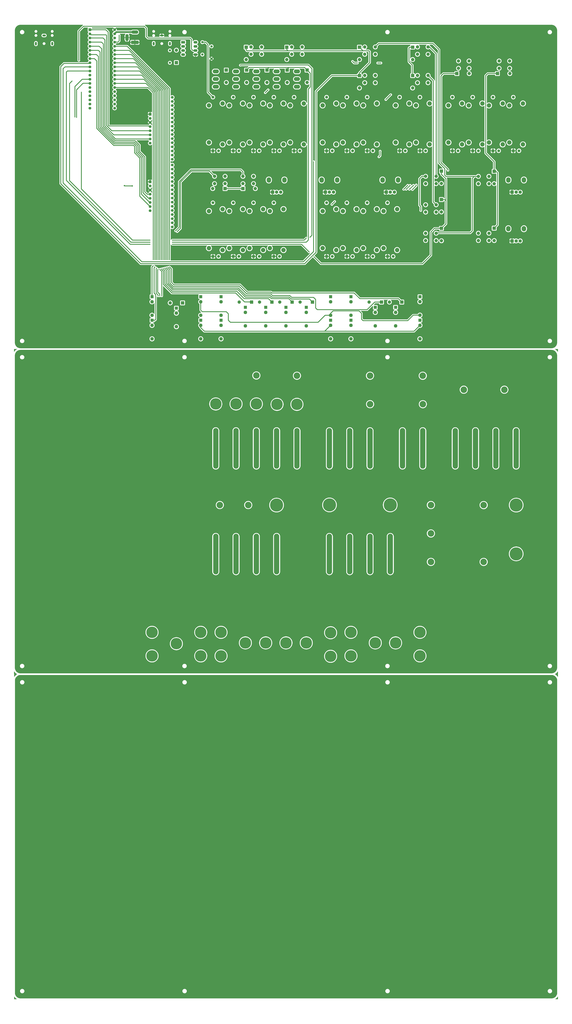
<source format=gbr>
%TF.GenerationSoftware,KiCad,Pcbnew,9.0.7*%
%TF.CreationDate,2026-02-12T11:35:51+00:00*%
%TF.ProjectId,WEASEL_KiCad,57454153-454c-45f4-9b69-4361642e6b69,rev?*%
%TF.SameCoordinates,Original*%
%TF.FileFunction,Copper,L2,Bot*%
%TF.FilePolarity,Positive*%
%FSLAX46Y46*%
G04 Gerber Fmt 4.6, Leading zero omitted, Abs format (unit mm)*
G04 Created by KiCad (PCBNEW 9.0.7) date 2026-02-12 11:35:51*
%MOMM*%
%LPD*%
G01*
G04 APERTURE LIST*
%TA.AperFunction,ComponentPad*%
%ADD10C,4.000000*%
%TD*%
%TA.AperFunction,ComponentPad*%
%ADD11C,8.000000*%
%TD*%
%TA.AperFunction,ComponentPad*%
%ADD12C,7.000000*%
%TD*%
%TA.AperFunction,ComponentPad*%
%ADD13O,3.300000X25.000000*%
%TD*%
%TA.AperFunction,ComponentPad*%
%ADD14R,1.750000X1.750000*%
%TD*%
%TA.AperFunction,ComponentPad*%
%ADD15C,1.750000*%
%TD*%
%TA.AperFunction,ComponentPad*%
%ADD16C,2.700000*%
%TD*%
%TA.AperFunction,ComponentPad*%
%ADD17R,1.930000X1.830000*%
%TD*%
%TA.AperFunction,ComponentPad*%
%ADD18C,2.130000*%
%TD*%
%TA.AperFunction,ComponentPad*%
%ADD19R,2.000000X2.000000*%
%TD*%
%TA.AperFunction,ComponentPad*%
%ADD20O,2.000000X2.000000*%
%TD*%
%TA.AperFunction,ComponentPad*%
%ADD21C,1.700000*%
%TD*%
%TA.AperFunction,ComponentPad*%
%ADD22R,1.700000X1.700000*%
%TD*%
%TA.AperFunction,ComponentPad*%
%ADD23O,2.780000X3.240000*%
%TD*%
%TA.AperFunction,ComponentPad*%
%ADD24C,2.000000*%
%TD*%
%TA.AperFunction,ComponentPad*%
%ADD25C,1.397000*%
%TD*%
%TA.AperFunction,ComponentPad*%
%ADD26R,4.600000X2.000000*%
%TD*%
%TA.AperFunction,ComponentPad*%
%ADD27O,4.200000X2.000000*%
%TD*%
%TA.AperFunction,ComponentPad*%
%ADD28O,2.000000X4.200000*%
%TD*%
%TA.AperFunction,ComponentPad*%
%ADD29R,2.400000X1.600000*%
%TD*%
%TA.AperFunction,ComponentPad*%
%ADD30O,2.400000X1.600000*%
%TD*%
%TA.AperFunction,ComponentPad*%
%ADD31O,1.200000X2.200000*%
%TD*%
%TA.AperFunction,ComponentPad*%
%ADD32O,2.200000X1.200000*%
%TD*%
%TA.AperFunction,ComponentPad*%
%ADD33O,3.800000X2.400000*%
%TD*%
%TA.AperFunction,ViaPad*%
%ADD34C,0.600000*%
%TD*%
%TA.AperFunction,ViaPad*%
%ADD35C,0.900000*%
%TD*%
%TA.AperFunction,Conductor*%
%ADD36C,0.500000*%
%TD*%
%TA.AperFunction,Conductor*%
%ADD37C,1.000000*%
%TD*%
G04 APERTURE END LIST*
D10*
%TO.P,,*%
%TO.N,*%
X266250000Y-228420000D03*
%TD*%
%TO.P,,*%
%TO.N,*%
X266300000Y-245920000D03*
%TD*%
D11*
%TO.P,REF\u002A\u002A,*%
%TO.N,*%
X323800000Y-338000000D03*
%TD*%
%TO.P,REF\u002A\u002A,*%
%TO.N,*%
X323800000Y-308000000D03*
%TD*%
%TO.P,REF\u002A\u002A,*%
%TO.N,*%
X246200000Y-307900000D03*
%TD*%
%TO.P,REF\u002A\u002A,*%
%TO.N,*%
X208800000Y-307900000D03*
%TD*%
%TO.P,REF\u002A\u002A,*%
%TO.N,*%
X176200000Y-308000000D03*
%TD*%
D10*
%TO.P,REF\u002A\u002A,*%
%TO.N,*%
X303750000Y-308000000D03*
%TD*%
%TO.P,REF\u002A\u002A,*%
%TO.N,*%
X303750000Y-342950000D03*
%TD*%
%TO.P,REF\u002A\u002A,*%
%TO.N,*%
X271250000Y-342950000D03*
%TD*%
%TO.P,REF\u002A\u002A,*%
%TO.N,*%
X271250000Y-325450000D03*
%TD*%
%TO.P,REF\u002A\u002A,*%
%TO.N,*%
X271250000Y-307950000D03*
%TD*%
%TO.P,REF\u002A\u002A,*%
%TO.N,*%
X158750000Y-307950000D03*
%TD*%
%TO.P,REF\u002A\u002A,*%
%TO.N,*%
X141250000Y-307950000D03*
%TD*%
%TO.P,REF\u002A\u002A,*%
%TO.N,*%
X316500000Y-237000000D03*
%TD*%
%TO.P,REF\u002A\u002A,*%
%TO.N,*%
X291500000Y-237000000D03*
%TD*%
%TO.P,REF\u002A\u002A,*%
%TO.N,*%
X233800000Y-245900000D03*
%TD*%
%TO.P,REF\u002A\u002A,*%
%TO.N,*%
X233750000Y-228400000D03*
%TD*%
%TO.P,REF\u002A\u002A,*%
%TO.N,*%
X188750000Y-228400000D03*
%TD*%
%TO.P,REF\u002A\u002A,*%
%TO.N,*%
X163750000Y-228250000D03*
%TD*%
D12*
%TO.P,REF\u002A\u002A,*%
%TO.N,*%
X188750000Y-246020000D03*
%TD*%
%TO.P,REF\u002A\u002A,*%
%TO.N,*%
X176500000Y-246020000D03*
%TD*%
%TO.P,REF\u002A\u002A,*%
%TO.N,*%
X163750000Y-245770000D03*
%TD*%
%TO.P,REF\u002A\u002A,*%
%TO.N,*%
X151250000Y-245770000D03*
%TD*%
%TO.P,REF\u002A\u002A,*%
%TO.N,*%
X138750000Y-245770000D03*
%TD*%
D13*
%TO.P,REF\u002A\u002A,*%
%TO.N,*%
X138750000Y-273120000D03*
%TD*%
%TO.P,REF\u002A\u002A,*%
%TO.N,*%
X151250000Y-273120000D03*
%TD*%
%TO.P,REF\u002A\u002A,*%
%TO.N,*%
X163750000Y-273120000D03*
%TD*%
%TO.P,REF\u002A\u002A,*%
%TO.N,*%
X176250000Y-273120000D03*
%TD*%
%TO.P,REF\u002A\u002A,*%
%TO.N,*%
X188750000Y-273120000D03*
%TD*%
%TO.P,REF\u002A\u002A,*%
%TO.N,*%
X208750000Y-273120000D03*
%TD*%
%TO.P,REF\u002A\u002A,*%
%TO.N,*%
X221250000Y-273120000D03*
%TD*%
%TO.P,REF\u002A\u002A,*%
%TO.N,*%
X233750000Y-273120000D03*
%TD*%
%TO.P,REF\u002A\u002A,*%
%TO.N,*%
X253750000Y-273120000D03*
%TD*%
%TO.P,REF\u002A\u002A,*%
%TO.N,*%
X266250000Y-273120000D03*
%TD*%
%TO.P,REF\u002A\u002A,*%
%TO.N,*%
X286250000Y-273120000D03*
%TD*%
%TO.P,REF\u002A\u002A,*%
%TO.N,*%
X298750000Y-273120000D03*
%TD*%
%TO.P,REF\u002A\u002A,*%
%TO.N,*%
X311250000Y-273120000D03*
%TD*%
%TO.P,REF\u002A\u002A,*%
%TO.N,*%
X323750000Y-273120000D03*
%TD*%
%TO.P,REF\u002A\u002A,*%
%TO.N,*%
X246250000Y-338120000D03*
%TD*%
%TO.P,REF\u002A\u002A,*%
%TO.N,*%
X233750000Y-338120000D03*
%TD*%
%TO.P,REF\u002A\u002A,*%
%TO.N,*%
X221250000Y-338120000D03*
%TD*%
%TO.P,REF\u002A\u002A,*%
%TO.N,*%
X208750000Y-338120000D03*
%TD*%
%TO.P,REF\u002A\u002A,*%
%TO.N,*%
X176250000Y-338120000D03*
%TD*%
%TO.P,REF\u002A\u002A,*%
%TO.N,*%
X163750000Y-338120000D03*
%TD*%
%TO.P,REF\u002A\u002A,*%
%TO.N,*%
X151250000Y-338120000D03*
%TD*%
%TO.P,REF\u002A\u002A,*%
%TO.N,*%
X138750000Y-338120000D03*
%TD*%
D12*
%TO.P,REF\u002A\u002A,*%
%TO.N,*%
X169500000Y-392770000D03*
%TD*%
%TO.P,REF\u002A\u002A,*%
%TO.N,*%
X264500000Y-386270000D03*
%TD*%
%TO.P,REF\u002A\u002A,*%
%TO.N,*%
X194500000Y-392770000D03*
%TD*%
%TO.P,REF\u002A\u002A,*%
%TO.N,*%
X114500000Y-393270000D03*
%TD*%
%TO.P,REF\u002A\u002A,*%
%TO.N,*%
X157000000Y-392770000D03*
%TD*%
%TO.P,REF\u002A\u002A,*%
%TO.N,*%
X182000000Y-392770000D03*
%TD*%
%TO.P,REF\u002A\u002A,*%
%TO.N,*%
X209500000Y-401020000D03*
%TD*%
%TO.P,REF\u002A\u002A,*%
%TO.N,*%
X209500000Y-386520000D03*
%TD*%
%TO.P,REF\u002A\u002A,*%
%TO.N,*%
X237000000Y-392770000D03*
%TD*%
%TO.P,REF\u002A\u002A,*%
%TO.N,*%
X142000000Y-386270000D03*
%TD*%
%TO.P,REF\u002A\u002A,*%
%TO.N,*%
X129500000Y-400770000D03*
%TD*%
%TO.P,REF\u002A\u002A,*%
%TO.N,*%
X129500000Y-386270000D03*
%TD*%
%TO.P,REF\u002A\u002A,*%
%TO.N,*%
X142000000Y-400770000D03*
%TD*%
%TO.P,REF\u002A\u002A,*%
%TO.N,*%
X99500000Y-400770000D03*
%TD*%
%TO.P,REF\u002A\u002A,*%
%TO.N,*%
X222000000Y-400770000D03*
%TD*%
%TO.P,REF\u002A\u002A,*%
%TO.N,*%
X222000000Y-386270000D03*
%TD*%
%TO.P,REF\u002A\u002A,*%
%TO.N,*%
X264500000Y-400770000D03*
%TD*%
%TO.P,REF\u002A\u002A,*%
%TO.N,*%
X99500000Y-386270000D03*
%TD*%
%TO.P,REF\u002A\u002A,*%
%TO.N,*%
X249500000Y-392770000D03*
%TD*%
D14*
%TO.P,RV10,1,1*%
%TO.N,GND*%
X264500000Y-90000000D03*
D15*
%TO.P,RV10,2,2*%
%TO.N,Net-(U1-i9)*%
X268000000Y-90000000D03*
%TO.P,RV10,3,3*%
%TO.N,Vcc*%
X264500000Y-57000000D03*
D16*
%TO.P,RV10,MP*%
%TO.N,N/C*%
X270450000Y-86100000D03*
X262050000Y-84900000D03*
X262050000Y-62100000D03*
X270450000Y-60900000D03*
%TD*%
D17*
%TO.P,J16,S*%
%TO.N,Net-(D24-A)*%
X157002700Y-186300000D03*
D18*
%TO.P,J16,T*%
X157002700Y-197700000D03*
%TO.P,J16,TN*%
X157002700Y-189400000D03*
%TD*%
D17*
%TO.P,J21,S*%
%TO.N,Net-(D29-A)*%
X249502700Y-186300000D03*
D18*
%TO.P,J21,T*%
X249502700Y-197700000D03*
%TO.P,J21,TN*%
X249502700Y-189400000D03*
%TD*%
D19*
%TO.P,D3,1,K*%
%TO.N,Y0*%
X157500000Y-26250000D03*
D20*
%TO.P,D3,2,A*%
%TO.N,Net-(D3-A)*%
X157500000Y-33870000D03*
%TD*%
D14*
%TO.P,RV9,1,1*%
%TO.N,GND*%
X252000000Y-90000000D03*
D15*
%TO.P,RV9,2,2*%
%TO.N,Net-(U1-i8)*%
X255500000Y-90000000D03*
%TO.P,RV9,3,3*%
%TO.N,Vcc*%
X252000000Y-57000000D03*
D16*
%TO.P,RV9,MP*%
%TO.N,N/C*%
X257950000Y-86100000D03*
X249550000Y-84900000D03*
X249550000Y-62100000D03*
X257950000Y-60900000D03*
%TD*%
D17*
%TO.P,J7,S*%
%TO.N,B1*%
X142002700Y-194300000D03*
D18*
%TO.P,J7,T*%
X142002700Y-205700000D03*
%TO.P,J7,TN*%
X142002700Y-197400000D03*
%TD*%
D19*
%TO.P,D1,1,K*%
%TO.N,Net-(D1-K)*%
X114500000Y-35750000D03*
D20*
%TO.P,D1,2,A*%
%TO.N,Net-(D1-A)*%
X114500000Y-28130000D03*
%TD*%
D17*
%TO.P,J18,S*%
%TO.N,Net-(D26-A)*%
X182002700Y-186300000D03*
D18*
%TO.P,J18,T*%
X182002700Y-197700000D03*
%TO.P,J18,TN*%
X182002700Y-189400000D03*
%TD*%
D21*
%TO.P,U2,1,vout*%
%TO.N,MUX2_SIGNAL*%
X98350000Y-126910000D03*
%TO.P,U2,2,i7*%
%TO.N,Net-(U2-i7)*%
X111950000Y-116510000D03*
%TO.P,U2,3,i6*%
%TO.N,Net-(U2-i6)*%
X111950000Y-113970000D03*
%TO.P,U2,4,i5*%
%TO.N,Net-(U2-i5)*%
X111950000Y-111430000D03*
%TO.P,U2,5,i4*%
%TO.N,Net-(U2-i4)*%
X111950000Y-108890000D03*
%TO.P,U2,6,i3*%
%TO.N,Net-(U2-i3)*%
X111950000Y-106350000D03*
%TO.P,U2,7,i2*%
%TO.N,Net-(U2-i2)*%
X111950000Y-103810000D03*
%TO.P,U2,8,i1*%
%TO.N,Net-(U2-i1)*%
X111950000Y-101270000D03*
%TO.P,U2,9,i0*%
%TO.N,Net-(U2-i0)*%
X111950000Y-98730000D03*
%TO.P,U2,10,s0*%
%TO.N,MUX2_S0*%
X98350000Y-116750000D03*
%TO.P,U2,11,s1*%
%TO.N,MUX2_S1*%
X98350000Y-119290000D03*
D22*
%TO.P,U2,12,gnd*%
%TO.N,GND*%
X98350000Y-109130000D03*
D21*
%TO.P,U2,13,s3*%
%TO.N,MUX2_S3*%
X98350000Y-124370000D03*
%TO.P,U2,14,s2*%
%TO.N,MUX2_S2*%
X98350000Y-121830000D03*
%TO.P,U2,15,e*%
%TO.N,GND*%
X98350000Y-114210000D03*
%TO.P,U2,16,i15*%
%TO.N,unconnected-(U2-i15-Pad16)*%
X111950000Y-136830000D03*
%TO.P,U2,17,i14*%
%TO.N,unconnected-(U2-i14-Pad17)*%
X111950000Y-134290000D03*
%TO.P,U2,18,i13*%
%TO.N,unconnected-(U2-i13-Pad18)*%
X111950000Y-131750000D03*
%TO.P,U2,19,i12*%
%TO.N,unconnected-(U2-i12-Pad19)*%
X111950000Y-129210000D03*
%TO.P,U2,20,i11*%
%TO.N,unconnected-(U2-i11-Pad20)*%
X111950000Y-126670000D03*
%TO.P,U2,21,i10*%
%TO.N,Net-(U2-i10)*%
X111950000Y-124130000D03*
%TO.P,U2,22,i9*%
%TO.N,Net-(U2-i9)*%
X111950000Y-121590000D03*
%TO.P,U2,23,i8*%
%TO.N,Net-(U2-i8)*%
X111950000Y-119050000D03*
%TO.P,U2,24,vcc*%
%TO.N,Vcc*%
X98350000Y-111670000D03*
%TD*%
D17*
%TO.P,J12,S*%
%TO.N,B3*%
X129502700Y-194300000D03*
D18*
%TO.P,J12,T*%
X129502700Y-205700000D03*
%TO.P,J12,TN*%
X129502700Y-197400000D03*
%TD*%
D14*
%TO.P,RV8,1,1*%
%TO.N,GND*%
X232000000Y-90000000D03*
D15*
%TO.P,RV8,2,2*%
%TO.N,Net-(U1-i7)*%
X235500000Y-90000000D03*
%TO.P,RV8,3,3*%
%TO.N,Vcc*%
X232000000Y-57000000D03*
D16*
%TO.P,RV8,MP*%
%TO.N,N/C*%
X237950000Y-86100000D03*
X229550000Y-84900000D03*
X229550000Y-62100000D03*
X237950000Y-60900000D03*
%TD*%
D23*
%TO.P,RV26,*%
%TO.N,*%
X318947300Y-107965800D03*
X328547300Y-107965800D03*
D19*
%TO.P,RV26,1,1*%
%TO.N,GND*%
X321247300Y-115465800D03*
D24*
%TO.P,RV26,2,2*%
%TO.N,Net-(U2-i9)*%
X323747300Y-115465800D03*
%TO.P,RV26,3,3*%
%TO.N,Vcc*%
X326247300Y-115465800D03*
%TD*%
D19*
%TO.P,D13,1,K*%
%TO.N,Y2*%
X277750000Y-137750000D03*
D20*
%TO.P,D13,2,A*%
%TO.N,Net-(D13-A)*%
X277750000Y-145370000D03*
%TD*%
D19*
%TO.P,D16,1,K*%
%TO.N,Y3*%
X310250000Y-137630000D03*
D20*
%TO.P,D16,2,A*%
%TO.N,Net-(D16-A)*%
X310250000Y-145250000D03*
%TD*%
D14*
%TO.P,RV22,1,1*%
%TO.N,GND*%
X284500000Y-90000000D03*
D15*
%TO.P,RV22,2,2*%
%TO.N,Net-(U2-i5)*%
X288000000Y-90000000D03*
%TO.P,RV22,3,3*%
%TO.N,Vcc*%
X284500000Y-57000000D03*
D16*
%TO.P,RV22,MP*%
%TO.N,N/C*%
X290450000Y-86100000D03*
X282050000Y-84900000D03*
X282050000Y-62100000D03*
X290450000Y-60900000D03*
%TD*%
D24*
%TO.P,SW2,1,1*%
%TO.N,X1*%
X185500000Y-26130000D03*
X192000000Y-26130000D03*
%TO.P,SW2,2,2*%
%TO.N,Net-(D4-A)*%
X185500000Y-30630000D03*
X192000000Y-30630000D03*
%TD*%
D19*
%TO.P,D8,1,K*%
%TO.N,Y1*%
X260000000Y-43750000D03*
D20*
%TO.P,D8,2,A*%
%TO.N,Net-(D8-A)*%
X260000000Y-51370000D03*
%TD*%
D17*
%TO.P,J8,S*%
%TO.N,B1*%
X222002700Y-194300000D03*
D18*
%TO.P,J8,T*%
X222002700Y-205700000D03*
%TO.P,J8,TN*%
X222002700Y-197400000D03*
%TD*%
D19*
%TO.P,D26,1,K*%
%TO.N,A3*%
X185810000Y-183080000D03*
D20*
%TO.P,D26,2,A*%
%TO.N,Net-(D26-A)*%
X178190000Y-183080000D03*
%TD*%
D19*
%TO.P,D6,1,K*%
%TO.N,Y0*%
X227250000Y-43750000D03*
D20*
%TO.P,D6,2,A*%
%TO.N,Net-(D6-A)*%
X227250000Y-51370000D03*
%TD*%
D17*
%TO.P,J17,S*%
%TO.N,Net-(D25-A)*%
X169502700Y-186300000D03*
D18*
%TO.P,J17,T*%
X169502700Y-197700000D03*
%TO.P,J17,TN*%
X169502700Y-189400000D03*
%TD*%
D14*
%TO.P,RV3,1,1*%
%TO.N,GND*%
X162000000Y-90000000D03*
D15*
%TO.P,RV3,2,2*%
%TO.N,Net-(U1-i2)*%
X165500000Y-90000000D03*
%TO.P,RV3,3,3*%
%TO.N,Vcc*%
X162000000Y-57000000D03*
D16*
%TO.P,RV3,MP*%
%TO.N,N/C*%
X167950000Y-86100000D03*
X159550000Y-84900000D03*
X159550000Y-62100000D03*
X167950000Y-60900000D03*
%TD*%
D17*
%TO.P,J13,S*%
%TO.N,B3*%
X209502700Y-194300000D03*
D18*
%TO.P,J13,T*%
X209502700Y-205700000D03*
%TO.P,J13,TN*%
X209502700Y-197400000D03*
%TD*%
D19*
%TO.P,D23,1,K*%
%TO.N,A0*%
X118310000Y-183580000D03*
D20*
%TO.P,D23,2,A*%
%TO.N,Net-(D23-A)*%
X110690000Y-183580000D03*
%TD*%
D19*
%TO.P,D22,1,K*%
%TO.N,Y4*%
X195000000Y-40380000D03*
D20*
%TO.P,D22,2,A*%
%TO.N,Net-(D22-A)*%
X195000000Y-48000000D03*
%TD*%
D25*
%TO.P,R2,1*%
%TO.N,Vcc*%
X130500000Y-23190000D03*
%TO.P,R2,2*%
%TO.N,MIDI_INPUT*%
X130500000Y-30810000D03*
%TD*%
D19*
%TO.P,D9,1,K*%
%TO.N,Y1*%
X155500000Y-113250000D03*
D20*
%TO.P,D9,2,A*%
%TO.N,Net-(D9-A)*%
X163120000Y-113250000D03*
%TD*%
D14*
%TO.P,RV13,1,1*%
%TO.N,GND*%
X162000000Y-155000000D03*
D15*
%TO.P,RV13,2,2*%
%TO.N,Net-(U1-i13)*%
X165500000Y-155000000D03*
%TO.P,RV13,3,3*%
%TO.N,Vcc*%
X162000000Y-122000000D03*
D16*
%TO.P,RV13,MP*%
%TO.N,N/C*%
X167950000Y-151100000D03*
X159550000Y-149900000D03*
X159550000Y-127100000D03*
X167950000Y-125900000D03*
%TD*%
D24*
%TO.P,SW15,1,1*%
%TO.N,X2*%
X300497300Y-105750000D03*
X306997300Y-105750000D03*
%TO.P,SW15,2,2*%
%TO.N,Net-(D17-A)*%
X300497300Y-110250000D03*
X306997300Y-110250000D03*
%TD*%
%TO.P,SW3,1,1*%
%TO.N,X2*%
X230500000Y-26130000D03*
X237000000Y-26130000D03*
%TO.P,SW3,2,2*%
%TO.N,Net-(D5-A)*%
X230500000Y-30630000D03*
X237000000Y-30630000D03*
%TD*%
D23*
%TO.P,RV27,*%
%TO.N,*%
X318947300Y-137965800D03*
X328547300Y-137965800D03*
D19*
%TO.P,RV27,1,1*%
%TO.N,GND*%
X321247300Y-145465800D03*
D24*
%TO.P,RV27,2,2*%
%TO.N,Net-(U2-i10)*%
X323747300Y-145465800D03*
%TO.P,RV27,3,3*%
%TO.N,Vcc*%
X326247300Y-145465800D03*
%TD*%
D14*
%TO.P,RV19,1,1*%
%TO.N,GND*%
X232000000Y-155000000D03*
D15*
%TO.P,RV19,2,2*%
%TO.N,Net-(U2-i2)*%
X235500000Y-155000000D03*
%TO.P,RV19,3,3*%
%TO.N,Vcc*%
X232000000Y-122000000D03*
D16*
%TO.P,RV19,MP*%
%TO.N,N/C*%
X237950000Y-151100000D03*
X229550000Y-149900000D03*
X229550000Y-127100000D03*
X237950000Y-125900000D03*
%TD*%
D19*
%TO.P,D29,1,K*%
%TO.N,A6*%
X253310000Y-183080000D03*
D20*
%TO.P,D29,2,A*%
%TO.N,Net-(D29-A)*%
X245690000Y-183080000D03*
%TD*%
D24*
%TO.P,SW9,1,1*%
%TO.N,X0*%
X267997300Y-105715800D03*
X274497300Y-105715800D03*
%TO.P,SW9,2,2*%
%TO.N,Net-(D11-A)*%
X267997300Y-110215800D03*
X274497300Y-110215800D03*
%TD*%
D14*
%TO.P,RV23,1,1*%
%TO.N,GND*%
X297000000Y-90000000D03*
D15*
%TO.P,RV23,2,2*%
%TO.N,Net-(U2-i6)*%
X300500000Y-90000000D03*
%TO.P,RV23,3,3*%
%TO.N,Vcc*%
X297000000Y-57000000D03*
D16*
%TO.P,RV23,MP*%
%TO.N,N/C*%
X302950000Y-86100000D03*
X294550000Y-84900000D03*
X294550000Y-62100000D03*
X302950000Y-60900000D03*
%TD*%
D23*
%TO.P,RV21,*%
%TO.N,*%
X241447300Y-107965800D03*
X251047300Y-107965800D03*
D19*
%TO.P,RV21,1,1*%
%TO.N,GND*%
X243747300Y-115465800D03*
D24*
%TO.P,RV21,2,2*%
%TO.N,Net-(U2-i4)*%
X246247300Y-115465800D03*
%TO.P,RV21,3,3*%
%TO.N,Vcc*%
X248747300Y-115465800D03*
%TD*%
D17*
%TO.P,J10,S*%
%TO.N,B2*%
X209502700Y-179800000D03*
D18*
%TO.P,J10,T*%
X209502700Y-191200000D03*
%TO.P,J10,TN*%
X209502700Y-182900000D03*
%TD*%
D17*
%TO.P,J6,S*%
%TO.N,B1*%
X99502700Y-194300000D03*
D18*
%TO.P,J6,T*%
X99502700Y-205700000D03*
%TO.P,J6,TN*%
X99502700Y-197400000D03*
%TD*%
D24*
%TO.P,SW5,1,1*%
%TO.N,X0*%
X263000000Y-26130000D03*
X269500000Y-26130000D03*
%TO.P,SW5,2,2*%
%TO.N,Net-(D7-A)*%
X263000000Y-30630000D03*
X269500000Y-30630000D03*
%TD*%
D17*
%TO.P,J19,S*%
%TO.N,Net-(D27-A)*%
X194502700Y-186300000D03*
D18*
%TO.P,J19,T*%
X194502700Y-197700000D03*
%TO.P,J19,TN*%
X194502700Y-189400000D03*
%TD*%
D26*
%TO.P,J22,1*%
%TO.N,GND*%
X88900000Y-23300000D03*
D27*
%TO.P,J22,2*%
%TO.N,Vin*%
X88900000Y-17000000D03*
D28*
%TO.P,J22,3*%
%TO.N,GND*%
X84100000Y-20400000D03*
%TD*%
D24*
%TO.P,SW8,1,1*%
%TO.N,X3*%
X137997300Y-105715800D03*
X144497300Y-105715800D03*
%TO.P,SW8,2,2*%
%TO.N,Net-(D10-A)*%
X137997300Y-110215800D03*
X144497300Y-110215800D03*
%TD*%
D17*
%TO.P,J5,S*%
%TO.N,B0*%
X222002700Y-179800000D03*
D18*
%TO.P,J5,T*%
X222002700Y-191200000D03*
%TO.P,J5,TN*%
X222002700Y-182900000D03*
%TD*%
D19*
%TO.P,D12,1,K*%
%TO.N,Y2*%
X277750000Y-120000000D03*
D20*
%TO.P,D12,2,A*%
%TO.N,Net-(D12-A)*%
X277750000Y-127620000D03*
%TD*%
D14*
%TO.P,RV20,1,1*%
%TO.N,GND*%
X244500000Y-155000000D03*
D15*
%TO.P,RV20,2,2*%
%TO.N,Net-(U2-i3)*%
X248000000Y-155000000D03*
%TO.P,RV20,3,3*%
%TO.N,Vcc*%
X244500000Y-122000000D03*
D16*
%TO.P,RV20,MP*%
%TO.N,N/C*%
X250450000Y-151100000D03*
X242050000Y-149900000D03*
X242050000Y-127100000D03*
X250450000Y-125900000D03*
%TD*%
D17*
%TO.P,J9,S*%
%TO.N,B2*%
X129502700Y-179800000D03*
D18*
%TO.P,J9,T*%
X129502700Y-191200000D03*
%TO.P,J9,TN*%
X129502700Y-182900000D03*
%TD*%
D14*
%TO.P,RV11,1,1*%
%TO.N,GND*%
X137000000Y-155000000D03*
D15*
%TO.P,RV11,2,2*%
%TO.N,Net-(U1-i10)*%
X140500000Y-155000000D03*
%TO.P,RV11,3,3*%
%TO.N,Vcc*%
X137000000Y-122000000D03*
D16*
%TO.P,RV11,MP*%
%TO.N,N/C*%
X142950000Y-151100000D03*
X134550000Y-149900000D03*
X134550000Y-127100000D03*
X142950000Y-125900000D03*
%TD*%
D25*
%TO.P,R1,1*%
%TO.N,Net-(J1-PadR)*%
X110500000Y-28250000D03*
%TO.P,R1,2*%
%TO.N,Net-(D1-K)*%
X110500000Y-35870000D03*
%TD*%
D14*
%TO.P,RV6,1,1*%
%TO.N,GND*%
X207000000Y-90000000D03*
D15*
%TO.P,RV6,2,2*%
%TO.N,Net-(U1-i5)*%
X210500000Y-90000000D03*
%TO.P,RV6,3,3*%
%TO.N,Vcc*%
X207000000Y-57000000D03*
D16*
%TO.P,RV6,MP*%
%TO.N,N/C*%
X212950000Y-86100000D03*
X204550000Y-84900000D03*
X204550000Y-62100000D03*
X212950000Y-60900000D03*
%TD*%
D29*
%TO.P,U3,1,NC*%
%TO.N,unconnected-(U3-NC-Pad1)*%
X118675000Y-23200000D03*
D30*
%TO.P,U3,2,C1*%
%TO.N,Net-(D1-K)*%
X118675000Y-25740000D03*
%TO.P,U3,3,C2*%
%TO.N,Net-(D1-A)*%
X118675000Y-28280000D03*
%TO.P,U3,4,NC*%
%TO.N,unconnected-(U3-NC-Pad4)*%
X118675000Y-30820000D03*
%TO.P,U3,5,GND*%
%TO.N,GND*%
X126295000Y-30820000D03*
%TO.P,U3,6,VO2*%
%TO.N,MIDI_INPUT*%
X126295000Y-28280000D03*
%TO.P,U3,7,VO1*%
%TO.N,Net-(U3-VO1)*%
X126295000Y-25740000D03*
%TO.P,U3,8,VCC*%
%TO.N,Vcc*%
X126295000Y-23200000D03*
%TD*%
D24*
%TO.P,SW13,1,1*%
%TO.N,X0*%
X313250000Y-34750000D03*
X319750000Y-34750000D03*
%TO.P,SW13,2,2*%
%TO.N,Net-(D15-A)*%
X313250000Y-39250000D03*
X319750000Y-39250000D03*
%TD*%
D14*
%TO.P,RV25,1,1*%
%TO.N,GND*%
X322000000Y-90000000D03*
D15*
%TO.P,RV25,2,2*%
%TO.N,Net-(U2-i8)*%
X325500000Y-90000000D03*
%TO.P,RV25,3,3*%
%TO.N,Vcc*%
X322000000Y-57000000D03*
D16*
%TO.P,RV25,MP*%
%TO.N,N/C*%
X327950000Y-86100000D03*
X319550000Y-84900000D03*
X319550000Y-62100000D03*
X327950000Y-60900000D03*
%TD*%
D23*
%TO.P,RV18,*%
%TO.N,*%
X203947300Y-107965800D03*
X213547300Y-107965800D03*
D19*
%TO.P,RV18,1,1*%
%TO.N,GND*%
X206247300Y-115465800D03*
D24*
%TO.P,RV18,2,2*%
%TO.N,Net-(U2-i1)*%
X208747300Y-115465800D03*
%TO.P,RV18,3,3*%
%TO.N,Vcc*%
X211247300Y-115465800D03*
%TD*%
D31*
%TO.P,J2,R*%
%TO.N,OUT_R*%
X38000000Y-24050000D03*
D32*
%TO.P,J2,S*%
%TO.N,AGND*%
X33000000Y-19050000D03*
D31*
%TO.P,J2,T*%
%TO.N,OUT_L*%
X28000000Y-24050000D03*
%TD*%
D17*
%TO.P,J3,S*%
%TO.N,B0*%
X99500000Y-179800000D03*
D18*
%TO.P,J3,T*%
X99500000Y-191200000D03*
%TO.P,J3,TN*%
X99500000Y-182900000D03*
%TD*%
D23*
%TO.P,RV15,*%
%TO.N,*%
X171447300Y-107965800D03*
X181047300Y-107965800D03*
D19*
%TO.P,RV15,1,1*%
%TO.N,GND*%
X173747300Y-115465800D03*
D24*
%TO.P,RV15,2,2*%
%TO.N,Net-(U1-i12)*%
X176247300Y-115465800D03*
%TO.P,RV15,3,3*%
%TO.N,Vcc*%
X178747300Y-115465800D03*
%TD*%
D17*
%TO.P,J20,S*%
%TO.N,Net-(D28-A)*%
X237002700Y-186300000D03*
D18*
%TO.P,J20,T*%
X237002700Y-197700000D03*
%TO.P,J20,TN*%
X237002700Y-189400000D03*
%TD*%
D19*
%TO.P,D18,1,K*%
%TO.N,Y3*%
X145250000Y-40380000D03*
D20*
%TO.P,D18,2,A*%
%TO.N,Net-(D18-A)*%
X145250000Y-48000000D03*
%TD*%
D14*
%TO.P,RV24,1,1*%
%TO.N,GND*%
X309500000Y-90000000D03*
D15*
%TO.P,RV24,2,2*%
%TO.N,Net-(U2-i7)*%
X313000000Y-90000000D03*
%TO.P,RV24,3,3*%
%TO.N,Vcc*%
X309500000Y-57000000D03*
D16*
%TO.P,RV24,MP*%
%TO.N,N/C*%
X315450000Y-86100000D03*
X307050000Y-84900000D03*
X307050000Y-62100000D03*
X315450000Y-60900000D03*
%TD*%
D33*
%TO.P,SW19,1,A*%
%TO.N,Net-(D21-A)*%
X176250000Y-41180000D03*
%TO.P,SW19,2,B*%
%TO.N,X2*%
X176250000Y-45880000D03*
%TO.P,SW19,3,C*%
%TO.N,unconnected-(SW19-C-Pad3)*%
X176250000Y-50580000D03*
%TD*%
D19*
%TO.P,D24,1,K*%
%TO.N,A1*%
X160810000Y-183080000D03*
D20*
%TO.P,D24,2,A*%
%TO.N,Net-(D24-A)*%
X153190000Y-183080000D03*
%TD*%
D19*
%TO.P,D20,1,K*%
%TO.N,Y4*%
X170250000Y-40380000D03*
D20*
%TO.P,D20,2,A*%
%TO.N,Net-(D20-A)*%
X170250000Y-48000000D03*
%TD*%
D21*
%TO.P,U1,1,vout*%
%TO.N,MUX1_SIGNAL*%
X98350000Y-85310000D03*
%TO.P,U1,2,i7*%
%TO.N,Net-(U1-i7)*%
X111950000Y-74910000D03*
%TO.P,U1,3,i6*%
%TO.N,Net-(U1-i6)*%
X111950000Y-72370000D03*
%TO.P,U1,4,i5*%
%TO.N,Net-(U1-i5)*%
X111950000Y-69830000D03*
%TO.P,U1,5,i4*%
%TO.N,Net-(U1-i4)*%
X111950000Y-67290000D03*
%TO.P,U1,6,i3*%
%TO.N,Net-(U1-i3)*%
X111950000Y-64750000D03*
%TO.P,U1,7,i2*%
%TO.N,Net-(U1-i2)*%
X111950000Y-62210000D03*
%TO.P,U1,8,i1*%
%TO.N,Net-(U1-i1)*%
X111950000Y-59670000D03*
%TO.P,U1,9,i0*%
%TO.N,Net-(U1-i0)*%
X111950000Y-57130000D03*
%TO.P,U1,10,s0*%
%TO.N,MUX1_S0*%
X98350000Y-75150000D03*
%TO.P,U1,11,s1*%
%TO.N,MUX1_S1*%
X98350000Y-77690000D03*
D22*
%TO.P,U1,12,gnd*%
%TO.N,GND*%
X98350000Y-67530000D03*
D21*
%TO.P,U1,13,s3*%
%TO.N,MUX1_S3*%
X98350000Y-82770000D03*
%TO.P,U1,14,s2*%
%TO.N,MUX1_S2*%
X98350000Y-80230000D03*
%TO.P,U1,15,e*%
%TO.N,GND*%
X98350000Y-72610000D03*
%TO.P,U1,16,i15*%
%TO.N,Net-(U1-i15)*%
X111950000Y-95230000D03*
%TO.P,U1,17,i14*%
%TO.N,Net-(U1-i14)*%
X111950000Y-92690000D03*
%TO.P,U1,18,i13*%
%TO.N,Net-(U1-i13)*%
X111950000Y-90150000D03*
%TO.P,U1,19,i12*%
%TO.N,Net-(U1-i12)*%
X111950000Y-87610000D03*
%TO.P,U1,20,i11*%
%TO.N,Net-(U1-i11)*%
X111950000Y-85070000D03*
%TO.P,U1,21,i10*%
%TO.N,Net-(U1-i10)*%
X111950000Y-82530000D03*
%TO.P,U1,22,i9*%
%TO.N,Net-(U1-i9)*%
X111950000Y-79990000D03*
%TO.P,U1,23,i8*%
%TO.N,Net-(U1-i8)*%
X111950000Y-77450000D03*
%TO.P,U1,24,vcc*%
%TO.N,Vcc*%
X98350000Y-70070000D03*
%TD*%
D19*
%TO.P,D7,1,K*%
%TO.N,Y1*%
X260000000Y-26250000D03*
D20*
%TO.P,D7,2,A*%
%TO.N,Net-(D7-A)*%
X260000000Y-33870000D03*
%TD*%
D24*
%TO.P,SW6,1,1*%
%TO.N,X1*%
X263000000Y-43630000D03*
X269500000Y-43630000D03*
%TO.P,SW6,2,2*%
%TO.N,Net-(D8-A)*%
X263000000Y-48130000D03*
X269500000Y-48130000D03*
%TD*%
D19*
%TO.P,D11,1,K*%
%TO.N,Y2*%
X277750000Y-102500000D03*
D20*
%TO.P,D11,2,A*%
%TO.N,Net-(D11-A)*%
X277750000Y-110120000D03*
%TD*%
D17*
%TO.P,J4,S*%
%TO.N,B0*%
X142002700Y-179800000D03*
D18*
%TO.P,J4,T*%
X142002700Y-191200000D03*
%TO.P,J4,TN*%
X142002700Y-182900000D03*
%TD*%
D24*
%TO.P,SW1,1,1*%
%TO.N,X0*%
X160500000Y-26130000D03*
X167000000Y-26130000D03*
%TO.P,SW1,2,2*%
%TO.N,Net-(D3-A)*%
X160500000Y-30630000D03*
X167000000Y-30630000D03*
%TD*%
D31*
%TO.P,J1,R*%
%TO.N,Net-(J1-PadR)*%
X110500000Y-24050000D03*
D32*
%TO.P,J1,S*%
%TO.N,GND*%
X105500000Y-19050000D03*
D31*
%TO.P,J1,T*%
%TO.N,Net-(D1-A)*%
X100500000Y-24050000D03*
%TD*%
D24*
%TO.P,SW4,1,1*%
%TO.N,X3*%
X230500000Y-43630000D03*
X237000000Y-43630000D03*
%TO.P,SW4,2,2*%
%TO.N,Net-(D6-A)*%
X230500000Y-48130000D03*
X237000000Y-48130000D03*
%TD*%
D14*
%TO.P,RV14,1,1*%
%TO.N,GND*%
X174500000Y-155000000D03*
D15*
%TO.P,RV14,2,2*%
%TO.N,Net-(U1-i14)*%
X178000000Y-155000000D03*
%TO.P,RV14,3,3*%
%TO.N,Vcc*%
X174500000Y-122000000D03*
D16*
%TO.P,RV14,MP*%
%TO.N,N/C*%
X180450000Y-151100000D03*
X172050000Y-149900000D03*
X172050000Y-127100000D03*
X180450000Y-125900000D03*
%TD*%
D19*
%TO.P,D25,1,K*%
%TO.N,A2*%
X173310000Y-183080000D03*
D20*
%TO.P,D25,2,A*%
%TO.N,Net-(D25-A)*%
X165690000Y-183080000D03*
%TD*%
D19*
%TO.P,D21,1,K*%
%TO.N,Y4*%
X182750000Y-40380000D03*
D20*
%TO.P,D21,2,A*%
%TO.N,Net-(D21-A)*%
X182750000Y-48000000D03*
%TD*%
D14*
%TO.P,RV7,1,1*%
%TO.N,GND*%
X219500000Y-90000000D03*
D15*
%TO.P,RV7,2,2*%
%TO.N,Net-(U1-i6)*%
X223000000Y-90000000D03*
%TO.P,RV7,3,3*%
%TO.N,Vcc*%
X219500000Y-57000000D03*
D16*
%TO.P,RV7,MP*%
%TO.N,N/C*%
X225450000Y-86100000D03*
X217050000Y-84900000D03*
X217050000Y-62100000D03*
X225450000Y-60900000D03*
%TD*%
D17*
%TO.P,J15,S*%
%TO.N,Net-(D23-A)*%
X114502700Y-186800000D03*
D18*
%TO.P,J15,T*%
X114502700Y-198200000D03*
%TO.P,J15,TN*%
X114502700Y-189900000D03*
%TD*%
D14*
%TO.P,RV17,1,1*%
%TO.N,GND*%
X219500000Y-155000000D03*
D15*
%TO.P,RV17,2,2*%
%TO.N,Net-(U2-i0)*%
X223000000Y-155000000D03*
%TO.P,RV17,3,3*%
%TO.N,Vcc*%
X219500000Y-122000000D03*
D16*
%TO.P,RV17,MP*%
%TO.N,N/C*%
X225450000Y-151100000D03*
X217050000Y-149900000D03*
X217050000Y-127100000D03*
X225450000Y-125900000D03*
%TD*%
D17*
%TO.P,J11,S*%
%TO.N,B2*%
X264502700Y-179770000D03*
D18*
%TO.P,J11,T*%
X264502700Y-191170000D03*
%TO.P,J11,TN*%
X264502700Y-182870000D03*
%TD*%
D14*
%TO.P,RV5,1,1*%
%TO.N,GND*%
X187000000Y-90000000D03*
D15*
%TO.P,RV5,2,2*%
%TO.N,Net-(U1-i4)*%
X190500000Y-90000000D03*
%TO.P,RV5,3,3*%
%TO.N,Vcc*%
X187000000Y-57000000D03*
D16*
%TO.P,RV5,MP*%
%TO.N,N/C*%
X192950000Y-86100000D03*
X184550000Y-84900000D03*
X184550000Y-62100000D03*
X192950000Y-60900000D03*
%TD*%
D24*
%TO.P,SW14,1,1*%
%TO.N,X1*%
X300497300Y-140715800D03*
X306997300Y-140715800D03*
%TO.P,SW14,2,2*%
%TO.N,Net-(D16-A)*%
X300497300Y-145215800D03*
X306997300Y-145215800D03*
%TD*%
%TO.P,SW10,1,1*%
%TO.N,X1*%
X267997300Y-123215800D03*
X274497300Y-123215800D03*
%TO.P,SW10,2,2*%
%TO.N,Net-(D12-A)*%
X267997300Y-127715800D03*
X274497300Y-127715800D03*
%TD*%
D14*
%TO.P,RV1,1,1*%
%TO.N,GND*%
X137000000Y-90000000D03*
D15*
%TO.P,RV1,2,2*%
%TO.N,Net-(U1-i0)*%
X140500000Y-90000000D03*
%TO.P,RV1,3,3*%
%TO.N,Vcc*%
X137000000Y-57000000D03*
D16*
%TO.P,RV1,MP*%
%TO.N,N/C*%
X142950000Y-86100000D03*
X134550000Y-84900000D03*
X134550000Y-62100000D03*
X142950000Y-60900000D03*
%TD*%
D24*
%TO.P,SW11,1,1*%
%TO.N,X2*%
X267997300Y-140715800D03*
X274497300Y-140715800D03*
%TO.P,SW11,2,2*%
%TO.N,Net-(D13-A)*%
X267997300Y-145215800D03*
X274497300Y-145215800D03*
%TD*%
%TO.P,SW7,1,1*%
%TO.N,X2*%
X155497300Y-105715800D03*
X161997300Y-105715800D03*
%TO.P,SW7,2,2*%
%TO.N,Net-(D9-A)*%
X155497300Y-110215800D03*
X161997300Y-110215800D03*
%TD*%
D33*
%TO.P,SW18,1,A*%
%TO.N,Net-(D20-A)*%
X163750000Y-41180000D03*
%TO.P,SW18,2,B*%
%TO.N,X1*%
X163750000Y-45880000D03*
%TO.P,SW18,3,C*%
%TO.N,unconnected-(SW18-C-Pad3)*%
X163750000Y-50580000D03*
%TD*%
D22*
%TO.P,A1,1,USB_ID*%
%TO.N,MUX1_S0*%
X61210000Y-15500000D03*
D21*
%TO.P,A1,2,SD_DATA_3*%
%TO.N,MUX1_S1*%
X61210000Y-18040000D03*
%TO.P,A1,3,SD_DATA_2*%
%TO.N,MUX1_S2*%
X61210000Y-20580000D03*
%TO.P,A1,4,SD_DATA_1*%
%TO.N,MUX1_S3*%
X61210000Y-23120000D03*
%TO.P,A1,5,SD_DATA_0*%
%TO.N,MUX2_S0*%
X61210000Y-25660000D03*
%TO.P,A1,6,SD_CMD*%
%TO.N,MUX2_S1*%
X61210000Y-28200000D03*
%TO.P,A1,7,SD_CLK*%
%TO.N,MUX2_S2*%
X61210000Y-30740000D03*
%TO.P,A1,8,SPI1_CS*%
%TO.N,MUX2_S3*%
X61210000Y-33280000D03*
%TO.P,A1,9,SPI1_SCK*%
%TO.N,Y0*%
X61210000Y-35820000D03*
%TO.P,A1,10,SPI1_POCI*%
%TO.N,Y1*%
X61210000Y-38360000D03*
%TO.P,A1,11,SPI1_PICO*%
%TO.N,Y2*%
X61210000Y-40900000D03*
%TO.P,A1,12,I2C1_SCL*%
%TO.N,Y3*%
X61210000Y-43440000D03*
%TO.P,A1,13,I2C1_SDA*%
%TO.N,X0*%
X61210000Y-45980000D03*
%TO.P,A1,14,USART1_TX*%
%TO.N,X1*%
X61210000Y-48520000D03*
%TO.P,A1,15,USART1_RX*%
%TO.N,MIDI_INPUT*%
X61210000Y-51060000D03*
%TO.P,A1,16,AUDIO_IN_1*%
%TO.N,unconnected-(A1-AUDIO_IN_1-Pad16)*%
X61210000Y-53600000D03*
%TO.P,A1,17,AUDIO_IN_2*%
%TO.N,unconnected-(A1-AUDIO_IN_2-Pad17)*%
X61210000Y-56140000D03*
%TO.P,A1,18,AUDIO_OUT_1*%
%TO.N,OUT_L*%
X61210000Y-58680000D03*
%TO.P,A1,19,AUDIO_OUT_2*%
%TO.N,OUT_R*%
X61210000Y-61220000D03*
%TO.P,A1,20,AGND*%
%TO.N,AGND*%
X61210000Y-63760000D03*
%TO.P,A1,21,3V3_A*%
%TO.N,unconnected-(A1-3V3_A-Pad21)*%
X76450000Y-63760000D03*
%TO.P,A1,22,ADC_0*%
%TO.N,MUX1_SIGNAL*%
X76450000Y-61220000D03*
%TO.P,A1,23,ADC_1*%
%TO.N,MUX2_SIGNAL*%
X76450000Y-58680000D03*
%TO.P,A1,24,ADC_2*%
%TO.N,X2*%
X76450000Y-56140000D03*
%TO.P,A1,25,ADC_3*%
%TO.N,X3*%
X76450000Y-53600000D03*
%TO.P,A1,26,ADC_4*%
%TO.N,B0*%
X76450000Y-51060000D03*
%TO.P,A1,27,ADC_5*%
%TO.N,B1*%
X76450000Y-48520000D03*
%TO.P,A1,28,ADC_6*%
%TO.N,B2*%
X76450000Y-45980000D03*
%TO.P,A1,29,DAC_OUT2*%
%TO.N,B3*%
X76450000Y-43440000D03*
%TO.P,A1,30,DAC_OUT1*%
%TO.N,A0*%
X76450000Y-40900000D03*
%TO.P,A1,31,SAI2_MCLK*%
%TO.N,A1*%
X76450000Y-38360000D03*
%TO.P,A1,32,SAI2_SD_B*%
%TO.N,A2*%
X76450000Y-35820000D03*
%TO.P,A1,33,SAI2_SD_A*%
%TO.N,A3*%
X76450000Y-33280000D03*
%TO.P,A1,34,SAI2_FS*%
%TO.N,A4*%
X76450000Y-30740000D03*
%TO.P,A1,35,SAI2_SCK*%
%TO.N,A5*%
X76450000Y-28200000D03*
%TO.P,A1,36,USB_D_-*%
%TO.N,A6*%
X76450000Y-25660000D03*
%TO.P,A1,37,USB_D_+*%
%TO.N,Y4*%
X76450000Y-23120000D03*
%TO.P,A1,38,3V3_D*%
%TO.N,Vcc*%
X76450000Y-20580000D03*
%TO.P,A1,39,VIN*%
%TO.N,Vin*%
X76450000Y-18040000D03*
%TO.P,A1,40,DGND*%
%TO.N,GND*%
X76450000Y-15500000D03*
%TD*%
D14*
%TO.P,RV16,1,1*%
%TO.N,GND*%
X207000000Y-155000000D03*
D15*
%TO.P,RV16,2,2*%
%TO.N,Net-(U1-i15)*%
X210500000Y-155000000D03*
%TO.P,RV16,3,3*%
%TO.N,Vcc*%
X207000000Y-122000000D03*
D16*
%TO.P,RV16,MP*%
%TO.N,N/C*%
X212950000Y-151100000D03*
X204550000Y-149900000D03*
X204550000Y-127100000D03*
X212950000Y-125900000D03*
%TD*%
D19*
%TO.P,D4,1,K*%
%TO.N,Y0*%
X182500000Y-26250000D03*
D20*
%TO.P,D4,2,A*%
%TO.N,Net-(D4-A)*%
X182500000Y-33870000D03*
%TD*%
D19*
%TO.P,D19,1,K*%
%TO.N,Y4*%
X157750000Y-40380000D03*
D20*
%TO.P,D19,2,A*%
%TO.N,Net-(D19-A)*%
X157750000Y-48000000D03*
%TD*%
D33*
%TO.P,SW16,1,A*%
%TO.N,Net-(D18-A)*%
X138750000Y-41180000D03*
%TO.P,SW16,2,B*%
%TO.N,X3*%
X138750000Y-45880000D03*
%TO.P,SW16,3,C*%
%TO.N,unconnected-(SW16-C-Pad3)*%
X138750000Y-50580000D03*
%TD*%
D17*
%TO.P,J14,S*%
%TO.N,B3*%
X264502700Y-194300000D03*
D18*
%TO.P,J14,T*%
X264502700Y-205700000D03*
%TO.P,J14,TN*%
X264502700Y-197400000D03*
%TD*%
D19*
%TO.P,D27,1,K*%
%TO.N,A4*%
X198310000Y-183080000D03*
D20*
%TO.P,D27,2,A*%
%TO.N,Net-(D27-A)*%
X190690000Y-183080000D03*
%TD*%
D14*
%TO.P,RV2,1,1*%
%TO.N,GND*%
X149500000Y-90000000D03*
D15*
%TO.P,RV2,2,2*%
%TO.N,Net-(U1-i1)*%
X153000000Y-90000000D03*
%TO.P,RV2,3,3*%
%TO.N,Vcc*%
X149500000Y-57000000D03*
D16*
%TO.P,RV2,MP*%
%TO.N,N/C*%
X155450000Y-86100000D03*
X147050000Y-84900000D03*
X147050000Y-62100000D03*
X155450000Y-60900000D03*
%TD*%
D24*
%TO.P,SW12,1,1*%
%TO.N,X3*%
X288250000Y-34750000D03*
X294750000Y-34750000D03*
%TO.P,SW12,2,2*%
%TO.N,Net-(D14-A)*%
X288250000Y-39250000D03*
X294750000Y-39250000D03*
%TD*%
D19*
%TO.P,D14,1,K*%
%TO.N,Y2*%
X287250000Y-42500000D03*
D20*
%TO.P,D14,2,A*%
%TO.N,Net-(D14-A)*%
X294870000Y-42500000D03*
%TD*%
D14*
%TO.P,RV12,1,1*%
%TO.N,GND*%
X149500000Y-155000000D03*
D15*
%TO.P,RV12,2,2*%
%TO.N,Net-(U1-i11)*%
X153000000Y-155000000D03*
%TO.P,RV12,3,3*%
%TO.N,Vcc*%
X149500000Y-122000000D03*
D16*
%TO.P,RV12,MP*%
%TO.N,N/C*%
X155450000Y-151100000D03*
X147050000Y-149900000D03*
X147050000Y-127100000D03*
X155450000Y-125900000D03*
%TD*%
D19*
%TO.P,D28,1,K*%
%TO.N,A5*%
X240810000Y-183080000D03*
D20*
%TO.P,D28,2,A*%
%TO.N,Net-(D28-A)*%
X233190000Y-183080000D03*
%TD*%
D19*
%TO.P,D17,1,K*%
%TO.N,Y3*%
X310250000Y-102630000D03*
D20*
%TO.P,D17,2,A*%
%TO.N,Net-(D17-A)*%
X310250000Y-110250000D03*
%TD*%
D33*
%TO.P,SW17,1,A*%
%TO.N,Net-(D19-A)*%
X151250000Y-41180000D03*
%TO.P,SW17,2,B*%
%TO.N,X0*%
X151250000Y-45880000D03*
%TO.P,SW17,3,C*%
%TO.N,unconnected-(SW17-C-Pad3)*%
X151250000Y-50580000D03*
%TD*%
D14*
%TO.P,RV4,1,1*%
%TO.N,GND*%
X174500000Y-90000000D03*
D15*
%TO.P,RV4,2,2*%
%TO.N,Net-(U1-i3)*%
X178000000Y-90000000D03*
%TO.P,RV4,3,3*%
%TO.N,Vcc*%
X174500000Y-57000000D03*
D16*
%TO.P,RV4,MP*%
%TO.N,N/C*%
X180450000Y-86100000D03*
X172050000Y-84900000D03*
X172050000Y-62100000D03*
X180450000Y-60900000D03*
%TD*%
D19*
%TO.P,D10,1,K*%
%TO.N,Y1*%
X144500000Y-113250000D03*
D20*
%TO.P,D10,2,A*%
%TO.N,Net-(D10-A)*%
X136880000Y-113250000D03*
%TD*%
D25*
%TO.P,R3,1*%
%TO.N,Net-(U3-VO1)*%
X136140000Y-25740000D03*
%TO.P,R3,2*%
%TO.N,GND*%
X136140000Y-33360000D03*
%TD*%
D19*
%TO.P,D5,1,K*%
%TO.N,Y0*%
X227250000Y-26250000D03*
D20*
%TO.P,D5,2,A*%
%TO.N,Net-(D5-A)*%
X227250000Y-33870000D03*
%TD*%
D33*
%TO.P,SW20,1,A*%
%TO.N,Net-(D22-A)*%
X188750000Y-41180000D03*
%TO.P,SW20,2,B*%
%TO.N,X3*%
X188750000Y-45880000D03*
%TO.P,SW20,3,C*%
%TO.N,unconnected-(SW20-C-Pad3)*%
X188750000Y-50580000D03*
%TD*%
D19*
%TO.P,D15,1,K*%
%TO.N,Y3*%
X312250000Y-42500000D03*
D20*
%TO.P,D15,2,A*%
%TO.N,Net-(D15-A)*%
X319870000Y-42500000D03*
%TD*%
D34*
%TO.N,GND*%
X92000000Y-52250000D03*
X92000000Y-84250000D03*
X92000000Y-55500000D03*
%TO.N,A2*%
X106250000Y-162500000D03*
X106250000Y-157000000D03*
%TO.N,B0*%
X100250000Y-160750000D03*
X100250000Y-157000000D03*
%TO.N,A1*%
X105250000Y-162750000D03*
X105250000Y-157000000D03*
%TO.N,A3*%
X107250000Y-162250000D03*
X107250000Y-157000000D03*
%TO.N,A0*%
X104250000Y-157000000D03*
X104250000Y-163000000D03*
X105500000Y-179250000D03*
%TO.N,A4*%
X108250000Y-162000000D03*
X108250000Y-157000000D03*
%TO.N,A5*%
X109250000Y-161750000D03*
X109250000Y-157000000D03*
%TO.N,A6*%
X110250000Y-161500000D03*
X110250000Y-157000000D03*
%TO.N,B2*%
X103250000Y-179250000D03*
X102250000Y-162250000D03*
X102250000Y-157000000D03*
%TO.N,B3*%
X104250000Y-179250000D03*
X103250000Y-163000000D03*
X103250000Y-157000000D03*
%TO.N,B1*%
X101250000Y-161500000D03*
X101250000Y-157000000D03*
%TO.N,X0*%
X52000000Y-69250000D03*
X265000000Y-126750000D03*
%TO.N,Y3*%
X153875000Y-37375000D03*
X194500000Y-143750000D03*
X98250000Y-145000000D03*
X56000000Y-54000000D03*
X196750000Y-143250000D03*
X112000000Y-145000000D03*
%TO.N,X1*%
X53000000Y-69500000D03*
X240500000Y-36000000D03*
X238500000Y-36000000D03*
X223000000Y-35000000D03*
X226000000Y-36000000D03*
%TO.N,X3*%
X115000000Y-139750000D03*
D35*
%TO.N,Vcc*%
X87330000Y-111670000D03*
X82500000Y-111500000D03*
D34*
%TO.N,Y4*%
X98250000Y-146250000D03*
X79300000Y-18900000D03*
X112000000Y-146250000D03*
X50200000Y-47100000D03*
%TO.N,Y1*%
X243500000Y-58500000D03*
X239250000Y-93750000D03*
X246500000Y-55500000D03*
X199000000Y-96750000D03*
X240000000Y-90250000D03*
%TO.N,Y2*%
X112000000Y-147500000D03*
X199250000Y-155250000D03*
X98250000Y-147500000D03*
X196250000Y-152250000D03*
X281750000Y-102000000D03*
%TO.N,X2*%
X169250000Y-54250000D03*
X114000000Y-139250000D03*
X171000000Y-52500000D03*
%TO.N,MIDI_INPUT*%
X54400000Y-34400000D03*
%TO.N,Net-(U2-i4)*%
X212000000Y-121250000D03*
X210250000Y-123000000D03*
%TO.N,Net-(U2-i5)*%
X257000000Y-111250000D03*
X254500000Y-113750000D03*
%TO.N,Net-(U2-i6)*%
X258500000Y-111250000D03*
X256000000Y-113750000D03*
%TO.N,Net-(U2-i7)*%
X258000000Y-113750000D03*
X260500000Y-111250000D03*
%TO.N,Net-(U2-i8)*%
X262250000Y-111000000D03*
X259875000Y-113875000D03*
%TD*%
D36*
%TO.N,GND*%
X96620000Y-109130000D02*
X96250000Y-109500000D01*
X92000000Y-84250000D02*
X92000000Y-85000000D01*
X96250000Y-113500000D02*
X96960000Y-114210000D01*
X96960000Y-114210000D02*
X98350000Y-114210000D01*
X98350000Y-109130000D02*
X96620000Y-109130000D01*
X98350000Y-94170000D02*
X98350000Y-109130000D01*
X92000000Y-52250000D02*
X92000000Y-55500000D01*
X92750000Y-85750000D02*
X92750000Y-88570000D01*
X92750000Y-88570000D02*
X94700000Y-90520000D01*
X92000000Y-85000000D02*
X92750000Y-85750000D01*
X94700000Y-90520000D02*
X98350000Y-94170000D01*
X96250000Y-109500000D02*
X96250000Y-113500000D01*
%TO.N,MUX1_S3*%
X98330000Y-82750000D02*
X98350000Y-82770000D01*
X69500000Y-24250000D02*
X69500000Y-75250000D01*
X69500000Y-75250000D02*
X77000000Y-82750000D01*
X61840000Y-23120000D02*
X68370000Y-23120000D01*
X68370000Y-23120000D02*
X69500000Y-24250000D01*
X61210000Y-23750000D02*
X61840000Y-23120000D01*
X77000000Y-82750000D02*
X98330000Y-82750000D01*
%TO.N,A2*%
X106250000Y-52750000D02*
X89320000Y-35820000D01*
X106250000Y-162500000D02*
X107500000Y-163750000D01*
X112000000Y-176500000D02*
X151750000Y-176500000D01*
X171230000Y-181000000D02*
X173310000Y-183080000D01*
X106250000Y-157000000D02*
X106250000Y-52750000D01*
X89320000Y-35820000D02*
X76450000Y-35820000D01*
X107500000Y-172000000D02*
X112000000Y-176500000D01*
X151750000Y-176500000D02*
X156250000Y-181000000D01*
X107500000Y-163750000D02*
X107500000Y-172000000D01*
X156250000Y-181000000D02*
X171230000Y-181000000D01*
%TO.N,B0*%
X97060000Y-51060000D02*
X100250000Y-54250000D01*
X100250000Y-160750000D02*
X99500000Y-161500000D01*
X76450000Y-51060000D02*
X97060000Y-51060000D01*
X99500000Y-161500000D02*
X99500000Y-179800000D01*
X100250000Y-54250000D02*
X100250000Y-157000000D01*
%TO.N,A1*%
X156500000Y-183000000D02*
X160730000Y-183000000D01*
X105250000Y-157000000D02*
X105250000Y-53000000D01*
X111750000Y-177500000D02*
X151000000Y-177500000D01*
X90610000Y-38360000D02*
X76450000Y-38360000D01*
X106500000Y-172250000D02*
X111750000Y-177500000D01*
X105250000Y-53000000D02*
X90610000Y-38360000D01*
X160730000Y-183000000D02*
X160810000Y-183080000D01*
X105250000Y-162750000D02*
X106500000Y-164000000D01*
X106500000Y-164000000D02*
X106500000Y-172250000D01*
X151000000Y-177500000D02*
X156500000Y-183000000D01*
%TO.N,A3*%
X173000000Y-181000000D02*
X183730000Y-181000000D01*
X183730000Y-181000000D02*
X185810000Y-183080000D01*
X152500000Y-175500000D02*
X157000000Y-180000000D01*
X108500000Y-171750000D02*
X112250000Y-175500000D01*
X107250000Y-162250000D02*
X108500000Y-163500000D01*
X172000000Y-180000000D02*
X173000000Y-181000000D01*
X157000000Y-180000000D02*
X172000000Y-180000000D01*
X107250000Y-157000000D02*
X107250000Y-52500000D01*
X112250000Y-175500000D02*
X152500000Y-175500000D01*
X108500000Y-163500000D02*
X108500000Y-171750000D01*
X88030000Y-33280000D02*
X76450000Y-33280000D01*
X107250000Y-52500000D02*
X88030000Y-33280000D01*
%TO.N,A0*%
X105500000Y-164250000D02*
X104250000Y-163000000D01*
X76450000Y-40900000D02*
X91900000Y-40900000D01*
X105500000Y-179250000D02*
X105500000Y-164250000D01*
X91900000Y-40900000D02*
X104250000Y-53250000D01*
X104250000Y-53250000D02*
X104250000Y-157000000D01*
%TO.N,A4*%
X157250000Y-179000000D02*
X172250000Y-179000000D01*
X109500000Y-171625000D02*
X112375000Y-174500000D01*
X108250000Y-52250000D02*
X86740000Y-30740000D01*
X86740000Y-30740000D02*
X76450000Y-30740000D01*
X108250000Y-162000000D02*
X109500000Y-163250000D01*
X152750000Y-174500000D02*
X157250000Y-179000000D01*
X184000000Y-180000000D02*
X185250000Y-181250000D01*
X112375000Y-174500000D02*
X152750000Y-174500000D01*
X109500000Y-163250000D02*
X109500000Y-171625000D01*
X173250000Y-180000000D02*
X184000000Y-180000000D01*
X108250000Y-157000000D02*
X108250000Y-52250000D01*
X196480000Y-181250000D02*
X198310000Y-183080000D01*
X172250000Y-179000000D02*
X173250000Y-180000000D01*
X185250000Y-181250000D02*
X196480000Y-181250000D01*
%TO.N,A5*%
X109250000Y-52000000D02*
X85450000Y-28200000D01*
X185500000Y-180250000D02*
X199000000Y-180250000D01*
X157750000Y-178000000D02*
X172625000Y-178000000D01*
X110500000Y-171500000D02*
X112500000Y-173500000D01*
X112500000Y-173500000D02*
X153250000Y-173500000D01*
X199000000Y-180250000D02*
X200250000Y-181500000D01*
X184250000Y-179000000D02*
X185500000Y-180250000D01*
X153250000Y-173500000D02*
X157750000Y-178000000D01*
X173625000Y-179000000D02*
X184250000Y-179000000D01*
X172625000Y-178000000D02*
X173625000Y-179000000D01*
X109250000Y-161750000D02*
X110500000Y-163000000D01*
X200250000Y-186750000D02*
X201250000Y-187750000D01*
X110500000Y-163000000D02*
X110500000Y-171500000D01*
X200250000Y-181500000D02*
X200250000Y-186750000D01*
X201250000Y-187750000D02*
X232000000Y-187750000D01*
X85450000Y-28200000D02*
X76450000Y-28200000D01*
X236670000Y-183080000D02*
X240810000Y-183080000D01*
X232000000Y-187750000D02*
X236670000Y-183080000D01*
X109250000Y-157000000D02*
X109250000Y-52000000D01*
%TO.N,A6*%
X110250000Y-157000000D02*
X110250000Y-51750000D01*
X224000000Y-177500000D02*
X227500000Y-181000000D01*
X227500000Y-181000000D02*
X251230000Y-181000000D01*
X173250000Y-177500000D02*
X224000000Y-177500000D01*
X84160000Y-25660000D02*
X76450000Y-25660000D01*
X113000000Y-172500000D02*
X153750000Y-172500000D01*
X111500000Y-171000000D02*
X113000000Y-172500000D01*
X111500000Y-162750000D02*
X111500000Y-171000000D01*
X153750000Y-172500000D02*
X158250000Y-177000000D01*
X158250000Y-177000000D02*
X172750000Y-177000000D01*
X110250000Y-161500000D02*
X111500000Y-162750000D01*
X251230000Y-181000000D02*
X253310000Y-183080000D01*
X172750000Y-177000000D02*
X173250000Y-177500000D01*
X110250000Y-51750000D02*
X84160000Y-25660000D01*
%TO.N,B2*%
X145250000Y-189050000D02*
X146500000Y-190300000D01*
X102250000Y-157000000D02*
X102250000Y-53750000D01*
X103250000Y-178750000D02*
X102000000Y-177500000D01*
X102000000Y-162500000D02*
X102250000Y-162250000D01*
X206100000Y-191200000D02*
X209502700Y-191200000D01*
X257000000Y-194550000D02*
X260380000Y-191170000D01*
X94480000Y-45980000D02*
X76450000Y-45980000D01*
X147750000Y-195550000D02*
X201750000Y-195550000D01*
X129502700Y-188052700D02*
X130500000Y-189050000D01*
X211000000Y-188550000D02*
X227000000Y-188550000D01*
X103250000Y-179250000D02*
X103250000Y-178750000D01*
X228500000Y-193550000D02*
X229500000Y-194550000D01*
X201750000Y-195550000D02*
X206100000Y-191200000D01*
X209502700Y-191200000D02*
X209502700Y-190047300D01*
X102250000Y-53750000D02*
X94480000Y-45980000D01*
X228500000Y-190050000D02*
X228500000Y-193550000D01*
X229500000Y-194550000D02*
X257000000Y-194550000D01*
X102000000Y-177500000D02*
X102000000Y-162500000D01*
X146500000Y-194300000D02*
X147750000Y-195550000D01*
X227000000Y-188550000D02*
X228500000Y-190050000D01*
X209502700Y-190047300D02*
X211000000Y-188550000D01*
X260380000Y-191170000D02*
X264502700Y-191170000D01*
X130500000Y-189050000D02*
X145250000Y-189050000D01*
X129502700Y-182900000D02*
X129502700Y-188052700D01*
X146500000Y-190300000D02*
X146500000Y-194300000D01*
%TO.N,B3*%
X103000000Y-177000000D02*
X103000000Y-163250000D01*
X205852700Y-201050000D02*
X209502700Y-197400000D01*
X131750000Y-201050000D02*
X205852700Y-201050000D01*
X264502700Y-197400000D02*
X260852700Y-201050000D01*
X104250000Y-179250000D02*
X104250000Y-178250000D01*
X129502700Y-198802700D02*
X131750000Y-201050000D01*
X93190000Y-43440000D02*
X103250000Y-53500000D01*
X103250000Y-53500000D02*
X103250000Y-157000000D01*
X103000000Y-163250000D02*
X103250000Y-163000000D01*
X104250000Y-178250000D02*
X103000000Y-177000000D01*
X260852700Y-201050000D02*
X205852700Y-201050000D01*
X76450000Y-43440000D02*
X93190000Y-43440000D01*
X129502700Y-197400000D02*
X129502700Y-198802700D01*
%TO.N,B1*%
X100750000Y-177500000D02*
X101750000Y-178500000D01*
X95770000Y-48520000D02*
X101250000Y-54000000D01*
X101250000Y-54000000D02*
X101250000Y-157000000D01*
X101250000Y-161500000D02*
X100750000Y-162000000D01*
X101750000Y-178500000D02*
X101750000Y-193750000D01*
X101200000Y-194300000D02*
X99502700Y-194300000D01*
X100750000Y-162000000D02*
X100750000Y-177500000D01*
X76450000Y-48520000D02*
X95770000Y-48520000D01*
X101750000Y-193750000D02*
X101200000Y-194300000D01*
%TO.N,X0*%
X56500000Y-46000000D02*
X61190000Y-46000000D01*
X264250000Y-116000000D02*
X264250000Y-123500000D01*
X274497300Y-105715800D02*
X274497300Y-30247300D01*
X264250000Y-123500000D02*
X265000000Y-124250000D01*
X274497300Y-30247300D02*
X270380000Y-26130000D01*
X265000000Y-124250000D02*
X265000000Y-126750000D01*
X52000000Y-50500000D02*
X56500000Y-46000000D01*
X61190000Y-46000000D02*
X61210000Y-45980000D01*
X52000000Y-69250000D02*
X52000000Y-50500000D01*
X264250000Y-107250000D02*
X264250000Y-116000000D01*
X267997300Y-105715800D02*
X265784200Y-105715800D01*
X270380000Y-26130000D02*
X269500000Y-26130000D01*
X265784200Y-105715800D02*
X264250000Y-107250000D01*
%TO.N,Y3*%
X306250000Y-42500000D02*
X312250000Y-42500000D01*
X112000000Y-145000000D02*
X193250000Y-145000000D01*
X310250000Y-96750000D02*
X305000000Y-91500000D01*
X195750000Y-37250000D02*
X198000000Y-39500000D01*
X153875000Y-37375000D02*
X154000000Y-37250000D01*
X312250000Y-103500000D02*
X312250000Y-135630000D01*
X311380000Y-102630000D02*
X312250000Y-103500000D01*
X56000000Y-113500000D02*
X87500000Y-145000000D01*
X310250000Y-102630000D02*
X310250000Y-96750000D01*
X56000000Y-54000000D02*
X56000000Y-113500000D01*
X198000000Y-142000000D02*
X196750000Y-143250000D01*
X305000000Y-91500000D02*
X305000000Y-43750000D01*
X305000000Y-43750000D02*
X306250000Y-42500000D01*
X312250000Y-135630000D02*
X310250000Y-137630000D01*
X310250000Y-102630000D02*
X311380000Y-102630000D01*
X154000000Y-37250000D02*
X195750000Y-37250000D01*
X193250000Y-145000000D02*
X194500000Y-143750000D01*
X198000000Y-39500000D02*
X198000000Y-142000000D01*
X87500000Y-145000000D02*
X98250000Y-145000000D01*
%TO.N,X1*%
X53000000Y-52500000D02*
X57000000Y-48500000D01*
X61190000Y-48500000D02*
X61210000Y-48520000D01*
X274497300Y-123215800D02*
X272750000Y-121468500D01*
X238500000Y-36000000D02*
X240500000Y-36000000D01*
X223000000Y-35000000D02*
X224000000Y-36000000D01*
X53000000Y-69500000D02*
X53000000Y-52500000D01*
X272750000Y-121468500D02*
X272750000Y-46880000D01*
X57000000Y-48500000D02*
X61190000Y-48500000D01*
X224000000Y-36000000D02*
X226000000Y-36000000D01*
X272750000Y-46880000D02*
X269500000Y-43630000D01*
%TO.N,X3*%
X123500000Y-102750000D02*
X117000000Y-109250000D01*
X137997300Y-105715800D02*
X134781500Y-102500000D01*
X132750000Y-102500000D02*
X123750000Y-102500000D01*
X134781500Y-102500000D02*
X132750000Y-102500000D01*
X123750000Y-102500000D02*
X123500000Y-102750000D01*
X117000000Y-137750000D02*
X115000000Y-139750000D01*
X117000000Y-109250000D02*
X117000000Y-137750000D01*
%TO.N,Vcc*%
X137000000Y-57000000D02*
X134000000Y-54000000D01*
X130560000Y-23250000D02*
X130500000Y-23190000D01*
X82670000Y-111670000D02*
X82500000Y-111500000D01*
X87330000Y-111670000D02*
X82670000Y-111670000D01*
X132500000Y-23250000D02*
X130560000Y-23250000D01*
X134000000Y-54000000D02*
X134000000Y-24750000D01*
X134000000Y-24750000D02*
X132500000Y-23250000D01*
%TO.N,Y4*%
X159380000Y-38750000D02*
X171500000Y-38750000D01*
X79300000Y-18900000D02*
X79300000Y-22400000D01*
X197000000Y-50750000D02*
X197000000Y-42380000D01*
X48700000Y-48600000D02*
X48700000Y-108450000D01*
X171500000Y-38750000D02*
X183750000Y-38750000D01*
X50200000Y-47100000D02*
X48700000Y-48600000D01*
X197000000Y-42380000D02*
X195000000Y-40380000D01*
X170250000Y-40000000D02*
X171500000Y-38750000D01*
X86500000Y-146250000D02*
X98250000Y-146250000D01*
X78580000Y-23120000D02*
X76450000Y-23120000D01*
X112000000Y-146250000D02*
X194500000Y-146250000D01*
X193370000Y-38750000D02*
X195000000Y-40380000D01*
X182750000Y-40380000D02*
X182750000Y-39750000D01*
X48700000Y-108450000D02*
X86500000Y-146250000D01*
X195750000Y-145000000D02*
X195750000Y-52000000D01*
X170250000Y-40380000D02*
X170250000Y-40000000D01*
X79300000Y-22400000D02*
X78580000Y-23120000D01*
X194500000Y-146250000D02*
X195750000Y-145000000D01*
X182750000Y-39750000D02*
X183750000Y-38750000D01*
X183750000Y-38750000D02*
X193370000Y-38750000D01*
X195750000Y-52000000D02*
X197000000Y-50750000D01*
X157750000Y-40380000D02*
X159380000Y-38750000D01*
%TO.N,MUX2_S1*%
X98350000Y-119290000D02*
X97415000Y-119290000D01*
X76500000Y-84750000D02*
X67500000Y-75750000D01*
X90750000Y-90750000D02*
X90750000Y-86750000D01*
X67500000Y-75750000D02*
X67500000Y-29250000D01*
X66450000Y-28200000D02*
X61840000Y-28200000D01*
X90750000Y-86750000D02*
X88750000Y-84750000D01*
X94000000Y-94000000D02*
X90750000Y-90750000D01*
X94000000Y-115875000D02*
X94000000Y-94000000D01*
X61840000Y-28200000D02*
X61210000Y-28830000D01*
X67500000Y-29250000D02*
X66450000Y-28200000D01*
X97415000Y-119290000D02*
X94000000Y-115875000D01*
X88750000Y-84750000D02*
X76500000Y-84750000D01*
%TO.N,MUX1_S0*%
X61840000Y-15500000D02*
X61210000Y-16130000D01*
X72500000Y-74250000D02*
X72500000Y-17000000D01*
X73000000Y-74750000D02*
X72500000Y-74250000D01*
X72500000Y-17000000D02*
X71000000Y-15500000D01*
X71000000Y-15500000D02*
X61840000Y-15500000D01*
X97950000Y-74750000D02*
X73000000Y-74750000D01*
X98350000Y-75150000D02*
X97950000Y-74750000D01*
%TO.N,MUX1_S1*%
X71500000Y-19000000D02*
X71500000Y-74500000D01*
X61210000Y-18040000D02*
X61840000Y-18670000D01*
X71170000Y-18670000D02*
X71500000Y-19000000D01*
X61840000Y-18670000D02*
X71170000Y-18670000D01*
X74690000Y-77690000D02*
X98350000Y-77690000D01*
X71500000Y-74500000D02*
X74690000Y-77690000D01*
%TO.N,Y1*%
X45890000Y-38360000D02*
X61210000Y-38360000D01*
X257750000Y-35250000D02*
X259750000Y-37250000D01*
X199000000Y-96750000D02*
X199000000Y-152000000D01*
X44750000Y-39500000D02*
X45890000Y-38360000D01*
X199000000Y-152000000D02*
X192750000Y-158250000D01*
X240000000Y-90250000D02*
X240000000Y-93000000D01*
X260000000Y-26250000D02*
X258250000Y-26250000D01*
X258250000Y-26250000D02*
X257750000Y-26750000D01*
X44750000Y-109750000D02*
X44750000Y-39500000D01*
X144500000Y-113250000D02*
X155500000Y-113250000D01*
X257750000Y-26750000D02*
X257750000Y-35250000D01*
X259750000Y-43500000D02*
X260000000Y-43750000D01*
X240000000Y-93000000D02*
X239250000Y-93750000D01*
X246500000Y-55500000D02*
X243500000Y-58500000D01*
X192750000Y-158250000D02*
X93250000Y-158250000D01*
X93250000Y-158250000D02*
X44750000Y-109750000D01*
X259750000Y-37250000D02*
X259750000Y-43500000D01*
D37*
%TO.N,Vin*%
X88900000Y-17000000D02*
X77490000Y-17000000D01*
X77490000Y-17000000D02*
X76450000Y-18040000D01*
D36*
%TO.N,Y0*%
X45250000Y-36250000D02*
X60780000Y-36250000D01*
X200500000Y-152500000D02*
X193500000Y-159500000D01*
X233000000Y-28500000D02*
X229500000Y-28500000D01*
X229500000Y-28500000D02*
X227250000Y-26250000D01*
X210250000Y-43750000D02*
X200500000Y-53500000D01*
X227250000Y-43750000D02*
X210250000Y-43750000D01*
X43250000Y-38250000D02*
X45250000Y-36250000D01*
X183250000Y-28500000D02*
X229500000Y-28500000D01*
X200500000Y-53500000D02*
X200500000Y-152500000D01*
X157500000Y-26250000D02*
X157500000Y-28000000D01*
X227250000Y-43750000D02*
X227250000Y-42000000D01*
X182500000Y-26250000D02*
X182500000Y-27750000D01*
X233500000Y-35750000D02*
X233500000Y-29000000D01*
X60780000Y-36250000D02*
X61210000Y-35820000D01*
X43250000Y-110250000D02*
X43250000Y-38250000D01*
X157500000Y-28000000D02*
X158000000Y-28500000D01*
X233500000Y-29000000D02*
X233000000Y-28500000D01*
X158000000Y-28500000D02*
X183250000Y-28500000D01*
X227250000Y-42000000D02*
X233500000Y-35750000D01*
X92500000Y-159500000D02*
X43250000Y-110250000D01*
X193500000Y-159500000D02*
X92500000Y-159500000D01*
X182500000Y-27750000D02*
X183250000Y-28500000D01*
%TO.N,MUX2_S0*%
X91750000Y-86500000D02*
X91750000Y-90500000D01*
X95000000Y-115250000D02*
X96500000Y-116750000D01*
X96500000Y-116750000D02*
X98350000Y-116750000D01*
X68500000Y-75500000D02*
X76750000Y-83750000D01*
X91750000Y-90500000D02*
X95000000Y-93750000D01*
X61210000Y-26290000D02*
X61840000Y-25660000D01*
X89000000Y-83750000D02*
X91750000Y-86500000D01*
X76750000Y-83750000D02*
X89000000Y-83750000D01*
X66910000Y-25660000D02*
X68500000Y-27250000D01*
X95000000Y-93750000D02*
X95000000Y-115250000D01*
X61840000Y-25660000D02*
X66910000Y-25660000D01*
X68500000Y-27250000D02*
X68500000Y-75500000D01*
%TO.N,Y2*%
X280500000Y-120750000D02*
X279750000Y-120000000D01*
X277750000Y-102500000D02*
X277750000Y-104500000D01*
X199250000Y-155250000D02*
X203500000Y-159500000D01*
X112000000Y-147500000D02*
X191500000Y-147500000D01*
X281750000Y-102000000D02*
X281750000Y-101500000D01*
X277750000Y-104500000D02*
X280500000Y-107250000D01*
X46750000Y-108250000D02*
X86000000Y-147500000D01*
X266000000Y-159500000D02*
X271250000Y-154250000D01*
X277500000Y-97250000D02*
X277500000Y-44000000D01*
X47350000Y-40900000D02*
X46750000Y-41500000D01*
X273500000Y-137750000D02*
X277750000Y-137750000D01*
X279000000Y-42500000D02*
X287250000Y-42500000D01*
X86000000Y-147500000D02*
X98250000Y-147500000D01*
X46750000Y-41500000D02*
X46750000Y-108250000D01*
X271250000Y-154250000D02*
X271250000Y-140000000D01*
X191500000Y-147500000D02*
X196250000Y-152250000D01*
X280500000Y-135000000D02*
X280500000Y-120750000D01*
X203500000Y-159500000D02*
X266000000Y-159500000D01*
X280500000Y-107250000D02*
X280500000Y-120750000D01*
X277500000Y-44000000D02*
X279000000Y-42500000D01*
X281750000Y-101500000D02*
X277500000Y-97250000D01*
X271250000Y-140000000D02*
X273500000Y-137750000D01*
X279750000Y-120000000D02*
X277750000Y-120000000D01*
X277750000Y-137750000D02*
X280500000Y-135000000D01*
X61210000Y-40900000D02*
X47350000Y-40900000D01*
%TO.N,MUX2_S3*%
X65500000Y-34750000D02*
X64030000Y-33280000D01*
X92000000Y-118020000D02*
X92000000Y-94500000D01*
X92000000Y-94500000D02*
X88750000Y-91250000D01*
X88250000Y-86750000D02*
X76000000Y-86750000D01*
X65500000Y-76250000D02*
X65500000Y-34750000D01*
X88750000Y-91250000D02*
X88750000Y-87250000D01*
X61840000Y-33280000D02*
X61210000Y-33910000D01*
X76000000Y-86750000D02*
X65500000Y-76250000D01*
X64030000Y-33280000D02*
X61840000Y-33280000D01*
X98350000Y-124370000D02*
X92000000Y-118020000D01*
X88750000Y-87250000D02*
X88250000Y-86750000D01*
%TO.N,MUX2_S2*%
X66500000Y-32000000D02*
X65240000Y-30740000D01*
X89750000Y-91000000D02*
X89750000Y-87000000D01*
X88500000Y-85750000D02*
X76250000Y-85750000D01*
X98350000Y-121830000D02*
X98080000Y-121830000D01*
X61840000Y-30740000D02*
X61210000Y-31370000D01*
X93000000Y-94250000D02*
X89750000Y-91000000D01*
X66500000Y-76000000D02*
X66500000Y-32000000D01*
X98080000Y-121830000D02*
X93000000Y-116750000D01*
X89750000Y-87000000D02*
X88500000Y-85750000D01*
X65240000Y-30740000D02*
X61840000Y-30740000D01*
X93000000Y-116750000D02*
X93000000Y-94250000D01*
X76250000Y-85750000D02*
X66500000Y-76000000D01*
%TO.N,X2*%
X155500000Y-105713100D02*
X155497300Y-105715800D01*
X239130000Y-24000000D02*
X237000000Y-26130000D01*
X295500000Y-140500000D02*
X296750000Y-139250000D01*
X296750000Y-139250000D02*
X296750000Y-107000000D01*
X114000000Y-139250000D02*
X116250000Y-137000000D01*
X116250000Y-137000000D02*
X116250000Y-109000000D01*
X272500000Y-24000000D02*
X239130000Y-24000000D01*
X279750000Y-101000000D02*
X276250000Y-97500000D01*
X296750000Y-107000000D02*
X298000000Y-105750000D01*
X274713100Y-140500000D02*
X295500000Y-140500000D01*
X169250000Y-54250000D02*
X171000000Y-52500000D01*
X276250000Y-97500000D02*
X276250000Y-27750000D01*
X276250000Y-27750000D02*
X272500000Y-24000000D01*
X298000000Y-105750000D02*
X300497300Y-105750000D01*
X155500000Y-103000000D02*
X155500000Y-105713100D01*
X116250000Y-109000000D02*
X123500000Y-101750000D01*
X280500000Y-105750000D02*
X279750000Y-105000000D01*
X123500000Y-101750000D02*
X154250000Y-101750000D01*
X279750000Y-105000000D02*
X279750000Y-101000000D01*
X274497300Y-140715800D02*
X274713100Y-140500000D01*
X300497300Y-105750000D02*
X280500000Y-105750000D01*
X154250000Y-101750000D02*
X155500000Y-103000000D01*
%TO.N,MIDI_INPUT*%
X54400000Y-16300000D02*
X54400000Y-34400000D01*
X123000000Y-20700000D02*
X97000000Y-20700000D01*
X94800000Y-13400000D02*
X57300000Y-13400000D01*
X96900000Y-20600000D02*
X96000000Y-19700000D01*
X97000000Y-20700000D02*
X96900000Y-20600000D01*
X57300000Y-13400000D02*
X54500000Y-16200000D01*
X96000000Y-14600000D02*
X94800000Y-13400000D01*
X96000000Y-15700000D02*
X96000000Y-14600000D01*
X123800000Y-21500000D02*
X123000000Y-20700000D01*
X123800000Y-27400000D02*
X123800000Y-21500000D01*
X54500000Y-16200000D02*
X54400000Y-16300000D01*
X124680000Y-28280000D02*
X123800000Y-27400000D01*
X96000000Y-19700000D02*
X96000000Y-15700000D01*
X126295000Y-28280000D02*
X124680000Y-28280000D01*
%TO.N,MUX1_S2*%
X69330000Y-20580000D02*
X70500000Y-21750000D01*
X61210000Y-21210000D02*
X61840000Y-20580000D01*
X70500000Y-21750000D02*
X70500000Y-74875000D01*
X70500000Y-74875000D02*
X75875000Y-80250000D01*
X61840000Y-20580000D02*
X69330000Y-20580000D01*
X75875000Y-80250000D02*
X98330000Y-80250000D01*
X98330000Y-80250000D02*
X98350000Y-80230000D01*
%TO.N,Net-(U2-i4)*%
X212000000Y-121250000D02*
X210250000Y-123000000D01*
%TO.N,Net-(U2-i5)*%
X257000000Y-111250000D02*
X254500000Y-113750000D01*
%TO.N,Net-(U2-i6)*%
X258500000Y-111250000D02*
X256000000Y-113750000D01*
%TO.N,Net-(U2-i7)*%
X260500000Y-111250000D02*
X258000000Y-113750000D01*
%TO.N,Net-(U2-i8)*%
X262250000Y-111500000D02*
X262250000Y-111000000D01*
X259875000Y-113875000D02*
X262250000Y-111500000D01*
%TD*%
%TA.AperFunction,Conductor*%
%TO.N,GND*%
G36*
X56955069Y-12520185D02*
G01*
X57000824Y-12572989D01*
X57010768Y-12642147D01*
X56981743Y-12705703D01*
X56949509Y-12731442D01*
X56949570Y-12731532D01*
X56948512Y-12732238D01*
X56946487Y-12733856D01*
X56944510Y-12734912D01*
X56896661Y-12766884D01*
X56821581Y-12817049D01*
X56821578Y-12817052D01*
X53919252Y-15719379D01*
X53919242Y-15719389D01*
X53917048Y-15721584D01*
X53817048Y-15821584D01*
X53794398Y-15855483D01*
X53789360Y-15863021D01*
X53789357Y-15863026D01*
X53734914Y-15944508D01*
X53678343Y-16081082D01*
X53678340Y-16081092D01*
X53649500Y-16226079D01*
X53649500Y-34095396D01*
X53640062Y-34142844D01*
X53633043Y-34159792D01*
X53630262Y-34166506D01*
X53630260Y-34166511D01*
X53599500Y-34321153D01*
X53599500Y-34478846D01*
X53630261Y-34633489D01*
X53630264Y-34633501D01*
X53690602Y-34779172D01*
X53690609Y-34779185D01*
X53778210Y-34910288D01*
X53778213Y-34910292D01*
X53889707Y-35021786D01*
X53889711Y-35021789D01*
X54020814Y-35109390D01*
X54020827Y-35109397D01*
X54126924Y-35153343D01*
X54166503Y-35169737D01*
X54316131Y-35199500D01*
X54321153Y-35200499D01*
X54321156Y-35200500D01*
X54321158Y-35200500D01*
X54478844Y-35200500D01*
X54478845Y-35200499D01*
X54633497Y-35169737D01*
X54772443Y-35112184D01*
X54779172Y-35109397D01*
X54779172Y-35109396D01*
X54779179Y-35109394D01*
X54910289Y-35021789D01*
X55021789Y-34910289D01*
X55109394Y-34779179D01*
X55169737Y-34633497D01*
X55200500Y-34478842D01*
X55200500Y-34321158D01*
X55200500Y-34321155D01*
X55200499Y-34321153D01*
X55169739Y-34166511D01*
X55169738Y-34166508D01*
X55169737Y-34166503D01*
X55159937Y-34142844D01*
X55150500Y-34095396D01*
X55150500Y-16662230D01*
X55170185Y-16595191D01*
X55186819Y-16574549D01*
X57574549Y-14186819D01*
X57635872Y-14153334D01*
X57662230Y-14150500D01*
X59860999Y-14150500D01*
X59928038Y-14170185D01*
X59973793Y-14222989D01*
X59983737Y-14292147D01*
X59960265Y-14348810D01*
X59940796Y-14374818D01*
X59916204Y-14407668D01*
X59916202Y-14407671D01*
X59865908Y-14542517D01*
X59859501Y-14602116D01*
X59859501Y-14602123D01*
X59859500Y-14602135D01*
X59859500Y-16397870D01*
X59859501Y-16397876D01*
X59865908Y-16457483D01*
X59916202Y-16592328D01*
X59916206Y-16592335D01*
X60002452Y-16707544D01*
X60002455Y-16707547D01*
X60117664Y-16793793D01*
X60117671Y-16793797D01*
X60249082Y-16842810D01*
X60305016Y-16884681D01*
X60329433Y-16950145D01*
X60314582Y-17018418D01*
X60293431Y-17046673D01*
X60179889Y-17160215D01*
X60054951Y-17332179D01*
X59958444Y-17521585D01*
X59892753Y-17723760D01*
X59882827Y-17786433D01*
X59859500Y-17933713D01*
X59859500Y-18146287D01*
X59867928Y-18199500D01*
X59889135Y-18333397D01*
X59892754Y-18356243D01*
X59942010Y-18507838D01*
X59958444Y-18558414D01*
X60054951Y-18747820D01*
X60179890Y-18919786D01*
X60330213Y-19070109D01*
X60502182Y-19195050D01*
X60510946Y-19199516D01*
X60561742Y-19247491D01*
X60578536Y-19315312D01*
X60555998Y-19381447D01*
X60510946Y-19420484D01*
X60502182Y-19424949D01*
X60330213Y-19549890D01*
X60179890Y-19700213D01*
X60054951Y-19872179D01*
X59958444Y-20061585D01*
X59892753Y-20263760D01*
X59859500Y-20473713D01*
X59859500Y-20686287D01*
X59892754Y-20896243D01*
X59951946Y-21078417D01*
X59958444Y-21098414D01*
X60054951Y-21287820D01*
X60179890Y-21459786D01*
X60330213Y-21610109D01*
X60502182Y-21735050D01*
X60510946Y-21739516D01*
X60561742Y-21787491D01*
X60578536Y-21855312D01*
X60555998Y-21921447D01*
X60510946Y-21960484D01*
X60502182Y-21964949D01*
X60330213Y-22089890D01*
X60179890Y-22240213D01*
X60054951Y-22412179D01*
X59958444Y-22601585D01*
X59958443Y-22601587D01*
X59958443Y-22601588D01*
X59892754Y-22803757D01*
X59859500Y-23013713D01*
X59859500Y-23226287D01*
X59867744Y-23278340D01*
X59889713Y-23417048D01*
X59892754Y-23436243D01*
X59916017Y-23507840D01*
X59958444Y-23638414D01*
X60054951Y-23827820D01*
X60179890Y-23999786D01*
X60330213Y-24150109D01*
X60502182Y-24275050D01*
X60510946Y-24279516D01*
X60561742Y-24327491D01*
X60578536Y-24395312D01*
X60555998Y-24461447D01*
X60510946Y-24500484D01*
X60502182Y-24504949D01*
X60330213Y-24629890D01*
X60179890Y-24780213D01*
X60054951Y-24952179D01*
X59958444Y-25141585D01*
X59958443Y-25141587D01*
X59958443Y-25141588D01*
X59896466Y-25332335D01*
X59892755Y-25343755D01*
X59892753Y-25343759D01*
X59863519Y-25528340D01*
X59859500Y-25553713D01*
X59859500Y-25766287D01*
X59892754Y-25976243D01*
X59929128Y-26088191D01*
X59958444Y-26178414D01*
X60054951Y-26367820D01*
X60179890Y-26539786D01*
X60330213Y-26690109D01*
X60502182Y-26815050D01*
X60510946Y-26819516D01*
X60561742Y-26867491D01*
X60578536Y-26935312D01*
X60555998Y-27001447D01*
X60510946Y-27040484D01*
X60502182Y-27044949D01*
X60330213Y-27169890D01*
X60179890Y-27320213D01*
X60054951Y-27492179D01*
X59958444Y-27681585D01*
X59958443Y-27681587D01*
X59958443Y-27681588D01*
X59957359Y-27684925D01*
X59892753Y-27883760D01*
X59870156Y-28026434D01*
X59859500Y-28093713D01*
X59859500Y-28306287D01*
X59867293Y-28355488D01*
X59886763Y-28478421D01*
X59892754Y-28516243D01*
X59954407Y-28705992D01*
X59958444Y-28718414D01*
X60054951Y-28907820D01*
X60179890Y-29079786D01*
X60330213Y-29230109D01*
X60502182Y-29355050D01*
X60510946Y-29359516D01*
X60561742Y-29407491D01*
X60578536Y-29475312D01*
X60555998Y-29541447D01*
X60510946Y-29580484D01*
X60502182Y-29584949D01*
X60330213Y-29709890D01*
X60179890Y-29860213D01*
X60054951Y-30032179D01*
X59958444Y-30221585D01*
X59892753Y-30423760D01*
X59859500Y-30633713D01*
X59859500Y-30846286D01*
X59876846Y-30955808D01*
X59892754Y-31056243D01*
X59919994Y-31140080D01*
X59958444Y-31258414D01*
X60054951Y-31447820D01*
X60179890Y-31619786D01*
X60330213Y-31770109D01*
X60502182Y-31895050D01*
X60510946Y-31899516D01*
X60561742Y-31947491D01*
X60578536Y-32015312D01*
X60555998Y-32081447D01*
X60510946Y-32120484D01*
X60502182Y-32124949D01*
X60330213Y-32249890D01*
X60179890Y-32400213D01*
X60054951Y-32572179D01*
X59958444Y-32761585D01*
X59892753Y-32963760D01*
X59859500Y-33173713D01*
X59859500Y-33386286D01*
X59880461Y-33518632D01*
X59892754Y-33596243D01*
X59950020Y-33772490D01*
X59958444Y-33798414D01*
X60054951Y-33987820D01*
X60179890Y-34159786D01*
X60330213Y-34310109D01*
X60502182Y-34435050D01*
X60510946Y-34439516D01*
X60561742Y-34487491D01*
X60578536Y-34555312D01*
X60555998Y-34621447D01*
X60510946Y-34660484D01*
X60502182Y-34664949D01*
X60330213Y-34789890D01*
X60179890Y-34940213D01*
X60054951Y-35112179D01*
X59958444Y-35301583D01*
X59950512Y-35325996D01*
X59933547Y-35378211D01*
X59921977Y-35413819D01*
X59882539Y-35471494D01*
X59818180Y-35498692D01*
X59804046Y-35499500D01*
X45176080Y-35499500D01*
X45031092Y-35528340D01*
X45031082Y-35528343D01*
X44894511Y-35584912D01*
X44894498Y-35584919D01*
X44780178Y-35661307D01*
X44780176Y-35661308D01*
X44771586Y-35667046D01*
X44771582Y-35667050D01*
X42667048Y-37771583D01*
X42657117Y-37786447D01*
X42626045Y-37832951D01*
X42584919Y-37894499D01*
X42584912Y-37894511D01*
X42528343Y-38031082D01*
X42528340Y-38031092D01*
X42499500Y-38176079D01*
X42499500Y-38176082D01*
X42499500Y-110323918D01*
X42499500Y-110323920D01*
X42499499Y-110323920D01*
X42528340Y-110468907D01*
X42528343Y-110468917D01*
X42584912Y-110605488D01*
X42584916Y-110605495D01*
X42607900Y-110639893D01*
X42607901Y-110639896D01*
X42667046Y-110728414D01*
X42667052Y-110728421D01*
X92021584Y-160082952D01*
X92021586Y-160082954D01*
X92051058Y-160102645D01*
X92095270Y-160132186D01*
X92144505Y-160165084D01*
X92144506Y-160165084D01*
X92144507Y-160165085D01*
X92144509Y-160165086D01*
X92281082Y-160221656D01*
X92281087Y-160221658D01*
X92281091Y-160221658D01*
X92281092Y-160221659D01*
X92426079Y-160250500D01*
X92426082Y-160250500D01*
X92426083Y-160250500D01*
X92573917Y-160250500D01*
X99388769Y-160250500D01*
X99455808Y-160270185D01*
X99501563Y-160322989D01*
X99511507Y-160392147D01*
X99482482Y-160455703D01*
X99476450Y-160462181D01*
X98917047Y-161021584D01*
X98917043Y-161021589D01*
X98874733Y-161084914D01*
X98874732Y-161084916D01*
X98834919Y-161144499D01*
X98834912Y-161144511D01*
X98778343Y-161281082D01*
X98778340Y-161281092D01*
X98749500Y-161426079D01*
X98749500Y-178260500D01*
X98729815Y-178327539D01*
X98677011Y-178373294D01*
X98625501Y-178384500D01*
X98487130Y-178384500D01*
X98487123Y-178384501D01*
X98427516Y-178390908D01*
X98292671Y-178441202D01*
X98292664Y-178441206D01*
X98177455Y-178527452D01*
X98177452Y-178527455D01*
X98091206Y-178642664D01*
X98091202Y-178642671D01*
X98040908Y-178777517D01*
X98037323Y-178810867D01*
X98034501Y-178837123D01*
X98034500Y-178837135D01*
X98034500Y-180762870D01*
X98034501Y-180762876D01*
X98040908Y-180822483D01*
X98091202Y-180957328D01*
X98091206Y-180957335D01*
X98177452Y-181072544D01*
X98177455Y-181072547D01*
X98292664Y-181158793D01*
X98292671Y-181158797D01*
X98427517Y-181209091D01*
X98427516Y-181209091D01*
X98434444Y-181209835D01*
X98487127Y-181215500D01*
X98841211Y-181215499D01*
X98908248Y-181235183D01*
X98954003Y-181287987D01*
X98963947Y-181357146D01*
X98934922Y-181420701D01*
X98897504Y-181449984D01*
X98679498Y-181561064D01*
X98480142Y-181705905D01*
X98305905Y-181880142D01*
X98161064Y-182079498D01*
X98049192Y-182299059D01*
X97973048Y-182533406D01*
X97973048Y-182533409D01*
X97934500Y-182776792D01*
X97934500Y-183023207D01*
X97973048Y-183266590D01*
X97973048Y-183266593D01*
X98049192Y-183500940D01*
X98128195Y-183655992D01*
X98161064Y-183720501D01*
X98305903Y-183919855D01*
X98480145Y-184094097D01*
X98679499Y-184238936D01*
X98876069Y-184339093D01*
X98899059Y-184350807D01*
X99133407Y-184426951D01*
X99133408Y-184426951D01*
X99133411Y-184426952D01*
X99376792Y-184465500D01*
X99376793Y-184465500D01*
X99623207Y-184465500D01*
X99623208Y-184465500D01*
X99866589Y-184426952D01*
X99866592Y-184426951D01*
X99866593Y-184426951D01*
X100100940Y-184350807D01*
X100100940Y-184350806D01*
X100100943Y-184350806D01*
X100320501Y-184238936D01*
X100519855Y-184094097D01*
X100694097Y-183919855D01*
X100775182Y-183808251D01*
X100830512Y-183765585D01*
X100900125Y-183759606D01*
X100961920Y-183792212D01*
X100996277Y-183853050D01*
X100999500Y-183881136D01*
X100999500Y-190218863D01*
X100979815Y-190285902D01*
X100927011Y-190331657D01*
X100857853Y-190341601D01*
X100794297Y-190312576D01*
X100775182Y-190291749D01*
X100756902Y-190266589D01*
X100694097Y-190180145D01*
X100519855Y-190005903D01*
X100320501Y-189861064D01*
X100320495Y-189861061D01*
X100100940Y-189749192D01*
X99866592Y-189673048D01*
X99677178Y-189643048D01*
X99623208Y-189634500D01*
X99376792Y-189634500D01*
X99295665Y-189647349D01*
X99133409Y-189673048D01*
X99133406Y-189673048D01*
X98899059Y-189749192D01*
X98679498Y-189861064D01*
X98480142Y-190005905D01*
X98305905Y-190180142D01*
X98161064Y-190379498D01*
X98049192Y-190599059D01*
X97973048Y-190833406D01*
X97973048Y-190833409D01*
X97934500Y-191076792D01*
X97934500Y-191323207D01*
X97973048Y-191566590D01*
X97973048Y-191566593D01*
X98049192Y-191800940D01*
X98135427Y-191970185D01*
X98161064Y-192020501D01*
X98305903Y-192219855D01*
X98480145Y-192394097D01*
X98679499Y-192538936D01*
X98882891Y-192642569D01*
X98897505Y-192650015D01*
X98948301Y-192697989D01*
X98965096Y-192765810D01*
X98942559Y-192831945D01*
X98887844Y-192875397D01*
X98841210Y-192884500D01*
X98489829Y-192884500D01*
X98489823Y-192884501D01*
X98430216Y-192890908D01*
X98295371Y-192941202D01*
X98295364Y-192941206D01*
X98180155Y-193027452D01*
X98180152Y-193027455D01*
X98093906Y-193142664D01*
X98093902Y-193142671D01*
X98043608Y-193277517D01*
X98037201Y-193337116D01*
X98037201Y-193337123D01*
X98037200Y-193337135D01*
X98037200Y-195262870D01*
X98037201Y-195262876D01*
X98043608Y-195322483D01*
X98093902Y-195457328D01*
X98093906Y-195457335D01*
X98180152Y-195572544D01*
X98180155Y-195572547D01*
X98295364Y-195658793D01*
X98295371Y-195658797D01*
X98430217Y-195709091D01*
X98430216Y-195709091D01*
X98437144Y-195709835D01*
X98489827Y-195715500D01*
X98843911Y-195715499D01*
X98910948Y-195735183D01*
X98956703Y-195787987D01*
X98966647Y-195857146D01*
X98937622Y-195920701D01*
X98900204Y-195949984D01*
X98682198Y-196061064D01*
X98482842Y-196205905D01*
X98308605Y-196380142D01*
X98163764Y-196579498D01*
X98051892Y-196799059D01*
X97975748Y-197033406D01*
X97975748Y-197033409D01*
X97937200Y-197276792D01*
X97937200Y-197523207D01*
X97975748Y-197766590D01*
X97975748Y-197766593D01*
X98051892Y-198000940D01*
X98085344Y-198066593D01*
X98163764Y-198220501D01*
X98308603Y-198419855D01*
X98482845Y-198594097D01*
X98682199Y-198738936D01*
X98803895Y-198800943D01*
X98901759Y-198850807D01*
X99136107Y-198926951D01*
X99136108Y-198926951D01*
X99136111Y-198926952D01*
X99379492Y-198965500D01*
X99379493Y-198965500D01*
X99625907Y-198965500D01*
X99625908Y-198965500D01*
X99869289Y-198926952D01*
X99869292Y-198926951D01*
X99869293Y-198926951D01*
X100103640Y-198850807D01*
X100103640Y-198850806D01*
X100103643Y-198850806D01*
X100323201Y-198738936D01*
X100522555Y-198594097D01*
X100696797Y-198419855D01*
X100841636Y-198220501D01*
X100914859Y-198076792D01*
X112937200Y-198076792D01*
X112937200Y-198323208D01*
X112952508Y-198419857D01*
X112975748Y-198566590D01*
X112975748Y-198566593D01*
X113051892Y-198800940D01*
X113135740Y-198965500D01*
X113163764Y-199020501D01*
X113308603Y-199219855D01*
X113482845Y-199394097D01*
X113682199Y-199538936D01*
X113901757Y-199650806D01*
X113901759Y-199650807D01*
X114136107Y-199726951D01*
X114136108Y-199726951D01*
X114136111Y-199726952D01*
X114379492Y-199765500D01*
X114379493Y-199765500D01*
X114625907Y-199765500D01*
X114625908Y-199765500D01*
X114869289Y-199726952D01*
X114869292Y-199726951D01*
X114869293Y-199726951D01*
X115103640Y-199650807D01*
X115103640Y-199650806D01*
X115103643Y-199650806D01*
X115323201Y-199538936D01*
X115522555Y-199394097D01*
X115696797Y-199219855D01*
X115841636Y-199020501D01*
X115953506Y-198800943D01*
X115985005Y-198704000D01*
X116029651Y-198566593D01*
X116029651Y-198566592D01*
X116029652Y-198566589D01*
X116068200Y-198323208D01*
X116068200Y-198076792D01*
X116029652Y-197833411D01*
X116029651Y-197833407D01*
X116029651Y-197833406D01*
X115953507Y-197599059D01*
X115914859Y-197523208D01*
X115841636Y-197379499D01*
X115696797Y-197180145D01*
X115522555Y-197005903D01*
X115323201Y-196861064D01*
X115201509Y-196799059D01*
X115103640Y-196749192D01*
X114869292Y-196673048D01*
X114686753Y-196644137D01*
X114625908Y-196634500D01*
X114379492Y-196634500D01*
X114298365Y-196647349D01*
X114136109Y-196673048D01*
X114136106Y-196673048D01*
X113901759Y-196749192D01*
X113682198Y-196861064D01*
X113482842Y-197005905D01*
X113308605Y-197180142D01*
X113163764Y-197379498D01*
X113051892Y-197599059D01*
X112975748Y-197833406D01*
X112975748Y-197833409D01*
X112949213Y-198000943D01*
X112937200Y-198076792D01*
X100914859Y-198076792D01*
X100953506Y-198000943D01*
X101007942Y-197833406D01*
X101029651Y-197766593D01*
X101029651Y-197766592D01*
X101029652Y-197766589D01*
X101068200Y-197523208D01*
X101068200Y-197276792D01*
X101029652Y-197033411D01*
X101029651Y-197033407D01*
X101029651Y-197033406D01*
X100953507Y-196799059D01*
X100953506Y-196799057D01*
X100841636Y-196579499D01*
X100696797Y-196380145D01*
X100522555Y-196205903D01*
X100323201Y-196061064D01*
X100105194Y-195949984D01*
X100054398Y-195902009D01*
X100037603Y-195834188D01*
X100060140Y-195768054D01*
X100114855Y-195724602D01*
X100161488Y-195715499D01*
X100515572Y-195715499D01*
X100575183Y-195709091D01*
X100710031Y-195658796D01*
X100825246Y-195572546D01*
X100911496Y-195457331D01*
X100961791Y-195322483D01*
X100968200Y-195262873D01*
X100968200Y-195174500D01*
X100987885Y-195107461D01*
X101040689Y-195061706D01*
X101092200Y-195050500D01*
X101273920Y-195050500D01*
X101371462Y-195031096D01*
X101418913Y-195021658D01*
X101555495Y-194965084D01*
X101604729Y-194932186D01*
X101678416Y-194882952D01*
X102332951Y-194228416D01*
X102415084Y-194105495D01*
X102471658Y-193968913D01*
X102476513Y-193944505D01*
X102484273Y-193905495D01*
X102500500Y-193823920D01*
X102500500Y-189776792D01*
X112937200Y-189776792D01*
X112937200Y-190023207D01*
X112975748Y-190266590D01*
X112975748Y-190266593D01*
X113051892Y-190500940D01*
X113163764Y-190720501D01*
X113308603Y-190919855D01*
X113482845Y-191094097D01*
X113682199Y-191238936D01*
X113847591Y-191323207D01*
X113901759Y-191350807D01*
X114136107Y-191426951D01*
X114136108Y-191426951D01*
X114136111Y-191426952D01*
X114379492Y-191465500D01*
X114379493Y-191465500D01*
X114625907Y-191465500D01*
X114625908Y-191465500D01*
X114869289Y-191426952D01*
X114869292Y-191426951D01*
X114869293Y-191426951D01*
X115103640Y-191350807D01*
X115103640Y-191350806D01*
X115103643Y-191350806D01*
X115323201Y-191238936D01*
X115522555Y-191094097D01*
X115696797Y-190919855D01*
X115841636Y-190720501D01*
X115953506Y-190500943D01*
X115960849Y-190478343D01*
X116029651Y-190266593D01*
X116029651Y-190266592D01*
X116029652Y-190266589D01*
X116068200Y-190023208D01*
X116068200Y-189776792D01*
X116029652Y-189533411D01*
X116029651Y-189533407D01*
X116029651Y-189533406D01*
X115953507Y-189299059D01*
X115841635Y-189079498D01*
X115808151Y-189033411D01*
X115696797Y-188880145D01*
X115522555Y-188705903D01*
X115323201Y-188561064D01*
X115264413Y-188531110D01*
X115105194Y-188449984D01*
X115054398Y-188402009D01*
X115037603Y-188334188D01*
X115060140Y-188268054D01*
X115114855Y-188224602D01*
X115161488Y-188215499D01*
X115515572Y-188215499D01*
X115575183Y-188209091D01*
X115710031Y-188158796D01*
X115825246Y-188072546D01*
X115911496Y-187957331D01*
X115961791Y-187822483D01*
X115968200Y-187762873D01*
X115968199Y-185837128D01*
X115961791Y-185777517D01*
X115911496Y-185642669D01*
X115911495Y-185642668D01*
X115911493Y-185642664D01*
X115825247Y-185527455D01*
X115825244Y-185527452D01*
X115710035Y-185441206D01*
X115710028Y-185441202D01*
X115575182Y-185390908D01*
X115575183Y-185390908D01*
X115515583Y-185384501D01*
X115515581Y-185384500D01*
X115515573Y-185384500D01*
X115515564Y-185384500D01*
X113489829Y-185384500D01*
X113489823Y-185384501D01*
X113430216Y-185390908D01*
X113295371Y-185441202D01*
X113295364Y-185441206D01*
X113180155Y-185527452D01*
X113180152Y-185527455D01*
X113093906Y-185642664D01*
X113093902Y-185642671D01*
X113043608Y-185777517D01*
X113037201Y-185837116D01*
X113037201Y-185837123D01*
X113037200Y-185837135D01*
X113037200Y-187762870D01*
X113037201Y-187762876D01*
X113043608Y-187822483D01*
X113093902Y-187957328D01*
X113093906Y-187957335D01*
X113180152Y-188072544D01*
X113180155Y-188072547D01*
X113295364Y-188158793D01*
X113295371Y-188158797D01*
X113430217Y-188209091D01*
X113430216Y-188209091D01*
X113437144Y-188209835D01*
X113489827Y-188215500D01*
X113843911Y-188215499D01*
X113910948Y-188235183D01*
X113956703Y-188287987D01*
X113966647Y-188357146D01*
X113937622Y-188420701D01*
X113900204Y-188449984D01*
X113682198Y-188561064D01*
X113482842Y-188705905D01*
X113308605Y-188880142D01*
X113163764Y-189079498D01*
X113051892Y-189299059D01*
X112975748Y-189533406D01*
X112975748Y-189533409D01*
X112937200Y-189776792D01*
X102500500Y-189776792D01*
X102500500Y-183461902D01*
X109189500Y-183461902D01*
X109189500Y-183698097D01*
X109226446Y-183931368D01*
X109299433Y-184155996D01*
X109398585Y-184350590D01*
X109406657Y-184366433D01*
X109545483Y-184557510D01*
X109712490Y-184724517D01*
X109903567Y-184863343D01*
X110002991Y-184914002D01*
X110114003Y-184970566D01*
X110114005Y-184970566D01*
X110114008Y-184970568D01*
X110234412Y-185009689D01*
X110338631Y-185043553D01*
X110571903Y-185080500D01*
X110571908Y-185080500D01*
X110808097Y-185080500D01*
X111041368Y-185043553D01*
X111090915Y-185027454D01*
X111265992Y-184970568D01*
X111476433Y-184863343D01*
X111667510Y-184724517D01*
X111834517Y-184557510D01*
X111973343Y-184366433D01*
X112080568Y-184155992D01*
X112153553Y-183931368D01*
X112155376Y-183919857D01*
X112190500Y-183698097D01*
X112190500Y-183461902D01*
X112153553Y-183228631D01*
X112080566Y-183004003D01*
X111973342Y-182793566D01*
X111961155Y-182776792D01*
X111834517Y-182602490D01*
X111764162Y-182532135D01*
X116809500Y-182532135D01*
X116809500Y-184627870D01*
X116809501Y-184627876D01*
X116815908Y-184687483D01*
X116866202Y-184822328D01*
X116866206Y-184822335D01*
X116952452Y-184937544D01*
X116952455Y-184937547D01*
X117067664Y-185023793D01*
X117067671Y-185023797D01*
X117202517Y-185074091D01*
X117202516Y-185074091D01*
X117209444Y-185074835D01*
X117262127Y-185080500D01*
X119357872Y-185080499D01*
X119417483Y-185074091D01*
X119552331Y-185023796D01*
X119667546Y-184937546D01*
X119753796Y-184822331D01*
X119804091Y-184687483D01*
X119810500Y-184627873D01*
X119810499Y-182532128D01*
X119804091Y-182472517D01*
X119800680Y-182463372D01*
X119753797Y-182337671D01*
X119753793Y-182337664D01*
X119667547Y-182222455D01*
X119667544Y-182222452D01*
X119552335Y-182136206D01*
X119552328Y-182136202D01*
X119417482Y-182085908D01*
X119417483Y-182085908D01*
X119357883Y-182079501D01*
X119357881Y-182079500D01*
X119357873Y-182079500D01*
X119357864Y-182079500D01*
X117262129Y-182079500D01*
X117262123Y-182079501D01*
X117202516Y-182085908D01*
X117067671Y-182136202D01*
X117067664Y-182136206D01*
X116952455Y-182222452D01*
X116952452Y-182222455D01*
X116866206Y-182337664D01*
X116866202Y-182337671D01*
X116815908Y-182472517D01*
X116812523Y-182504008D01*
X116809501Y-182532123D01*
X116809500Y-182532135D01*
X111764162Y-182532135D01*
X111667510Y-182435483D01*
X111476433Y-182296657D01*
X111422265Y-182269057D01*
X111265996Y-182189433D01*
X111041368Y-182116446D01*
X110808097Y-182079500D01*
X110808092Y-182079500D01*
X110571908Y-182079500D01*
X110571903Y-182079500D01*
X110338631Y-182116446D01*
X110114003Y-182189433D01*
X109903566Y-182296657D01*
X109847119Y-182337669D01*
X109712490Y-182435483D01*
X109712488Y-182435485D01*
X109712487Y-182435485D01*
X109545485Y-182602487D01*
X109545485Y-182602488D01*
X109545483Y-182602490D01*
X109517600Y-182640868D01*
X109406657Y-182793566D01*
X109299433Y-183004003D01*
X109226446Y-183228631D01*
X109189500Y-183461902D01*
X102500500Y-183461902D01*
X102500500Y-179931941D01*
X102520185Y-179864902D01*
X102572989Y-179819147D01*
X102642147Y-179809203D01*
X102705703Y-179838228D01*
X102712181Y-179844260D01*
X102739707Y-179871786D01*
X102739711Y-179871789D01*
X102870814Y-179959390D01*
X102870827Y-179959397D01*
X103016498Y-180019735D01*
X103016503Y-180019737D01*
X103171153Y-180050499D01*
X103171156Y-180050500D01*
X103171158Y-180050500D01*
X103328844Y-180050500D01*
X103328845Y-180050499D01*
X103483497Y-180019737D01*
X103629179Y-179959394D01*
X103681110Y-179924694D01*
X103747785Y-179903816D01*
X103815165Y-179922300D01*
X103818863Y-179924676D01*
X103870821Y-179959394D01*
X103870823Y-179959395D01*
X103870825Y-179959396D01*
X104016498Y-180019735D01*
X104016503Y-180019737D01*
X104171153Y-180050499D01*
X104171156Y-180050500D01*
X104171158Y-180050500D01*
X104328844Y-180050500D01*
X104328845Y-180050499D01*
X104483497Y-180019737D01*
X104629179Y-179959394D01*
X104760289Y-179871789D01*
X104767176Y-179864902D01*
X104787319Y-179844760D01*
X104848642Y-179811275D01*
X104918334Y-179816259D01*
X104962681Y-179844760D01*
X104989707Y-179871786D01*
X104989711Y-179871789D01*
X105120814Y-179959390D01*
X105120827Y-179959397D01*
X105266498Y-180019735D01*
X105266503Y-180019737D01*
X105421153Y-180050499D01*
X105421156Y-180050500D01*
X105421158Y-180050500D01*
X105578844Y-180050500D01*
X105578845Y-180050499D01*
X105733497Y-180019737D01*
X105879179Y-179959394D01*
X106010289Y-179871789D01*
X106121789Y-179760289D01*
X106209394Y-179629179D01*
X106269737Y-179483497D01*
X106300500Y-179328842D01*
X106300500Y-179171158D01*
X106300500Y-179171155D01*
X106300499Y-179171153D01*
X106269739Y-179016511D01*
X106269738Y-179016508D01*
X106269737Y-179016503D01*
X106259937Y-178992844D01*
X106250500Y-178945396D01*
X106250500Y-173361229D01*
X106270185Y-173294190D01*
X106322989Y-173248435D01*
X106392147Y-173238491D01*
X106455703Y-173267516D01*
X106462181Y-173273548D01*
X111271580Y-178082948D01*
X111271584Y-178082951D01*
X111394498Y-178165080D01*
X111394511Y-178165087D01*
X111531082Y-178221656D01*
X111531087Y-178221658D01*
X111531091Y-178221658D01*
X111531092Y-178221659D01*
X111676079Y-178250500D01*
X111676082Y-178250500D01*
X111823917Y-178250500D01*
X128177560Y-178250500D01*
X128244599Y-178270185D01*
X128290354Y-178322989D01*
X128300298Y-178392147D01*
X128271273Y-178455703D01*
X128251871Y-178473766D01*
X128180155Y-178527452D01*
X128180152Y-178527455D01*
X128093906Y-178642664D01*
X128093902Y-178642671D01*
X128043608Y-178777517D01*
X128040023Y-178810867D01*
X128037201Y-178837123D01*
X128037200Y-178837135D01*
X128037200Y-180762870D01*
X128037201Y-180762876D01*
X128043608Y-180822483D01*
X128093902Y-180957328D01*
X128093906Y-180957335D01*
X128180152Y-181072544D01*
X128180155Y-181072547D01*
X128295364Y-181158793D01*
X128295371Y-181158797D01*
X128430217Y-181209091D01*
X128430216Y-181209091D01*
X128437144Y-181209835D01*
X128489827Y-181215500D01*
X128843911Y-181215499D01*
X128910948Y-181235183D01*
X128956703Y-181287987D01*
X128966647Y-181357146D01*
X128937622Y-181420701D01*
X128900204Y-181449984D01*
X128682198Y-181561064D01*
X128482842Y-181705905D01*
X128308605Y-181880142D01*
X128163764Y-182079498D01*
X128051892Y-182299059D01*
X127975748Y-182533406D01*
X127975748Y-182533409D01*
X127937200Y-182776792D01*
X127937200Y-183023207D01*
X127975748Y-183266590D01*
X127975748Y-183266593D01*
X128051892Y-183500940D01*
X128130895Y-183655992D01*
X128163764Y-183720501D01*
X128308603Y-183919855D01*
X128482845Y-184094097D01*
X128682199Y-184238936D01*
X128684486Y-184240101D01*
X128685201Y-184240776D01*
X128686351Y-184241481D01*
X128686203Y-184241722D01*
X128735285Y-184288070D01*
X128752200Y-184350590D01*
X128752200Y-188126618D01*
X128752200Y-188126620D01*
X128752199Y-188126620D01*
X128781040Y-188271607D01*
X128781043Y-188271617D01*
X128837613Y-188408190D01*
X128837614Y-188408192D01*
X128865011Y-188449194D01*
X128865012Y-188449196D01*
X128919743Y-188531110D01*
X128919747Y-188531115D01*
X129828032Y-189439399D01*
X129861517Y-189500722D01*
X129856533Y-189570413D01*
X129814661Y-189626347D01*
X129749197Y-189650764D01*
X129720954Y-189649554D01*
X129625908Y-189634500D01*
X129379492Y-189634500D01*
X129298365Y-189647349D01*
X129136109Y-189673048D01*
X129136106Y-189673048D01*
X128901759Y-189749192D01*
X128682198Y-189861064D01*
X128482842Y-190005905D01*
X128308605Y-190180142D01*
X128163764Y-190379498D01*
X128051892Y-190599059D01*
X127975748Y-190833406D01*
X127975748Y-190833409D01*
X127937200Y-191076792D01*
X127937200Y-191323207D01*
X127975748Y-191566590D01*
X127975748Y-191566593D01*
X128051892Y-191800940D01*
X128138127Y-191970185D01*
X128163764Y-192020501D01*
X128308603Y-192219855D01*
X128482845Y-192394097D01*
X128682199Y-192538936D01*
X128885591Y-192642569D01*
X128900205Y-192650015D01*
X128951001Y-192697989D01*
X128967796Y-192765810D01*
X128945259Y-192831945D01*
X128890544Y-192875397D01*
X128843910Y-192884500D01*
X128489829Y-192884500D01*
X128489823Y-192884501D01*
X128430216Y-192890908D01*
X128295371Y-192941202D01*
X128295364Y-192941206D01*
X128180155Y-193027452D01*
X128180152Y-193027455D01*
X128093906Y-193142664D01*
X128093902Y-193142671D01*
X128043608Y-193277517D01*
X128037201Y-193337116D01*
X128037201Y-193337123D01*
X128037200Y-193337135D01*
X128037200Y-195262870D01*
X128037201Y-195262876D01*
X128043608Y-195322483D01*
X128093902Y-195457328D01*
X128093906Y-195457335D01*
X128180152Y-195572544D01*
X128180155Y-195572547D01*
X128295364Y-195658793D01*
X128295371Y-195658797D01*
X128430217Y-195709091D01*
X128430216Y-195709091D01*
X128437144Y-195709835D01*
X128489827Y-195715500D01*
X128843911Y-195715499D01*
X128910948Y-195735183D01*
X128956703Y-195787987D01*
X128966647Y-195857146D01*
X128937622Y-195920701D01*
X128900204Y-195949984D01*
X128682198Y-196061064D01*
X128482842Y-196205905D01*
X128308605Y-196380142D01*
X128163764Y-196579498D01*
X128051892Y-196799059D01*
X127975748Y-197033406D01*
X127975748Y-197033409D01*
X127937200Y-197276792D01*
X127937200Y-197523207D01*
X127975748Y-197766590D01*
X127975748Y-197766593D01*
X128051892Y-198000940D01*
X128085344Y-198066593D01*
X128163764Y-198220501D01*
X128308603Y-198419855D01*
X128482845Y-198594097D01*
X128682199Y-198738936D01*
X128684486Y-198740101D01*
X128685201Y-198740776D01*
X128686351Y-198741481D01*
X128686203Y-198741722D01*
X128735285Y-198788070D01*
X128752200Y-198850590D01*
X128752200Y-198876618D01*
X128752200Y-198876620D01*
X128752199Y-198876620D01*
X128781040Y-199021607D01*
X128781043Y-199021617D01*
X128837614Y-199158192D01*
X128870512Y-199207427D01*
X128870513Y-199207430D01*
X128919746Y-199281114D01*
X128919752Y-199281121D01*
X131167049Y-201528416D01*
X131271583Y-201632950D01*
X131271585Y-201632952D01*
X131394498Y-201715080D01*
X131394511Y-201715087D01*
X131531082Y-201771656D01*
X131531087Y-201771658D01*
X131531091Y-201771658D01*
X131531092Y-201771659D01*
X131676079Y-201800500D01*
X131676082Y-201800500D01*
X260926620Y-201800500D01*
X261024162Y-201781096D01*
X261071613Y-201771658D01*
X261208195Y-201715084D01*
X261257429Y-201682186D01*
X261331116Y-201632952D01*
X264007662Y-198956403D01*
X264068983Y-198922920D01*
X264131322Y-198926038D01*
X264131376Y-198925815D01*
X264132564Y-198926100D01*
X264133658Y-198926155D01*
X264136111Y-198926952D01*
X264379492Y-198965500D01*
X264379493Y-198965500D01*
X264625907Y-198965500D01*
X264625908Y-198965500D01*
X264869289Y-198926952D01*
X264869292Y-198926951D01*
X264869293Y-198926951D01*
X265103640Y-198850807D01*
X265103640Y-198850806D01*
X265103643Y-198850806D01*
X265323201Y-198738936D01*
X265522555Y-198594097D01*
X265696797Y-198419855D01*
X265841636Y-198220501D01*
X265953506Y-198000943D01*
X266006160Y-197838891D01*
X266029651Y-197766593D01*
X266029651Y-197766592D01*
X266029652Y-197766589D01*
X266068200Y-197523208D01*
X266068200Y-197276792D01*
X266029652Y-197033411D01*
X266029651Y-197033407D01*
X266029651Y-197033406D01*
X265953507Y-196799059D01*
X265953506Y-196799057D01*
X265841636Y-196579499D01*
X265696797Y-196380145D01*
X265522555Y-196205903D01*
X265323201Y-196061064D01*
X265105194Y-195949984D01*
X265054398Y-195902009D01*
X265037603Y-195834188D01*
X265060140Y-195768054D01*
X265114855Y-195724602D01*
X265161488Y-195715499D01*
X265515572Y-195715499D01*
X265575183Y-195709091D01*
X265710031Y-195658796D01*
X265825246Y-195572546D01*
X265911496Y-195457331D01*
X265961791Y-195322483D01*
X265968200Y-195262873D01*
X265968199Y-193337128D01*
X265961791Y-193277517D01*
X265961020Y-193275451D01*
X265911497Y-193142671D01*
X265911493Y-193142664D01*
X265825247Y-193027455D01*
X265825244Y-193027452D01*
X265710035Y-192941206D01*
X265710028Y-192941202D01*
X265575182Y-192890908D01*
X265575183Y-192890908D01*
X265515583Y-192884501D01*
X265515581Y-192884500D01*
X265515573Y-192884500D01*
X265515565Y-192884500D01*
X265074982Y-192884500D01*
X265007943Y-192864815D01*
X264962188Y-192812011D01*
X264952244Y-192742853D01*
X264981269Y-192679297D01*
X265036665Y-192642569D01*
X265103638Y-192620808D01*
X265103640Y-192620806D01*
X265103643Y-192620806D01*
X265323201Y-192508936D01*
X265522555Y-192364097D01*
X265696797Y-192189855D01*
X265841636Y-191990501D01*
X265953506Y-191770943D01*
X266019904Y-191566590D01*
X266029651Y-191536593D01*
X266029651Y-191536592D01*
X266029652Y-191536589D01*
X266068200Y-191293208D01*
X266068200Y-191046792D01*
X266029652Y-190803411D01*
X266029651Y-190803407D01*
X266029651Y-190803406D01*
X265953507Y-190569059D01*
X265931423Y-190525716D01*
X265841636Y-190349499D01*
X265696797Y-190150145D01*
X265522555Y-189975903D01*
X265323201Y-189831064D01*
X265278559Y-189808318D01*
X265103640Y-189719192D01*
X264869292Y-189643048D01*
X264686753Y-189614137D01*
X264625908Y-189604500D01*
X264379492Y-189604500D01*
X264298365Y-189617349D01*
X264136109Y-189643048D01*
X264136106Y-189643048D01*
X263901759Y-189719192D01*
X263682198Y-189831064D01*
X263482842Y-189975905D01*
X263308605Y-190150142D01*
X263163763Y-190349499D01*
X263162592Y-190351799D01*
X263161914Y-190352516D01*
X263161219Y-190353651D01*
X263160980Y-190353504D01*
X263114616Y-190402593D01*
X263052109Y-190419500D01*
X260306080Y-190419500D01*
X260161092Y-190448340D01*
X260161082Y-190448343D01*
X260024509Y-190504913D01*
X259993376Y-190525716D01*
X259901582Y-190587049D01*
X259901581Y-190587050D01*
X256725451Y-193763181D01*
X256664128Y-193796666D01*
X256637770Y-193799500D01*
X229862229Y-193799500D01*
X229795190Y-193779815D01*
X229774548Y-193763181D01*
X229286819Y-193275451D01*
X229253334Y-193214128D01*
X229250500Y-193187770D01*
X229250500Y-189976079D01*
X229221659Y-189831092D01*
X229221658Y-189831091D01*
X229221658Y-189831087D01*
X229221656Y-189831082D01*
X229165087Y-189694511D01*
X229165080Y-189694498D01*
X229082952Y-189571585D01*
X229034574Y-189523207D01*
X228978416Y-189467049D01*
X228788159Y-189276792D01*
X228223549Y-188712181D01*
X228190064Y-188650858D01*
X228195048Y-188581166D01*
X228236920Y-188525233D01*
X228302384Y-188500816D01*
X228311230Y-188500500D01*
X232073920Y-188500500D01*
X232171462Y-188481096D01*
X232218913Y-188471658D01*
X232355495Y-188415084D01*
X232407785Y-188380145D01*
X232478416Y-188332952D01*
X235325519Y-185485846D01*
X235386842Y-185452362D01*
X235456533Y-185457346D01*
X235512467Y-185499218D01*
X235536884Y-185564682D01*
X235537200Y-185573528D01*
X235537200Y-187262870D01*
X235537201Y-187262876D01*
X235543608Y-187322483D01*
X235593902Y-187457328D01*
X235593906Y-187457335D01*
X235680152Y-187572544D01*
X235680155Y-187572547D01*
X235795364Y-187658793D01*
X235795371Y-187658797D01*
X235930217Y-187709091D01*
X235930216Y-187709091D01*
X235937144Y-187709835D01*
X235989827Y-187715500D01*
X236343911Y-187715499D01*
X236410948Y-187735183D01*
X236456703Y-187787987D01*
X236466647Y-187857146D01*
X236437622Y-187920701D01*
X236400204Y-187949984D01*
X236182198Y-188061064D01*
X235982842Y-188205905D01*
X235808605Y-188380142D01*
X235663764Y-188579498D01*
X235551892Y-188799059D01*
X235475748Y-189033406D01*
X235475748Y-189033409D01*
X235475748Y-189033411D01*
X235437200Y-189276792D01*
X235437200Y-189523208D01*
X235453536Y-189626347D01*
X235475748Y-189766590D01*
X235475748Y-189766593D01*
X235551892Y-190000940D01*
X235592729Y-190081087D01*
X235663764Y-190220501D01*
X235808603Y-190419855D01*
X235982845Y-190594097D01*
X236182199Y-190738936D01*
X236367617Y-190833411D01*
X236401759Y-190850807D01*
X236636107Y-190926951D01*
X236636108Y-190926951D01*
X236636111Y-190926952D01*
X236879492Y-190965500D01*
X236879493Y-190965500D01*
X237125907Y-190965500D01*
X237125908Y-190965500D01*
X237369289Y-190926952D01*
X237369292Y-190926951D01*
X237369293Y-190926951D01*
X237603640Y-190850807D01*
X237603640Y-190850806D01*
X237603643Y-190850806D01*
X237823201Y-190738936D01*
X238022555Y-190594097D01*
X238196797Y-190419855D01*
X238341636Y-190220501D01*
X238453506Y-190000943D01*
X238481218Y-189915654D01*
X238529651Y-189766593D01*
X238529651Y-189766592D01*
X238529652Y-189766589D01*
X238568200Y-189523208D01*
X238568200Y-189276792D01*
X247937200Y-189276792D01*
X247937200Y-189523208D01*
X247953536Y-189626347D01*
X247975748Y-189766590D01*
X247975748Y-189766593D01*
X248051892Y-190000940D01*
X248092729Y-190081087D01*
X248163764Y-190220501D01*
X248308603Y-190419855D01*
X248482845Y-190594097D01*
X248682199Y-190738936D01*
X248867617Y-190833411D01*
X248901759Y-190850807D01*
X249136107Y-190926951D01*
X249136108Y-190926951D01*
X249136111Y-190926952D01*
X249379492Y-190965500D01*
X249379493Y-190965500D01*
X249625907Y-190965500D01*
X249625908Y-190965500D01*
X249869289Y-190926952D01*
X249869292Y-190926951D01*
X249869293Y-190926951D01*
X250103640Y-190850807D01*
X250103640Y-190850806D01*
X250103643Y-190850806D01*
X250323201Y-190738936D01*
X250522555Y-190594097D01*
X250696797Y-190419855D01*
X250841636Y-190220501D01*
X250953506Y-190000943D01*
X250981218Y-189915654D01*
X251029651Y-189766593D01*
X251029651Y-189766592D01*
X251029652Y-189766589D01*
X251068200Y-189523208D01*
X251068200Y-189276792D01*
X251029652Y-189033411D01*
X251029651Y-189033407D01*
X251029651Y-189033406D01*
X250953507Y-188799059D01*
X250953506Y-188799057D01*
X250841636Y-188579499D01*
X250696797Y-188380145D01*
X250522555Y-188205903D01*
X250323201Y-188061064D01*
X250119607Y-187957328D01*
X250105194Y-187949984D01*
X250054398Y-187902009D01*
X250037603Y-187834188D01*
X250060140Y-187768054D01*
X250114855Y-187724602D01*
X250161488Y-187715499D01*
X250515572Y-187715499D01*
X250575183Y-187709091D01*
X250710031Y-187658796D01*
X250825246Y-187572546D01*
X250911496Y-187457331D01*
X250961791Y-187322483D01*
X250968200Y-187262873D01*
X250968199Y-185337128D01*
X250961791Y-185277517D01*
X250911496Y-185142669D01*
X250911495Y-185142668D01*
X250911493Y-185142664D01*
X250825247Y-185027455D01*
X250825244Y-185027452D01*
X250710035Y-184941206D01*
X250710028Y-184941202D01*
X250575182Y-184890908D01*
X250575183Y-184890908D01*
X250515583Y-184884501D01*
X250515581Y-184884500D01*
X250515573Y-184884500D01*
X250515564Y-184884500D01*
X248489829Y-184884500D01*
X248489823Y-184884501D01*
X248430216Y-184890908D01*
X248295371Y-184941202D01*
X248295364Y-184941206D01*
X248180155Y-185027452D01*
X248180152Y-185027455D01*
X248093906Y-185142664D01*
X248093902Y-185142671D01*
X248043608Y-185277517D01*
X248037201Y-185337116D01*
X248037201Y-185337123D01*
X248037200Y-185337135D01*
X248037200Y-187262870D01*
X248037201Y-187262876D01*
X248043608Y-187322483D01*
X248093902Y-187457328D01*
X248093906Y-187457335D01*
X248180152Y-187572544D01*
X248180155Y-187572547D01*
X248295364Y-187658793D01*
X248295371Y-187658797D01*
X248430217Y-187709091D01*
X248430216Y-187709091D01*
X248437144Y-187709835D01*
X248489827Y-187715500D01*
X248843911Y-187715499D01*
X248910948Y-187735183D01*
X248956703Y-187787987D01*
X248966647Y-187857146D01*
X248937622Y-187920701D01*
X248900204Y-187949984D01*
X248682198Y-188061064D01*
X248482842Y-188205905D01*
X248308605Y-188380142D01*
X248163764Y-188579498D01*
X248051892Y-188799059D01*
X247975748Y-189033406D01*
X247975748Y-189033409D01*
X247975748Y-189033411D01*
X247937200Y-189276792D01*
X238568200Y-189276792D01*
X238529652Y-189033411D01*
X238529651Y-189033407D01*
X238529651Y-189033406D01*
X238453507Y-188799059D01*
X238453506Y-188799057D01*
X238341636Y-188579499D01*
X238196797Y-188380145D01*
X238022555Y-188205903D01*
X237823201Y-188061064D01*
X237619607Y-187957328D01*
X237605194Y-187949984D01*
X237554398Y-187902009D01*
X237537603Y-187834188D01*
X237560140Y-187768054D01*
X237614855Y-187724602D01*
X237661488Y-187715499D01*
X238015572Y-187715499D01*
X238075183Y-187709091D01*
X238210031Y-187658796D01*
X238325246Y-187572546D01*
X238411496Y-187457331D01*
X238461791Y-187322483D01*
X238468200Y-187262873D01*
X238468199Y-185337128D01*
X238461791Y-185277517D01*
X238411496Y-185142669D01*
X238411495Y-185142668D01*
X238411493Y-185142664D01*
X238325247Y-185027455D01*
X238325244Y-185027452D01*
X238210035Y-184941206D01*
X238210028Y-184941202D01*
X238075182Y-184890908D01*
X238075183Y-184890908D01*
X238015583Y-184884501D01*
X238015581Y-184884500D01*
X238015573Y-184884500D01*
X238015565Y-184884500D01*
X236226227Y-184884500D01*
X236159188Y-184864815D01*
X236113433Y-184812011D01*
X236103489Y-184742853D01*
X236132514Y-184679297D01*
X236138529Y-184672836D01*
X236944548Y-183866819D01*
X237005871Y-183833334D01*
X237032229Y-183830500D01*
X239185501Y-183830500D01*
X239252540Y-183850185D01*
X239298295Y-183902989D01*
X239309501Y-183954500D01*
X239309501Y-184127876D01*
X239315908Y-184187483D01*
X239366202Y-184322328D01*
X239366206Y-184322335D01*
X239452452Y-184437544D01*
X239452455Y-184437547D01*
X239567664Y-184523793D01*
X239567671Y-184523797D01*
X239702517Y-184574091D01*
X239702516Y-184574091D01*
X239709444Y-184574835D01*
X239762127Y-184580500D01*
X241857872Y-184580499D01*
X241917483Y-184574091D01*
X242052331Y-184523796D01*
X242167546Y-184437546D01*
X242253796Y-184322331D01*
X242304091Y-184187483D01*
X242310500Y-184127873D01*
X242310499Y-182032128D01*
X242304091Y-181972517D01*
X242297820Y-181955703D01*
X242283696Y-181917832D01*
X242278712Y-181848140D01*
X242312198Y-181786818D01*
X242373521Y-181753333D01*
X242399878Y-181750500D01*
X244598111Y-181750500D01*
X244665150Y-181770185D01*
X244710905Y-181822989D01*
X244720849Y-181892147D01*
X244691824Y-181955703D01*
X244685792Y-181962181D01*
X244545485Y-182102487D01*
X244545485Y-182102488D01*
X244545483Y-182102490D01*
X244485862Y-182184550D01*
X244406657Y-182293566D01*
X244299433Y-182504003D01*
X244226446Y-182728631D01*
X244189500Y-182961902D01*
X244189500Y-183198097D01*
X244226446Y-183431368D01*
X244299433Y-183655996D01*
X244377012Y-183808251D01*
X244406657Y-183866433D01*
X244545483Y-184057510D01*
X244712490Y-184224517D01*
X244903567Y-184363343D01*
X244985345Y-184405011D01*
X245114003Y-184470566D01*
X245114005Y-184470566D01*
X245114008Y-184470568D01*
X245234412Y-184509689D01*
X245338631Y-184543553D01*
X245571903Y-184580500D01*
X245571908Y-184580500D01*
X245808097Y-184580500D01*
X246041368Y-184543553D01*
X246056612Y-184538600D01*
X246265992Y-184470568D01*
X246476433Y-184363343D01*
X246667510Y-184224517D01*
X246834517Y-184057510D01*
X246973343Y-183866433D01*
X247080568Y-183655992D01*
X247153553Y-183431368D01*
X247179651Y-183266593D01*
X247190500Y-183198097D01*
X247190500Y-182961902D01*
X247153553Y-182728631D01*
X247113236Y-182604549D01*
X247080568Y-182504008D01*
X247080566Y-182504005D01*
X247080566Y-182504003D01*
X246995814Y-182337669D01*
X246973343Y-182293567D01*
X246834517Y-182102490D01*
X246694208Y-181962181D01*
X246660723Y-181900858D01*
X246665707Y-181831166D01*
X246707579Y-181775233D01*
X246773043Y-181750816D01*
X246781889Y-181750500D01*
X250867770Y-181750500D01*
X250934809Y-181770185D01*
X250955451Y-181786819D01*
X251773181Y-182604548D01*
X251806666Y-182665871D01*
X251809500Y-182692229D01*
X251809500Y-184127870D01*
X251809501Y-184127876D01*
X251815908Y-184187483D01*
X251866202Y-184322328D01*
X251866206Y-184322335D01*
X251952452Y-184437544D01*
X251952455Y-184437547D01*
X252067664Y-184523793D01*
X252067671Y-184523797D01*
X252202517Y-184574091D01*
X252202516Y-184574091D01*
X252209444Y-184574835D01*
X252262127Y-184580500D01*
X254357872Y-184580499D01*
X254417483Y-184574091D01*
X254552331Y-184523796D01*
X254667546Y-184437546D01*
X254753796Y-184322331D01*
X254804091Y-184187483D01*
X254810500Y-184127873D01*
X254810499Y-182746792D01*
X262937200Y-182746792D01*
X262937200Y-182993208D01*
X262941952Y-183023208D01*
X262975748Y-183236590D01*
X262975748Y-183236593D01*
X263051892Y-183470940D01*
X263108966Y-183582954D01*
X263163764Y-183690501D01*
X263308603Y-183889855D01*
X263482845Y-184064097D01*
X263682199Y-184208936D01*
X263828640Y-184283551D01*
X263901759Y-184320807D01*
X264136107Y-184396951D01*
X264136108Y-184396951D01*
X264136111Y-184396952D01*
X264379492Y-184435500D01*
X264379493Y-184435500D01*
X264625907Y-184435500D01*
X264625908Y-184435500D01*
X264869289Y-184396952D01*
X264869292Y-184396951D01*
X264869293Y-184396951D01*
X265103640Y-184320807D01*
X265103640Y-184320806D01*
X265103643Y-184320806D01*
X265323201Y-184208936D01*
X265522555Y-184064097D01*
X265696797Y-183889855D01*
X265841636Y-183690501D01*
X265953506Y-183470943D01*
X266019904Y-183266590D01*
X266029651Y-183236593D01*
X266029651Y-183236592D01*
X266029652Y-183236589D01*
X266068200Y-182993208D01*
X266068200Y-182746792D01*
X266029652Y-182503411D01*
X266029651Y-182503407D01*
X266029651Y-182503406D01*
X265953507Y-182269059D01*
X265943541Y-182249500D01*
X265841636Y-182049499D01*
X265696797Y-181850145D01*
X265522555Y-181675903D01*
X265323201Y-181531064D01*
X265162522Y-181449194D01*
X265105194Y-181419984D01*
X265054398Y-181372009D01*
X265037603Y-181304188D01*
X265060140Y-181238054D01*
X265114855Y-181194602D01*
X265161488Y-181185499D01*
X265515572Y-181185499D01*
X265575183Y-181179091D01*
X265710031Y-181128796D01*
X265825246Y-181042546D01*
X265911496Y-180927331D01*
X265961791Y-180792483D01*
X265968200Y-180732873D01*
X265968199Y-178807128D01*
X265961791Y-178747517D01*
X265922685Y-178642669D01*
X265911497Y-178612671D01*
X265911493Y-178612664D01*
X265825247Y-178497455D01*
X265825244Y-178497452D01*
X265710035Y-178411206D01*
X265710028Y-178411202D01*
X265575182Y-178360908D01*
X265575183Y-178360908D01*
X265515583Y-178354501D01*
X265515581Y-178354500D01*
X265515573Y-178354500D01*
X265515564Y-178354500D01*
X263489829Y-178354500D01*
X263489823Y-178354501D01*
X263430216Y-178360908D01*
X263295371Y-178411202D01*
X263295364Y-178411206D01*
X263180155Y-178497452D01*
X263180152Y-178497455D01*
X263093906Y-178612664D01*
X263093902Y-178612671D01*
X263043608Y-178747517D01*
X263037201Y-178807116D01*
X263037201Y-178807123D01*
X263037200Y-178807135D01*
X263037200Y-180732870D01*
X263037201Y-180732876D01*
X263043608Y-180792483D01*
X263093902Y-180927328D01*
X263093906Y-180927335D01*
X263180152Y-181042544D01*
X263180155Y-181042547D01*
X263295364Y-181128793D01*
X263295371Y-181128797D01*
X263430217Y-181179091D01*
X263430216Y-181179091D01*
X263437144Y-181179835D01*
X263489827Y-181185500D01*
X263843911Y-181185499D01*
X263910948Y-181205183D01*
X263956703Y-181257987D01*
X263966647Y-181327146D01*
X263937622Y-181390701D01*
X263900204Y-181419984D01*
X263682198Y-181531064D01*
X263482842Y-181675905D01*
X263308605Y-181850142D01*
X263163764Y-182049498D01*
X263051892Y-182269059D01*
X262975748Y-182503406D01*
X262975748Y-182503409D01*
X262945842Y-182692229D01*
X262937200Y-182746792D01*
X254810499Y-182746792D01*
X254810499Y-182032128D01*
X254804091Y-181972517D01*
X254804090Y-181972515D01*
X254753797Y-181837671D01*
X254753793Y-181837664D01*
X254667547Y-181722455D01*
X254667544Y-181722452D01*
X254552335Y-181636206D01*
X254552328Y-181636202D01*
X254417482Y-181585908D01*
X254417483Y-181585908D01*
X254357883Y-181579501D01*
X254357881Y-181579500D01*
X254357873Y-181579500D01*
X254357865Y-181579500D01*
X252922230Y-181579500D01*
X252855191Y-181559815D01*
X252834549Y-181543181D01*
X251708421Y-180417052D01*
X251708414Y-180417046D01*
X251634729Y-180367812D01*
X251634729Y-180367813D01*
X251585491Y-180334913D01*
X251448917Y-180278343D01*
X251448907Y-180278340D01*
X251303920Y-180249500D01*
X251303918Y-180249500D01*
X227862229Y-180249500D01*
X227795190Y-180229815D01*
X227774548Y-180213181D01*
X224478421Y-176917052D01*
X224478414Y-176917046D01*
X224404729Y-176867812D01*
X224404729Y-176867813D01*
X224355491Y-176834913D01*
X224218917Y-176778343D01*
X224218907Y-176778340D01*
X224073920Y-176749500D01*
X224073918Y-176749500D01*
X173612230Y-176749500D01*
X173545191Y-176729815D01*
X173524549Y-176713181D01*
X173228421Y-176417052D01*
X173228414Y-176417046D01*
X173154729Y-176367812D01*
X173154729Y-176367813D01*
X173105491Y-176334913D01*
X172968917Y-176278343D01*
X172968907Y-176278340D01*
X172823920Y-176249500D01*
X172823918Y-176249500D01*
X158612230Y-176249500D01*
X158545191Y-176229815D01*
X158524549Y-176213181D01*
X154228421Y-171917052D01*
X154228414Y-171917046D01*
X154154729Y-171867812D01*
X154154729Y-171867813D01*
X154105491Y-171834913D01*
X153968917Y-171778343D01*
X153968907Y-171778340D01*
X153823920Y-171749500D01*
X153823918Y-171749500D01*
X113362229Y-171749500D01*
X113295190Y-171729815D01*
X113274548Y-171713181D01*
X112286819Y-170725451D01*
X112253334Y-170664128D01*
X112250500Y-170637770D01*
X112250500Y-162676079D01*
X112221659Y-162531092D01*
X112221658Y-162531091D01*
X112221658Y-162531087D01*
X112221656Y-162531082D01*
X112165087Y-162394511D01*
X112165085Y-162394507D01*
X112165084Y-162394505D01*
X112125268Y-162334916D01*
X112125267Y-162334914D01*
X112082956Y-162271589D01*
X112082952Y-162271584D01*
X110996071Y-161184703D01*
X110969191Y-161144475D01*
X110959394Y-161120821D01*
X110905796Y-161040606D01*
X110871789Y-160989710D01*
X110760292Y-160878213D01*
X110760288Y-160878210D01*
X110629185Y-160790609D01*
X110629172Y-160790602D01*
X110483501Y-160730264D01*
X110483489Y-160730261D01*
X110328845Y-160699500D01*
X110328842Y-160699500D01*
X110171158Y-160699500D01*
X110171155Y-160699500D01*
X110016510Y-160730261D01*
X110016498Y-160730264D01*
X109870827Y-160790602D01*
X109870814Y-160790609D01*
X109739711Y-160878210D01*
X109739707Y-160878213D01*
X109651092Y-160966829D01*
X109589769Y-161000314D01*
X109520077Y-160995330D01*
X109515959Y-160993709D01*
X109483498Y-160980263D01*
X109483488Y-160980260D01*
X109328845Y-160949500D01*
X109328842Y-160949500D01*
X109171158Y-160949500D01*
X109171155Y-160949500D01*
X109016510Y-160980261D01*
X109016498Y-160980264D01*
X108870827Y-161040602D01*
X108870814Y-161040609D01*
X108739711Y-161128210D01*
X108739707Y-161128213D01*
X108651092Y-161216829D01*
X108589769Y-161250314D01*
X108520077Y-161245330D01*
X108515959Y-161243709D01*
X108483498Y-161230263D01*
X108483488Y-161230260D01*
X108328845Y-161199500D01*
X108328842Y-161199500D01*
X108171158Y-161199500D01*
X108171155Y-161199500D01*
X108016510Y-161230261D01*
X108016498Y-161230264D01*
X107870827Y-161290602D01*
X107870814Y-161290609D01*
X107739711Y-161378210D01*
X107739707Y-161378213D01*
X107651092Y-161466829D01*
X107589769Y-161500314D01*
X107520077Y-161495330D01*
X107515959Y-161493709D01*
X107483498Y-161480263D01*
X107483488Y-161480260D01*
X107328845Y-161449500D01*
X107328842Y-161449500D01*
X107171158Y-161449500D01*
X107171155Y-161449500D01*
X107016510Y-161480261D01*
X107016498Y-161480264D01*
X106870827Y-161540602D01*
X106870814Y-161540609D01*
X106739711Y-161628210D01*
X106739707Y-161628213D01*
X106651092Y-161716829D01*
X106589769Y-161750314D01*
X106520077Y-161745330D01*
X106515959Y-161743709D01*
X106483498Y-161730263D01*
X106483488Y-161730260D01*
X106328845Y-161699500D01*
X106328842Y-161699500D01*
X106171158Y-161699500D01*
X106171155Y-161699500D01*
X106016510Y-161730261D01*
X106016498Y-161730264D01*
X105870827Y-161790602D01*
X105870814Y-161790609D01*
X105739711Y-161878210D01*
X105739707Y-161878213D01*
X105651092Y-161966829D01*
X105589769Y-162000314D01*
X105520077Y-161995330D01*
X105515959Y-161993709D01*
X105483498Y-161980263D01*
X105483488Y-161980260D01*
X105328845Y-161949500D01*
X105328842Y-161949500D01*
X105171158Y-161949500D01*
X105171155Y-161949500D01*
X105016510Y-161980261D01*
X105016498Y-161980264D01*
X104870827Y-162040602D01*
X104870814Y-162040609D01*
X104739711Y-162128210D01*
X104739707Y-162128213D01*
X104651092Y-162216829D01*
X104589769Y-162250314D01*
X104520077Y-162245330D01*
X104515959Y-162243709D01*
X104483498Y-162230263D01*
X104483488Y-162230260D01*
X104328845Y-162199500D01*
X104328842Y-162199500D01*
X104171158Y-162199500D01*
X104171155Y-162199500D01*
X104016510Y-162230261D01*
X104016498Y-162230264D01*
X103870827Y-162290602D01*
X103870814Y-162290609D01*
X103818891Y-162325304D01*
X103752214Y-162346182D01*
X103684833Y-162327698D01*
X103681109Y-162325304D01*
X103629185Y-162290609D01*
X103629172Y-162290602D01*
X103483501Y-162230264D01*
X103483489Y-162230261D01*
X103328845Y-162199500D01*
X103328842Y-162199500D01*
X103171158Y-162199500D01*
X103171150Y-162199500D01*
X103170174Y-162199596D01*
X103169668Y-162199500D01*
X103165066Y-162199500D01*
X103165066Y-162198626D01*
X103101530Y-162186566D01*
X103050827Y-162138494D01*
X103036422Y-162100382D01*
X103024531Y-162040606D01*
X103019737Y-162016503D01*
X103010967Y-161995330D01*
X102959397Y-161870827D01*
X102959390Y-161870814D01*
X102871789Y-161739711D01*
X102871786Y-161739707D01*
X102760292Y-161628213D01*
X102760288Y-161628210D01*
X102629185Y-161540609D01*
X102629172Y-161540602D01*
X102483501Y-161480264D01*
X102483489Y-161480261D01*
X102328845Y-161449500D01*
X102328842Y-161449500D01*
X102171158Y-161449500D01*
X102171150Y-161449500D01*
X102170174Y-161449596D01*
X102169668Y-161449500D01*
X102165066Y-161449500D01*
X102165066Y-161448626D01*
X102101530Y-161436566D01*
X102050827Y-161388494D01*
X102036422Y-161350382D01*
X102024531Y-161290606D01*
X102019737Y-161266503D01*
X102010967Y-161245330D01*
X101959397Y-161120827D01*
X101959390Y-161120814D01*
X101871789Y-160989711D01*
X101871786Y-160989707D01*
X101760292Y-160878213D01*
X101760288Y-160878210D01*
X101629185Y-160790609D01*
X101629172Y-160790602D01*
X101483501Y-160730264D01*
X101483489Y-160730261D01*
X101328845Y-160699500D01*
X101328842Y-160699500D01*
X101171158Y-160699500D01*
X101171150Y-160699500D01*
X101170174Y-160699596D01*
X101169668Y-160699500D01*
X101165066Y-160699500D01*
X101165066Y-160698626D01*
X101139450Y-160693764D01*
X101108421Y-160689831D01*
X101105400Y-160687300D01*
X101101530Y-160686566D01*
X101078833Y-160665047D01*
X101054860Y-160644966D01*
X101053058Y-160640609D01*
X101050827Y-160638494D01*
X101039663Y-160613111D01*
X101037704Y-160606832D01*
X101019737Y-160516503D01*
X100978426Y-160416770D01*
X100976758Y-160411420D01*
X100976263Y-160381870D01*
X100973104Y-160352483D01*
X100975685Y-160347325D01*
X100975589Y-160341560D01*
X100991149Y-160316432D01*
X101004379Y-160290004D01*
X101009338Y-160287061D01*
X101012375Y-160282158D01*
X101039055Y-160269429D01*
X101064468Y-160254352D01*
X101072874Y-160253296D01*
X101075436Y-160252074D01*
X101079003Y-160252526D01*
X101095134Y-160250500D01*
X193573920Y-160250500D01*
X193671462Y-160231096D01*
X193718913Y-160221658D01*
X193855495Y-160165084D01*
X193904729Y-160132186D01*
X193904734Y-160132183D01*
X193955756Y-160098092D01*
X193978416Y-160082952D01*
X198390341Y-155671025D01*
X198451662Y-155637542D01*
X198521354Y-155642526D01*
X198577287Y-155684398D01*
X198581122Y-155689817D01*
X198628210Y-155760288D01*
X198628213Y-155760292D01*
X198739710Y-155871789D01*
X198816120Y-155922844D01*
X198870821Y-155959394D01*
X198894475Y-155969191D01*
X198934703Y-155996071D01*
X203021583Y-160082951D01*
X203028144Y-160087334D01*
X203046351Y-160099500D01*
X203144505Y-160165084D01*
X203164908Y-160173535D01*
X203281088Y-160221659D01*
X203397045Y-160244724D01*
X203416403Y-160248574D01*
X203426081Y-160250500D01*
X203426082Y-160250500D01*
X266073920Y-160250500D01*
X266171462Y-160231096D01*
X266218913Y-160221658D01*
X266355495Y-160165084D01*
X266404729Y-160132186D01*
X266404734Y-160132183D01*
X266455756Y-160098092D01*
X266478416Y-160082952D01*
X271832951Y-154728416D01*
X271915084Y-154605495D01*
X271971658Y-154468913D01*
X272000500Y-154323918D01*
X272000500Y-154176083D01*
X272000500Y-145097702D01*
X272996800Y-145097702D01*
X272996800Y-145333897D01*
X273033746Y-145567168D01*
X273106733Y-145791796D01*
X273195393Y-145965800D01*
X273213957Y-146002233D01*
X273352783Y-146193310D01*
X273519790Y-146360317D01*
X273710867Y-146499143D01*
X273810291Y-146549802D01*
X273921303Y-146606366D01*
X273921305Y-146606366D01*
X273921308Y-146606368D01*
X274041712Y-146645489D01*
X274145931Y-146679353D01*
X274379203Y-146716300D01*
X274379208Y-146716300D01*
X274615397Y-146716300D01*
X274848668Y-146679353D01*
X274928721Y-146653342D01*
X275073292Y-146606368D01*
X275283733Y-146499143D01*
X275474810Y-146360317D01*
X275641817Y-146193310D01*
X275780643Y-146002233D01*
X275887868Y-145791792D01*
X275960853Y-145567168D01*
X275969862Y-145510288D01*
X275997800Y-145333897D01*
X275997800Y-145251902D01*
X276249500Y-145251902D01*
X276249500Y-145488097D01*
X276286446Y-145721368D01*
X276359433Y-145945996D01*
X276466657Y-146156433D01*
X276605483Y-146347510D01*
X276772490Y-146514517D01*
X276963567Y-146653343D01*
X276983376Y-146663436D01*
X277174003Y-146760566D01*
X277174005Y-146760566D01*
X277174008Y-146760568D01*
X277256339Y-146787319D01*
X277398631Y-146833553D01*
X277631903Y-146870500D01*
X277631908Y-146870500D01*
X277868097Y-146870500D01*
X278101368Y-146833553D01*
X278133877Y-146822990D01*
X278325992Y-146760568D01*
X278536433Y-146653343D01*
X278727510Y-146514517D01*
X278894517Y-146347510D01*
X279033343Y-146156433D01*
X279140568Y-145945992D01*
X279213553Y-145721368D01*
X279223464Y-145658793D01*
X279250500Y-145488097D01*
X279250500Y-145251902D01*
X279228378Y-145112234D01*
X279226076Y-145097702D01*
X298996800Y-145097702D01*
X298996800Y-145333897D01*
X299033746Y-145567168D01*
X299106733Y-145791796D01*
X299195393Y-145965800D01*
X299213957Y-146002233D01*
X299352783Y-146193310D01*
X299519790Y-146360317D01*
X299710867Y-146499143D01*
X299810291Y-146549802D01*
X299921303Y-146606366D01*
X299921305Y-146606366D01*
X299921308Y-146606368D01*
X300041712Y-146645489D01*
X300145931Y-146679353D01*
X300379203Y-146716300D01*
X300379208Y-146716300D01*
X300615397Y-146716300D01*
X300848668Y-146679353D01*
X300928721Y-146653342D01*
X301073292Y-146606368D01*
X301283733Y-146499143D01*
X301474810Y-146360317D01*
X301641817Y-146193310D01*
X301780643Y-146002233D01*
X301887868Y-145791792D01*
X301960853Y-145567168D01*
X301969862Y-145510288D01*
X301997800Y-145333897D01*
X301997800Y-145097702D01*
X305496800Y-145097702D01*
X305496800Y-145333897D01*
X305533746Y-145567168D01*
X305606733Y-145791796D01*
X305695393Y-145965800D01*
X305713957Y-146002233D01*
X305852783Y-146193310D01*
X306019790Y-146360317D01*
X306210867Y-146499143D01*
X306310291Y-146549802D01*
X306421303Y-146606366D01*
X306421305Y-146606366D01*
X306421308Y-146606368D01*
X306541712Y-146645489D01*
X306645931Y-146679353D01*
X306879203Y-146716300D01*
X306879208Y-146716300D01*
X307115397Y-146716300D01*
X307348668Y-146679353D01*
X307428721Y-146653342D01*
X307573292Y-146606368D01*
X307783733Y-146499143D01*
X307974810Y-146360317D01*
X308141817Y-146193310D01*
X308280643Y-146002233D01*
X308387868Y-145791792D01*
X308460853Y-145567168D01*
X308469862Y-145510288D01*
X308497800Y-145333897D01*
X308497800Y-145131902D01*
X308749500Y-145131902D01*
X308749500Y-145368097D01*
X308786446Y-145601368D01*
X308859433Y-145825996D01*
X308945679Y-145995261D01*
X308966657Y-146036433D01*
X309105483Y-146227510D01*
X309272490Y-146394517D01*
X309463567Y-146533343D01*
X309541736Y-146573172D01*
X309674003Y-146640566D01*
X309674005Y-146640566D01*
X309674008Y-146640568D01*
X309793212Y-146679300D01*
X309898631Y-146713553D01*
X310131903Y-146750500D01*
X310131908Y-146750500D01*
X310368097Y-146750500D01*
X310601368Y-146713553D01*
X310825992Y-146640568D01*
X311036433Y-146533343D01*
X311227510Y-146394517D01*
X311394517Y-146227510D01*
X311533343Y-146036433D01*
X311640568Y-145825992D01*
X311705875Y-145625000D01*
X311713553Y-145601368D01*
X311750500Y-145368097D01*
X311750500Y-145131902D01*
X311713553Y-144898631D01*
X311670624Y-144766510D01*
X311640568Y-144674008D01*
X311640566Y-144674005D01*
X311640566Y-144674003D01*
X311537103Y-144470946D01*
X311537102Y-144470944D01*
X311533344Y-144463569D01*
X311508494Y-144429366D01*
X311500203Y-144417955D01*
X319747300Y-144417955D01*
X319747300Y-145215800D01*
X320814288Y-145215800D01*
X320781375Y-145272807D01*
X320747300Y-145399974D01*
X320747300Y-145531626D01*
X320781375Y-145658793D01*
X320814288Y-145715800D01*
X319747300Y-145715800D01*
X319747300Y-146513644D01*
X319753701Y-146573172D01*
X319753703Y-146573179D01*
X319803945Y-146707886D01*
X319803949Y-146707893D01*
X319890109Y-146822987D01*
X319890112Y-146822990D01*
X320005206Y-146909150D01*
X320005213Y-146909154D01*
X320139920Y-146959396D01*
X320139927Y-146959398D01*
X320199455Y-146965799D01*
X320199472Y-146965800D01*
X320997300Y-146965800D01*
X320997300Y-145898812D01*
X321054307Y-145931725D01*
X321181474Y-145965800D01*
X321313126Y-145965800D01*
X321440293Y-145931725D01*
X321497300Y-145898812D01*
X321497300Y-146965800D01*
X322295128Y-146965800D01*
X322295144Y-146965799D01*
X322354672Y-146959398D01*
X322354679Y-146959396D01*
X322489386Y-146909154D01*
X322489393Y-146909150D01*
X322604486Y-146822990D01*
X322692585Y-146705307D01*
X322748519Y-146663436D01*
X322818211Y-146658452D01*
X322864734Y-146679298D01*
X322960867Y-146749143D01*
X323035792Y-146787319D01*
X323171303Y-146856366D01*
X323171305Y-146856366D01*
X323171308Y-146856368D01*
X323250777Y-146882189D01*
X323395931Y-146929353D01*
X323629203Y-146966300D01*
X323629208Y-146966300D01*
X323865397Y-146966300D01*
X324098668Y-146929353D01*
X324142586Y-146915083D01*
X324323292Y-146856368D01*
X324533733Y-146749143D01*
X324724810Y-146610317D01*
X324891817Y-146443310D01*
X324896982Y-146436201D01*
X324952312Y-146393535D01*
X325021925Y-146387556D01*
X325083720Y-146420162D01*
X325097618Y-146436201D01*
X325102783Y-146443310D01*
X325269790Y-146610317D01*
X325460867Y-146749143D01*
X325535792Y-146787319D01*
X325671303Y-146856366D01*
X325671305Y-146856366D01*
X325671308Y-146856368D01*
X325750777Y-146882189D01*
X325895931Y-146929353D01*
X326129203Y-146966300D01*
X326129208Y-146966300D01*
X326365397Y-146966300D01*
X326598668Y-146929353D01*
X326642586Y-146915083D01*
X326823292Y-146856368D01*
X327033733Y-146749143D01*
X327224810Y-146610317D01*
X327391817Y-146443310D01*
X327530643Y-146252233D01*
X327637868Y-146041792D01*
X327710853Y-145817168D01*
X327747800Y-145583897D01*
X327747800Y-145347702D01*
X327710853Y-145114431D01*
X327648053Y-144921155D01*
X327637868Y-144889808D01*
X327637866Y-144889805D01*
X327637866Y-144889803D01*
X327581302Y-144778791D01*
X327530643Y-144679367D01*
X327391817Y-144488290D01*
X327224810Y-144321283D01*
X327033733Y-144182457D01*
X327004669Y-144167648D01*
X326823296Y-144075233D01*
X326598668Y-144002246D01*
X326365397Y-143965300D01*
X326365392Y-143965300D01*
X326129208Y-143965300D01*
X326129203Y-143965300D01*
X325895931Y-144002246D01*
X325671303Y-144075233D01*
X325460866Y-144182457D01*
X325364738Y-144252299D01*
X325269790Y-144321283D01*
X325269788Y-144321285D01*
X325269787Y-144321285D01*
X325102782Y-144488290D01*
X325097615Y-144495403D01*
X325042283Y-144538066D01*
X324972670Y-144544042D01*
X324910876Y-144511434D01*
X324896985Y-144495403D01*
X324891817Y-144488290D01*
X324724812Y-144321285D01*
X324724810Y-144321283D01*
X324533733Y-144182457D01*
X324504669Y-144167648D01*
X324323296Y-144075233D01*
X324098668Y-144002246D01*
X323865397Y-143965300D01*
X323865392Y-143965300D01*
X323629208Y-143965300D01*
X323629203Y-143965300D01*
X323395931Y-144002246D01*
X323171303Y-144075233D01*
X322960864Y-144182458D01*
X322864735Y-144252299D01*
X322798929Y-144275778D01*
X322730875Y-144259952D01*
X322692585Y-144226291D01*
X322604490Y-144108612D01*
X322604487Y-144108609D01*
X322489393Y-144022449D01*
X322489386Y-144022445D01*
X322354679Y-143972203D01*
X322354672Y-143972201D01*
X322295144Y-143965800D01*
X321497300Y-143965800D01*
X321497300Y-145032788D01*
X321440293Y-144999875D01*
X321313126Y-144965800D01*
X321181474Y-144965800D01*
X321054307Y-144999875D01*
X320997300Y-145032788D01*
X320997300Y-143965800D01*
X320199455Y-143965800D01*
X320139927Y-143972201D01*
X320139920Y-143972203D01*
X320005213Y-144022445D01*
X320005206Y-144022449D01*
X319890112Y-144108609D01*
X319890109Y-144108612D01*
X319803949Y-144223706D01*
X319803945Y-144223713D01*
X319753703Y-144358420D01*
X319753701Y-144358427D01*
X319747300Y-144417955D01*
X311500203Y-144417955D01*
X311394517Y-144272490D01*
X311227510Y-144105483D01*
X311036433Y-143966657D01*
X311033770Y-143965300D01*
X310825996Y-143859433D01*
X310601368Y-143786446D01*
X310368097Y-143749500D01*
X310368092Y-143749500D01*
X310131908Y-143749500D01*
X310131903Y-143749500D01*
X309898631Y-143786446D01*
X309674003Y-143859433D01*
X309463566Y-143966657D01*
X309386776Y-144022449D01*
X309272490Y-144105483D01*
X309272488Y-144105485D01*
X309272487Y-144105485D01*
X309105485Y-144272487D01*
X309105485Y-144272488D01*
X309105483Y-144272490D01*
X309092324Y-144290602D01*
X308966657Y-144463566D01*
X308859433Y-144674003D01*
X308786446Y-144898631D01*
X308749500Y-145131902D01*
X308497800Y-145131902D01*
X308497800Y-145097702D01*
X308460853Y-144864431D01*
X308403894Y-144689132D01*
X308387868Y-144639808D01*
X308387866Y-144639805D01*
X308387866Y-144639803D01*
X308314290Y-144495403D01*
X308280643Y-144429367D01*
X308141817Y-144238290D01*
X307974810Y-144071283D01*
X307783733Y-143932457D01*
X307573296Y-143825233D01*
X307348668Y-143752246D01*
X307115397Y-143715300D01*
X307115392Y-143715300D01*
X306879208Y-143715300D01*
X306879203Y-143715300D01*
X306645931Y-143752246D01*
X306421303Y-143825233D01*
X306210866Y-143932457D01*
X306101850Y-144011662D01*
X306019790Y-144071283D01*
X306019788Y-144071285D01*
X306019787Y-144071285D01*
X305852785Y-144238287D01*
X305852785Y-144238288D01*
X305852783Y-144238290D01*
X305814776Y-144290602D01*
X305713957Y-144429366D01*
X305606733Y-144639803D01*
X305533746Y-144864431D01*
X305496800Y-145097702D01*
X301997800Y-145097702D01*
X301960853Y-144864431D01*
X301903894Y-144689132D01*
X301887868Y-144639808D01*
X301887866Y-144639805D01*
X301887866Y-144639803D01*
X301814290Y-144495403D01*
X301780643Y-144429367D01*
X301641817Y-144238290D01*
X301474810Y-144071283D01*
X301283733Y-143932457D01*
X301073296Y-143825233D01*
X300848668Y-143752246D01*
X300615397Y-143715300D01*
X300615392Y-143715300D01*
X300379208Y-143715300D01*
X300379203Y-143715300D01*
X300145931Y-143752246D01*
X299921303Y-143825233D01*
X299710866Y-143932457D01*
X299601850Y-144011662D01*
X299519790Y-144071283D01*
X299519788Y-144071285D01*
X299519787Y-144071285D01*
X299352785Y-144238287D01*
X299352785Y-144238288D01*
X299352783Y-144238290D01*
X299314776Y-144290602D01*
X299213957Y-144429366D01*
X299106733Y-144639803D01*
X299033746Y-144864431D01*
X298996800Y-145097702D01*
X279226076Y-145097702D01*
X279223090Y-145078846D01*
X279213553Y-145018632D01*
X279140568Y-144794008D01*
X279140566Y-144794005D01*
X279140566Y-144794003D01*
X279084002Y-144682991D01*
X279033343Y-144583567D01*
X278894517Y-144392490D01*
X278727510Y-144225483D01*
X278536433Y-144086657D01*
X278506260Y-144071283D01*
X278325996Y-143979433D01*
X278101368Y-143906446D01*
X277868097Y-143869500D01*
X277868092Y-143869500D01*
X277631908Y-143869500D01*
X277631903Y-143869500D01*
X277398631Y-143906446D01*
X277174003Y-143979433D01*
X276963566Y-144086657D01*
X276854550Y-144165862D01*
X276772490Y-144225483D01*
X276772488Y-144225485D01*
X276772487Y-144225485D01*
X276605485Y-144392487D01*
X276605485Y-144392488D01*
X276605483Y-144392490D01*
X276556874Y-144459394D01*
X276466657Y-144583566D01*
X276359433Y-144794003D01*
X276286446Y-145018631D01*
X276249500Y-145251902D01*
X275997800Y-145251902D01*
X275997800Y-145097702D01*
X275960853Y-144864431D01*
X275903894Y-144689132D01*
X275887868Y-144639808D01*
X275887866Y-144639805D01*
X275887866Y-144639803D01*
X275814290Y-144495403D01*
X275780643Y-144429367D01*
X275641817Y-144238290D01*
X275474810Y-144071283D01*
X275283733Y-143932457D01*
X275073296Y-143825233D01*
X274848668Y-143752246D01*
X274615397Y-143715300D01*
X274615392Y-143715300D01*
X274379208Y-143715300D01*
X274379203Y-143715300D01*
X274145931Y-143752246D01*
X273921303Y-143825233D01*
X273710866Y-143932457D01*
X273601850Y-144011662D01*
X273519790Y-144071283D01*
X273519788Y-144071285D01*
X273519787Y-144071285D01*
X273352785Y-144238287D01*
X273352785Y-144238288D01*
X273352783Y-144238290D01*
X273314776Y-144290602D01*
X273213957Y-144429366D01*
X273106733Y-144639803D01*
X273033746Y-144864431D01*
X272996800Y-145097702D01*
X272000500Y-145097702D01*
X272000500Y-140362229D01*
X272020185Y-140295190D01*
X272036819Y-140274548D01*
X273774548Y-138536819D01*
X273835871Y-138503334D01*
X273862229Y-138500500D01*
X276125501Y-138500500D01*
X276192540Y-138520185D01*
X276238295Y-138572989D01*
X276249501Y-138624500D01*
X276249501Y-138797876D01*
X276255908Y-138857483D01*
X276306202Y-138992328D01*
X276306206Y-138992335D01*
X276392452Y-139107544D01*
X276392455Y-139107547D01*
X276507664Y-139193793D01*
X276507671Y-139193797D01*
X276642517Y-139244091D01*
X276642516Y-139244091D01*
X276649444Y-139244835D01*
X276702127Y-139250500D01*
X278797872Y-139250499D01*
X278857483Y-139244091D01*
X278992331Y-139193796D01*
X279107546Y-139107546D01*
X279193796Y-138992331D01*
X279244091Y-138857483D01*
X279250500Y-138797873D01*
X279250499Y-137362228D01*
X279270184Y-137295190D01*
X279286813Y-137274553D01*
X281082951Y-135478416D01*
X281165084Y-135355495D01*
X281221658Y-135218913D01*
X281250500Y-135073918D01*
X281250500Y-134926083D01*
X281250500Y-120676082D01*
X281250500Y-107176082D01*
X281250500Y-107176079D01*
X281221659Y-107031092D01*
X281221658Y-107031091D01*
X281221658Y-107031087D01*
X281218154Y-107022627D01*
X281165087Y-106894511D01*
X281165080Y-106894498D01*
X281082952Y-106771585D01*
X281082945Y-106771578D01*
X281023546Y-106712179D01*
X280990063Y-106650859D01*
X280995047Y-106581167D01*
X281036918Y-106525233D01*
X281102382Y-106500816D01*
X281111229Y-106500500D01*
X295958986Y-106500500D01*
X296026025Y-106520185D01*
X296071780Y-106572989D01*
X296081724Y-106642147D01*
X296073547Y-106671950D01*
X296064700Y-106693311D01*
X296028342Y-106781086D01*
X296028340Y-106781092D01*
X295999500Y-106926079D01*
X295999500Y-138887770D01*
X295979815Y-138954809D01*
X295963181Y-138975451D01*
X295225451Y-139713181D01*
X295164128Y-139746666D01*
X295137770Y-139749500D01*
X275704390Y-139749500D01*
X275637351Y-139729815D01*
X275616709Y-139713182D01*
X275548032Y-139644505D01*
X275474810Y-139571283D01*
X275283733Y-139432457D01*
X275073296Y-139325233D01*
X274848668Y-139252246D01*
X274615397Y-139215300D01*
X274615392Y-139215300D01*
X274379208Y-139215300D01*
X274379203Y-139215300D01*
X274145931Y-139252246D01*
X273921303Y-139325233D01*
X273710866Y-139432457D01*
X273640611Y-139483501D01*
X273519790Y-139571283D01*
X273519788Y-139571285D01*
X273519787Y-139571285D01*
X273352785Y-139738287D01*
X273352785Y-139738288D01*
X273352783Y-139738290D01*
X273293162Y-139820350D01*
X273213957Y-139929366D01*
X273106733Y-140139803D01*
X273033746Y-140364431D01*
X272996800Y-140597702D01*
X272996800Y-140833897D01*
X273033746Y-141067168D01*
X273106733Y-141291796D01*
X273213957Y-141502233D01*
X273352783Y-141693310D01*
X273519790Y-141860317D01*
X273710867Y-141999143D01*
X273810291Y-142049802D01*
X273921303Y-142106366D01*
X273921305Y-142106366D01*
X273921308Y-142106368D01*
X274021031Y-142138770D01*
X274145931Y-142179353D01*
X274379203Y-142216300D01*
X274379208Y-142216300D01*
X274615397Y-142216300D01*
X274848668Y-142179353D01*
X275073292Y-142106368D01*
X275283733Y-141999143D01*
X275474810Y-141860317D01*
X275641817Y-141693310D01*
X275780643Y-141502233D01*
X275874410Y-141318205D01*
X275922385Y-141267409D01*
X275984895Y-141250500D01*
X295573920Y-141250500D01*
X295671462Y-141231096D01*
X295718913Y-141221658D01*
X295855495Y-141165084D01*
X295904729Y-141132186D01*
X295978416Y-141082952D01*
X296463666Y-140597702D01*
X298996800Y-140597702D01*
X298996800Y-140833897D01*
X299033746Y-141067168D01*
X299106733Y-141291796D01*
X299213957Y-141502233D01*
X299352783Y-141693310D01*
X299519790Y-141860317D01*
X299710867Y-141999143D01*
X299810291Y-142049802D01*
X299921303Y-142106366D01*
X299921305Y-142106366D01*
X299921308Y-142106368D01*
X300021031Y-142138770D01*
X300145931Y-142179353D01*
X300379203Y-142216300D01*
X300379208Y-142216300D01*
X300615397Y-142216300D01*
X300848668Y-142179353D01*
X301073292Y-142106368D01*
X301283733Y-141999143D01*
X301474810Y-141860317D01*
X301641817Y-141693310D01*
X301780643Y-141502233D01*
X301887868Y-141291792D01*
X301960853Y-141067168D01*
X301997800Y-140833897D01*
X301997800Y-140597702D01*
X305496800Y-140597702D01*
X305496800Y-140833897D01*
X305533746Y-141067168D01*
X305606733Y-141291796D01*
X305713957Y-141502233D01*
X305852783Y-141693310D01*
X306019790Y-141860317D01*
X306210867Y-141999143D01*
X306310291Y-142049802D01*
X306421303Y-142106366D01*
X306421305Y-142106366D01*
X306421308Y-142106368D01*
X306521031Y-142138770D01*
X306645931Y-142179353D01*
X306879203Y-142216300D01*
X306879208Y-142216300D01*
X307115397Y-142216300D01*
X307348668Y-142179353D01*
X307573292Y-142106368D01*
X307783733Y-141999143D01*
X307974810Y-141860317D01*
X308141817Y-141693310D01*
X308280643Y-141502233D01*
X308387868Y-141291792D01*
X308460853Y-141067168D01*
X308497800Y-140833897D01*
X308497800Y-140597702D01*
X308460853Y-140364431D01*
X308387866Y-140139803D01*
X308295944Y-139959397D01*
X308280643Y-139929367D01*
X308141817Y-139738290D01*
X307974810Y-139571283D01*
X307783733Y-139432457D01*
X307573296Y-139325233D01*
X307348668Y-139252246D01*
X307115397Y-139215300D01*
X307115392Y-139215300D01*
X306879208Y-139215300D01*
X306879203Y-139215300D01*
X306645931Y-139252246D01*
X306421303Y-139325233D01*
X306210866Y-139432457D01*
X306140611Y-139483501D01*
X306019790Y-139571283D01*
X306019788Y-139571285D01*
X306019787Y-139571285D01*
X305852785Y-139738287D01*
X305852785Y-139738288D01*
X305852783Y-139738290D01*
X305793162Y-139820350D01*
X305713957Y-139929366D01*
X305606733Y-140139803D01*
X305533746Y-140364431D01*
X305496800Y-140597702D01*
X301997800Y-140597702D01*
X301960853Y-140364431D01*
X301887866Y-140139803D01*
X301795944Y-139959397D01*
X301780643Y-139929367D01*
X301641817Y-139738290D01*
X301474810Y-139571283D01*
X301283733Y-139432457D01*
X301073296Y-139325233D01*
X300848668Y-139252246D01*
X300615397Y-139215300D01*
X300615392Y-139215300D01*
X300379208Y-139215300D01*
X300379203Y-139215300D01*
X300145931Y-139252246D01*
X299921303Y-139325233D01*
X299710866Y-139432457D01*
X299640611Y-139483501D01*
X299519790Y-139571283D01*
X299519788Y-139571285D01*
X299519787Y-139571285D01*
X299352785Y-139738287D01*
X299352785Y-139738288D01*
X299352783Y-139738290D01*
X299293162Y-139820350D01*
X299213957Y-139929366D01*
X299106733Y-140139803D01*
X299033746Y-140364431D01*
X298996800Y-140597702D01*
X296463666Y-140597702D01*
X297332952Y-139728416D01*
X297407862Y-139616303D01*
X297407864Y-139616301D01*
X297415081Y-139605499D01*
X297415084Y-139605495D01*
X297471658Y-139468913D01*
X297499521Y-139328842D01*
X297500500Y-139323920D01*
X297500500Y-110131902D01*
X298996800Y-110131902D01*
X298996800Y-110368097D01*
X299033746Y-110601368D01*
X299106733Y-110825996D01*
X299176125Y-110962184D01*
X299213957Y-111036433D01*
X299352783Y-111227510D01*
X299519790Y-111394517D01*
X299710867Y-111533343D01*
X299760127Y-111558442D01*
X299921303Y-111640566D01*
X299921305Y-111640566D01*
X299921308Y-111640568D01*
X300024509Y-111674100D01*
X300145931Y-111713553D01*
X300379203Y-111750500D01*
X300379208Y-111750500D01*
X300615397Y-111750500D01*
X300848668Y-111713553D01*
X300906048Y-111694909D01*
X301073292Y-111640568D01*
X301283733Y-111533343D01*
X301474810Y-111394517D01*
X301641817Y-111227510D01*
X301780643Y-111036433D01*
X301887868Y-110825992D01*
X301960853Y-110601368D01*
X301970477Y-110540606D01*
X301997800Y-110368097D01*
X301997800Y-110131902D01*
X305496800Y-110131902D01*
X305496800Y-110368097D01*
X305533746Y-110601368D01*
X305606733Y-110825996D01*
X305676125Y-110962184D01*
X305713957Y-111036433D01*
X305852783Y-111227510D01*
X306019790Y-111394517D01*
X306210867Y-111533343D01*
X306260127Y-111558442D01*
X306421303Y-111640566D01*
X306421305Y-111640566D01*
X306421308Y-111640568D01*
X306524509Y-111674100D01*
X306645931Y-111713553D01*
X306879203Y-111750500D01*
X306879208Y-111750500D01*
X307115397Y-111750500D01*
X307348668Y-111713553D01*
X307406048Y-111694909D01*
X307573292Y-111640568D01*
X307783733Y-111533343D01*
X307974810Y-111394517D01*
X308141817Y-111227510D01*
X308280643Y-111036433D01*
X308387868Y-110825992D01*
X308460853Y-110601368D01*
X308470477Y-110540606D01*
X308497800Y-110368097D01*
X308497800Y-110131902D01*
X308460853Y-109898631D01*
X308387866Y-109674003D01*
X308280642Y-109463566D01*
X308141817Y-109272490D01*
X307974810Y-109105483D01*
X307783733Y-108966657D01*
X307781916Y-108965731D01*
X307573296Y-108859433D01*
X307348668Y-108786446D01*
X307115397Y-108749500D01*
X307115392Y-108749500D01*
X306879208Y-108749500D01*
X306879203Y-108749500D01*
X306645931Y-108786446D01*
X306421303Y-108859433D01*
X306210866Y-108966657D01*
X306156716Y-109006000D01*
X306019790Y-109105483D01*
X306019788Y-109105485D01*
X306019787Y-109105485D01*
X305852785Y-109272487D01*
X305852785Y-109272488D01*
X305852783Y-109272490D01*
X305816057Y-109323039D01*
X305713957Y-109463566D01*
X305606733Y-109674003D01*
X305533746Y-109898631D01*
X305496800Y-110131902D01*
X301997800Y-110131902D01*
X301960853Y-109898631D01*
X301887866Y-109674003D01*
X301780642Y-109463566D01*
X301641817Y-109272490D01*
X301474810Y-109105483D01*
X301283733Y-108966657D01*
X301281916Y-108965731D01*
X301073296Y-108859433D01*
X300848668Y-108786446D01*
X300615397Y-108749500D01*
X300615392Y-108749500D01*
X300379208Y-108749500D01*
X300379203Y-108749500D01*
X300145931Y-108786446D01*
X299921303Y-108859433D01*
X299710866Y-108966657D01*
X299656716Y-109006000D01*
X299519790Y-109105483D01*
X299519788Y-109105485D01*
X299519787Y-109105485D01*
X299352785Y-109272487D01*
X299352785Y-109272488D01*
X299352783Y-109272490D01*
X299316057Y-109323039D01*
X299213957Y-109463566D01*
X299106733Y-109674003D01*
X299033746Y-109898631D01*
X298996800Y-110131902D01*
X297500500Y-110131902D01*
X297500500Y-107362230D01*
X297520185Y-107295191D01*
X297536819Y-107274549D01*
X298274549Y-106536819D01*
X298335872Y-106503334D01*
X298362230Y-106500500D01*
X299124669Y-106500500D01*
X299191708Y-106520185D01*
X299224985Y-106551613D01*
X299352783Y-106727510D01*
X299519790Y-106894517D01*
X299710867Y-107033343D01*
X299758898Y-107057816D01*
X299921303Y-107140566D01*
X299921305Y-107140566D01*
X299921308Y-107140568D01*
X300040676Y-107179353D01*
X300145931Y-107213553D01*
X300379203Y-107250500D01*
X300379208Y-107250500D01*
X300615397Y-107250500D01*
X300848668Y-107213553D01*
X301073292Y-107140568D01*
X301283733Y-107033343D01*
X301474810Y-106894517D01*
X301641817Y-106727510D01*
X301780643Y-106536433D01*
X301887868Y-106325992D01*
X301960853Y-106101368D01*
X301971107Y-106036627D01*
X301997800Y-105868097D01*
X301997800Y-105631902D01*
X305496800Y-105631902D01*
X305496800Y-105868097D01*
X305533746Y-106101368D01*
X305606733Y-106325996D01*
X305695648Y-106500500D01*
X305713957Y-106536433D01*
X305852783Y-106727510D01*
X306019790Y-106894517D01*
X306210867Y-107033343D01*
X306258898Y-107057816D01*
X306421303Y-107140566D01*
X306421305Y-107140566D01*
X306421308Y-107140568D01*
X306540676Y-107179353D01*
X306645931Y-107213553D01*
X306879203Y-107250500D01*
X306879208Y-107250500D01*
X307115397Y-107250500D01*
X307348668Y-107213553D01*
X307573292Y-107140568D01*
X307783733Y-107033343D01*
X307974810Y-106894517D01*
X308141817Y-106727510D01*
X308280643Y-106536433D01*
X308387868Y-106325992D01*
X308460853Y-106101368D01*
X308471107Y-106036627D01*
X308497800Y-105868097D01*
X308497800Y-105631902D01*
X308460853Y-105398631D01*
X308387866Y-105174003D01*
X308303566Y-105008556D01*
X308280643Y-104963567D01*
X308141817Y-104772490D01*
X307974810Y-104605483D01*
X307783733Y-104466657D01*
X307742108Y-104445448D01*
X307573296Y-104359433D01*
X307348668Y-104286446D01*
X307115397Y-104249500D01*
X307115392Y-104249500D01*
X306879208Y-104249500D01*
X306879203Y-104249500D01*
X306645931Y-104286446D01*
X306421303Y-104359433D01*
X306210866Y-104466657D01*
X306149135Y-104511508D01*
X306019790Y-104605483D01*
X306019788Y-104605485D01*
X306019787Y-104605485D01*
X305852785Y-104772487D01*
X305852785Y-104772488D01*
X305852783Y-104772490D01*
X305803658Y-104840104D01*
X305713957Y-104963566D01*
X305606733Y-105174003D01*
X305533746Y-105398631D01*
X305496800Y-105631902D01*
X301997800Y-105631902D01*
X301960853Y-105398631D01*
X301887866Y-105174003D01*
X301803566Y-105008556D01*
X301780643Y-104963567D01*
X301641817Y-104772490D01*
X301474810Y-104605483D01*
X301283733Y-104466657D01*
X301242108Y-104445448D01*
X301073296Y-104359433D01*
X300848668Y-104286446D01*
X300615397Y-104249500D01*
X300615392Y-104249500D01*
X300379208Y-104249500D01*
X300379203Y-104249500D01*
X300145931Y-104286446D01*
X299921303Y-104359433D01*
X299710866Y-104466657D01*
X299649135Y-104511508D01*
X299519790Y-104605483D01*
X299519788Y-104605485D01*
X299519787Y-104605485D01*
X299352785Y-104772487D01*
X299352785Y-104772488D01*
X299352783Y-104772490D01*
X299260272Y-104899820D01*
X299224987Y-104948386D01*
X299169657Y-104991051D01*
X299124669Y-104999500D01*
X280862229Y-104999500D01*
X280795190Y-104979815D01*
X280774548Y-104963181D01*
X280536819Y-104725451D01*
X280503334Y-104664128D01*
X280500500Y-104637770D01*
X280500500Y-101611229D01*
X280520185Y-101544190D01*
X280572989Y-101498435D01*
X280642147Y-101488491D01*
X280705703Y-101517516D01*
X280712181Y-101523548D01*
X280929227Y-101740594D01*
X280962712Y-101801917D01*
X280963163Y-101852466D01*
X280949500Y-101921153D01*
X280949500Y-102078846D01*
X280980261Y-102233489D01*
X280980264Y-102233501D01*
X281040602Y-102379172D01*
X281040609Y-102379185D01*
X281128210Y-102510288D01*
X281128213Y-102510292D01*
X281239707Y-102621786D01*
X281239711Y-102621789D01*
X281370814Y-102709390D01*
X281370827Y-102709397D01*
X281516498Y-102769735D01*
X281516503Y-102769737D01*
X281671153Y-102800499D01*
X281671156Y-102800500D01*
X281671158Y-102800500D01*
X281828844Y-102800500D01*
X281828845Y-102800499D01*
X281983497Y-102769737D01*
X282129179Y-102709394D01*
X282260289Y-102621789D01*
X282371789Y-102510289D01*
X282459394Y-102379179D01*
X282519737Y-102233497D01*
X282550500Y-102078842D01*
X282550500Y-101921158D01*
X282550500Y-101921155D01*
X282550499Y-101921153D01*
X282519739Y-101766511D01*
X282519738Y-101766508D01*
X282519737Y-101766503D01*
X282509937Y-101742844D01*
X282500500Y-101695396D01*
X282500500Y-101426081D01*
X282500499Y-101426080D01*
X282485267Y-101349500D01*
X282471659Y-101281088D01*
X282432356Y-101186204D01*
X282415084Y-101144505D01*
X282413714Y-101142455D01*
X282332954Y-101021588D01*
X282332953Y-101021587D01*
X282332951Y-101021584D01*
X282228416Y-100917049D01*
X278286819Y-96975451D01*
X278253334Y-96914128D01*
X278250500Y-96887770D01*
X278250500Y-89077155D01*
X283125000Y-89077155D01*
X283125000Y-89750000D01*
X283951518Y-89750000D01*
X283940889Y-89768409D01*
X283900000Y-89921009D01*
X283900000Y-90078991D01*
X283940889Y-90231591D01*
X283951518Y-90250000D01*
X283125000Y-90250000D01*
X283125000Y-90922844D01*
X283131401Y-90982372D01*
X283131403Y-90982379D01*
X283181645Y-91117086D01*
X283181649Y-91117093D01*
X283267809Y-91232187D01*
X283267812Y-91232190D01*
X283382906Y-91318350D01*
X283382913Y-91318354D01*
X283517620Y-91368596D01*
X283517627Y-91368598D01*
X283577155Y-91374999D01*
X283577172Y-91375000D01*
X284250000Y-91375000D01*
X284250000Y-90548482D01*
X284268409Y-90559111D01*
X284421009Y-90600000D01*
X284578991Y-90600000D01*
X284731591Y-90559111D01*
X284750000Y-90548482D01*
X284750000Y-91375000D01*
X285422828Y-91375000D01*
X285422844Y-91374999D01*
X285482372Y-91368598D01*
X285482379Y-91368596D01*
X285617086Y-91318354D01*
X285617093Y-91318350D01*
X285732187Y-91232190D01*
X285732190Y-91232187D01*
X285818350Y-91117093D01*
X285818354Y-91117086D01*
X285868596Y-90982379D01*
X285868598Y-90982372D01*
X285874999Y-90922844D01*
X285875000Y-90922827D01*
X285875000Y-90250000D01*
X285048482Y-90250000D01*
X285059111Y-90231591D01*
X285100000Y-90078991D01*
X285100000Y-89921009D01*
X285092159Y-89891746D01*
X286624500Y-89891746D01*
X286624500Y-90108253D01*
X286658370Y-90322098D01*
X286725272Y-90528006D01*
X286725273Y-90528009D01*
X286761955Y-90600000D01*
X286823567Y-90720919D01*
X286950828Y-90896078D01*
X287103922Y-91049172D01*
X287279081Y-91176433D01*
X287373697Y-91224642D01*
X287471990Y-91274726D01*
X287471993Y-91274727D01*
X287565314Y-91305048D01*
X287677903Y-91341630D01*
X287891746Y-91375500D01*
X287891747Y-91375500D01*
X288108253Y-91375500D01*
X288108254Y-91375500D01*
X288322097Y-91341630D01*
X288528009Y-91274726D01*
X288720919Y-91176433D01*
X288896078Y-91049172D01*
X289049172Y-90896078D01*
X289176433Y-90720919D01*
X289274726Y-90528009D01*
X289341630Y-90322097D01*
X289365538Y-90171155D01*
X289375500Y-90108253D01*
X289375500Y-89891746D01*
X289353049Y-89750000D01*
X289341630Y-89677903D01*
X289274726Y-89471991D01*
X289274726Y-89471990D01*
X289176432Y-89279080D01*
X289080279Y-89146737D01*
X289080278Y-89146734D01*
X289049176Y-89103928D01*
X289049172Y-89103922D01*
X289022405Y-89077155D01*
X295625000Y-89077155D01*
X295625000Y-89750000D01*
X296451518Y-89750000D01*
X296440889Y-89768409D01*
X296400000Y-89921009D01*
X296400000Y-90078991D01*
X296440889Y-90231591D01*
X296451518Y-90250000D01*
X295625000Y-90250000D01*
X295625000Y-90922844D01*
X295631401Y-90982372D01*
X295631403Y-90982379D01*
X295681645Y-91117086D01*
X295681649Y-91117093D01*
X295767809Y-91232187D01*
X295767812Y-91232190D01*
X295882906Y-91318350D01*
X295882913Y-91318354D01*
X296017620Y-91368596D01*
X296017627Y-91368598D01*
X296077155Y-91374999D01*
X296077172Y-91375000D01*
X296750000Y-91375000D01*
X296750000Y-90548482D01*
X296768409Y-90559111D01*
X296921009Y-90600000D01*
X297078991Y-90600000D01*
X297231591Y-90559111D01*
X297250000Y-90548482D01*
X297250000Y-91375000D01*
X297922828Y-91375000D01*
X297922844Y-91374999D01*
X297982372Y-91368598D01*
X297982379Y-91368596D01*
X298117086Y-91318354D01*
X298117093Y-91318350D01*
X298232187Y-91232190D01*
X298232190Y-91232187D01*
X298318350Y-91117093D01*
X298318354Y-91117086D01*
X298368596Y-90982379D01*
X298368598Y-90982372D01*
X298374999Y-90922844D01*
X298375000Y-90922827D01*
X298375000Y-90250000D01*
X297548482Y-90250000D01*
X297559111Y-90231591D01*
X297600000Y-90078991D01*
X297600000Y-89921009D01*
X297592159Y-89891746D01*
X299124500Y-89891746D01*
X299124500Y-90108253D01*
X299158370Y-90322098D01*
X299225272Y-90528006D01*
X299225273Y-90528009D01*
X299261955Y-90600000D01*
X299323567Y-90720919D01*
X299450828Y-90896078D01*
X299603922Y-91049172D01*
X299779081Y-91176433D01*
X299873697Y-91224642D01*
X299971990Y-91274726D01*
X299971993Y-91274727D01*
X300065314Y-91305048D01*
X300177903Y-91341630D01*
X300391746Y-91375500D01*
X300391747Y-91375500D01*
X300608253Y-91375500D01*
X300608254Y-91375500D01*
X300822097Y-91341630D01*
X301028009Y-91274726D01*
X301220919Y-91176433D01*
X301396078Y-91049172D01*
X301549172Y-90896078D01*
X301676433Y-90720919D01*
X301774726Y-90528009D01*
X301841630Y-90322097D01*
X301875500Y-90108254D01*
X301875500Y-89891746D01*
X301841630Y-89677903D01*
X301774726Y-89471991D01*
X301774726Y-89471990D01*
X301676432Y-89279080D01*
X301669986Y-89270208D01*
X301549172Y-89103922D01*
X301396078Y-88950828D01*
X301220919Y-88823567D01*
X301028009Y-88725273D01*
X301028006Y-88725272D01*
X300822098Y-88658370D01*
X300706772Y-88640104D01*
X300608254Y-88624500D01*
X300391746Y-88624500D01*
X300348176Y-88631401D01*
X300177901Y-88658370D01*
X299971993Y-88725272D01*
X299971990Y-88725273D01*
X299779080Y-88823567D01*
X299679145Y-88896174D01*
X299603922Y-88950828D01*
X299603920Y-88950830D01*
X299603919Y-88950830D01*
X299450830Y-89103919D01*
X299450830Y-89103920D01*
X299450828Y-89103922D01*
X299419723Y-89146734D01*
X299323567Y-89279080D01*
X299225273Y-89471990D01*
X299225272Y-89471993D01*
X299158370Y-89677901D01*
X299124500Y-89891746D01*
X297592159Y-89891746D01*
X297559111Y-89768409D01*
X297548482Y-89750000D01*
X298375000Y-89750000D01*
X298375000Y-89077172D01*
X298374999Y-89077155D01*
X298368598Y-89017627D01*
X298368596Y-89017620D01*
X298318354Y-88882913D01*
X298318350Y-88882906D01*
X298232190Y-88767812D01*
X298232187Y-88767809D01*
X298117093Y-88681649D01*
X298117086Y-88681645D01*
X297982379Y-88631403D01*
X297982372Y-88631401D01*
X297922844Y-88625000D01*
X297250000Y-88625000D01*
X297250000Y-89451517D01*
X297231591Y-89440889D01*
X297078991Y-89400000D01*
X296921009Y-89400000D01*
X296768409Y-89440889D01*
X296750000Y-89451517D01*
X296750000Y-88625000D01*
X296077155Y-88625000D01*
X296017627Y-88631401D01*
X296017620Y-88631403D01*
X295882913Y-88681645D01*
X295882906Y-88681649D01*
X295767812Y-88767809D01*
X295767809Y-88767812D01*
X295681649Y-88882906D01*
X295681645Y-88882913D01*
X295631403Y-89017620D01*
X295631401Y-89017627D01*
X295625000Y-89077155D01*
X289022405Y-89077155D01*
X288896078Y-88950828D01*
X288720919Y-88823567D01*
X288528009Y-88725273D01*
X288528006Y-88725272D01*
X288322098Y-88658370D01*
X288206772Y-88640104D01*
X288108254Y-88624500D01*
X287891746Y-88624500D01*
X287848176Y-88631401D01*
X287677901Y-88658370D01*
X287471993Y-88725272D01*
X287471990Y-88725273D01*
X287279080Y-88823567D01*
X287179145Y-88896174D01*
X287103922Y-88950828D01*
X287103920Y-88950830D01*
X287103919Y-88950830D01*
X286950830Y-89103919D01*
X286950830Y-89103920D01*
X286950828Y-89103922D01*
X286919723Y-89146734D01*
X286823567Y-89279080D01*
X286725273Y-89471990D01*
X286725272Y-89471993D01*
X286658370Y-89677901D01*
X286624500Y-89891746D01*
X285092159Y-89891746D01*
X285059111Y-89768409D01*
X285048482Y-89750000D01*
X285875000Y-89750000D01*
X285875000Y-89077172D01*
X285874999Y-89077155D01*
X285868598Y-89017627D01*
X285868596Y-89017620D01*
X285818354Y-88882913D01*
X285818350Y-88882906D01*
X285732190Y-88767812D01*
X285732187Y-88767809D01*
X285617093Y-88681649D01*
X285617086Y-88681645D01*
X285482379Y-88631403D01*
X285482372Y-88631401D01*
X285422844Y-88625000D01*
X284750000Y-88625000D01*
X284750000Y-89451517D01*
X284731591Y-89440889D01*
X284578991Y-89400000D01*
X284421009Y-89400000D01*
X284268409Y-89440889D01*
X284250000Y-89451517D01*
X284250000Y-88625000D01*
X283577155Y-88625000D01*
X283517627Y-88631401D01*
X283517620Y-88631403D01*
X283382913Y-88681645D01*
X283382906Y-88681649D01*
X283267812Y-88767809D01*
X283267809Y-88767812D01*
X283181649Y-88882906D01*
X283181645Y-88882913D01*
X283131403Y-89017620D01*
X283131401Y-89017627D01*
X283125000Y-89077155D01*
X278250500Y-89077155D01*
X278250500Y-84778711D01*
X280199500Y-84778711D01*
X280199500Y-85021288D01*
X280219905Y-85176287D01*
X280231162Y-85261789D01*
X280262554Y-85378944D01*
X280293947Y-85496104D01*
X280375138Y-85692116D01*
X280386776Y-85720212D01*
X280508064Y-85930289D01*
X280508066Y-85930292D01*
X280508067Y-85930293D01*
X280655733Y-86122736D01*
X280655739Y-86122743D01*
X280827256Y-86294260D01*
X280827263Y-86294266D01*
X280914118Y-86360912D01*
X281019711Y-86441936D01*
X281229788Y-86563224D01*
X281453900Y-86656054D01*
X281688211Y-86718838D01*
X281868586Y-86742584D01*
X281928711Y-86750500D01*
X281928712Y-86750500D01*
X282171289Y-86750500D01*
X282219388Y-86744167D01*
X282411789Y-86718838D01*
X282646100Y-86656054D01*
X282870212Y-86563224D01*
X283080289Y-86441936D01*
X283272738Y-86294265D01*
X283444265Y-86122738D01*
X283554781Y-85978711D01*
X288599500Y-85978711D01*
X288599500Y-86221288D01*
X288631161Y-86461785D01*
X288693947Y-86696104D01*
X288786773Y-86920205D01*
X288786776Y-86920212D01*
X288908064Y-87130289D01*
X288908066Y-87130292D01*
X288908067Y-87130293D01*
X289055733Y-87322736D01*
X289055739Y-87322743D01*
X289227256Y-87494260D01*
X289227263Y-87494266D01*
X289314061Y-87560868D01*
X289419711Y-87641936D01*
X289629788Y-87763224D01*
X289853900Y-87856054D01*
X290088211Y-87918838D01*
X290268586Y-87942584D01*
X290328711Y-87950500D01*
X290328712Y-87950500D01*
X290571289Y-87950500D01*
X290619388Y-87944167D01*
X290811789Y-87918838D01*
X291046100Y-87856054D01*
X291270212Y-87763224D01*
X291480289Y-87641936D01*
X291672738Y-87494265D01*
X291844265Y-87322738D01*
X291991936Y-87130289D01*
X292113224Y-86920212D01*
X292206054Y-86696100D01*
X292268838Y-86461789D01*
X292300500Y-86221288D01*
X292300500Y-85978712D01*
X292268838Y-85738211D01*
X292206054Y-85503900D01*
X292113224Y-85279788D01*
X291991936Y-85069711D01*
X291844265Y-84877262D01*
X291844260Y-84877256D01*
X291745715Y-84778711D01*
X292699500Y-84778711D01*
X292699500Y-85021288D01*
X292719905Y-85176287D01*
X292731162Y-85261789D01*
X292762554Y-85378944D01*
X292793947Y-85496104D01*
X292875138Y-85692116D01*
X292886776Y-85720212D01*
X293008064Y-85930289D01*
X293008066Y-85930292D01*
X293008067Y-85930293D01*
X293155733Y-86122736D01*
X293155739Y-86122743D01*
X293327256Y-86294260D01*
X293327263Y-86294266D01*
X293414118Y-86360912D01*
X293519711Y-86441936D01*
X293729788Y-86563224D01*
X293953900Y-86656054D01*
X294188211Y-86718838D01*
X294368586Y-86742584D01*
X294428711Y-86750500D01*
X294428712Y-86750500D01*
X294671289Y-86750500D01*
X294719388Y-86744167D01*
X294911789Y-86718838D01*
X295146100Y-86656054D01*
X295370212Y-86563224D01*
X295580289Y-86441936D01*
X295772738Y-86294265D01*
X295944265Y-86122738D01*
X296091936Y-85930289D01*
X296213224Y-85720212D01*
X296306054Y-85496100D01*
X296368838Y-85261789D01*
X296400500Y-85021288D01*
X296400500Y-84778712D01*
X296368838Y-84538211D01*
X296306054Y-84303900D01*
X296213224Y-84079788D01*
X296091936Y-83869711D01*
X295950242Y-83685051D01*
X295944266Y-83677263D01*
X295944260Y-83677256D01*
X295772743Y-83505739D01*
X295772736Y-83505733D01*
X295580293Y-83358067D01*
X295580292Y-83358066D01*
X295580289Y-83358064D01*
X295408661Y-83258974D01*
X295370214Y-83236777D01*
X295370205Y-83236773D01*
X295146104Y-83143947D01*
X294911785Y-83081161D01*
X294671289Y-83049500D01*
X294671288Y-83049500D01*
X294428712Y-83049500D01*
X294428711Y-83049500D01*
X294188214Y-83081161D01*
X293953895Y-83143947D01*
X293729794Y-83236773D01*
X293729785Y-83236777D01*
X293519706Y-83358067D01*
X293327263Y-83505733D01*
X293327256Y-83505739D01*
X293155739Y-83677256D01*
X293155733Y-83677263D01*
X293008067Y-83869706D01*
X292886777Y-84079785D01*
X292886773Y-84079794D01*
X292793947Y-84303895D01*
X292731161Y-84538214D01*
X292699500Y-84778711D01*
X291745715Y-84778711D01*
X291672743Y-84705739D01*
X291672736Y-84705733D01*
X291480293Y-84558067D01*
X291480292Y-84558066D01*
X291480289Y-84558064D01*
X291270212Y-84436776D01*
X291270205Y-84436773D01*
X291046104Y-84343947D01*
X290811785Y-84281161D01*
X290571289Y-84249500D01*
X290571288Y-84249500D01*
X290328712Y-84249500D01*
X290328711Y-84249500D01*
X290088214Y-84281161D01*
X289853895Y-84343947D01*
X289629794Y-84436773D01*
X289629785Y-84436777D01*
X289419706Y-84558067D01*
X289227263Y-84705733D01*
X289227256Y-84705739D01*
X289055739Y-84877256D01*
X289055733Y-84877263D01*
X288908067Y-85069706D01*
X288786777Y-85279785D01*
X288786773Y-85279794D01*
X288693947Y-85503895D01*
X288631161Y-85738214D01*
X288599500Y-85978711D01*
X283554781Y-85978711D01*
X283591936Y-85930289D01*
X283713224Y-85720212D01*
X283806054Y-85496100D01*
X283868838Y-85261789D01*
X283900500Y-85021288D01*
X283900500Y-84778712D01*
X283868838Y-84538211D01*
X283806054Y-84303900D01*
X283713224Y-84079788D01*
X283591936Y-83869711D01*
X283450242Y-83685051D01*
X283444266Y-83677263D01*
X283444260Y-83677256D01*
X283272743Y-83505739D01*
X283272736Y-83505733D01*
X283080293Y-83358067D01*
X283080292Y-83358066D01*
X283080289Y-83358064D01*
X282908661Y-83258974D01*
X282870214Y-83236777D01*
X282870205Y-83236773D01*
X282646104Y-83143947D01*
X282411785Y-83081161D01*
X282171289Y-83049500D01*
X282171288Y-83049500D01*
X281928712Y-83049500D01*
X281928711Y-83049500D01*
X281688214Y-83081161D01*
X281453895Y-83143947D01*
X281229794Y-83236773D01*
X281229785Y-83236777D01*
X281019706Y-83358067D01*
X280827263Y-83505733D01*
X280827256Y-83505739D01*
X280655739Y-83677256D01*
X280655733Y-83677263D01*
X280508067Y-83869706D01*
X280386777Y-84079785D01*
X280386773Y-84079794D01*
X280293947Y-84303895D01*
X280231161Y-84538214D01*
X280199500Y-84778711D01*
X278250500Y-84778711D01*
X278250500Y-61978711D01*
X280199500Y-61978711D01*
X280199500Y-62221288D01*
X280228547Y-62441932D01*
X280231162Y-62461789D01*
X280248433Y-62526243D01*
X280293947Y-62696104D01*
X280385785Y-62917820D01*
X280386776Y-62920212D01*
X280508064Y-63130289D01*
X280508066Y-63130292D01*
X280508067Y-63130293D01*
X280655733Y-63322736D01*
X280655739Y-63322743D01*
X280827256Y-63494260D01*
X280827262Y-63494265D01*
X281019711Y-63641936D01*
X281229788Y-63763224D01*
X281453900Y-63856054D01*
X281688211Y-63918838D01*
X281868586Y-63942584D01*
X281928711Y-63950500D01*
X281928712Y-63950500D01*
X282171289Y-63950500D01*
X282219388Y-63944167D01*
X282411789Y-63918838D01*
X282646100Y-63856054D01*
X282870212Y-63763224D01*
X283080289Y-63641936D01*
X283272738Y-63494265D01*
X283444265Y-63322738D01*
X283591936Y-63130289D01*
X283713224Y-62920212D01*
X283806054Y-62696100D01*
X283868838Y-62461789D01*
X283900500Y-62221288D01*
X283900500Y-61978712D01*
X283868838Y-61738211D01*
X283806054Y-61503900D01*
X283713224Y-61279788D01*
X283591936Y-61069711D01*
X283506557Y-60958443D01*
X283444266Y-60877263D01*
X283444260Y-60877256D01*
X283345715Y-60778711D01*
X288599500Y-60778711D01*
X288599500Y-61021288D01*
X288629557Y-61249604D01*
X288631162Y-61261789D01*
X288644274Y-61310724D01*
X288693947Y-61496104D01*
X288786773Y-61720205D01*
X288786776Y-61720212D01*
X288908064Y-61930289D01*
X288908066Y-61930292D01*
X288908067Y-61930293D01*
X289055733Y-62122736D01*
X289055739Y-62122743D01*
X289227256Y-62294260D01*
X289227263Y-62294266D01*
X289340321Y-62381018D01*
X289419711Y-62441936D01*
X289629788Y-62563224D01*
X289853900Y-62656054D01*
X290088211Y-62718838D01*
X290268586Y-62742584D01*
X290328711Y-62750500D01*
X290328712Y-62750500D01*
X290571289Y-62750500D01*
X290619388Y-62744167D01*
X290811789Y-62718838D01*
X291046100Y-62656054D01*
X291270212Y-62563224D01*
X291480289Y-62441936D01*
X291672738Y-62294265D01*
X291844265Y-62122738D01*
X291954781Y-61978711D01*
X292699500Y-61978711D01*
X292699500Y-62221288D01*
X292728547Y-62441932D01*
X292731162Y-62461789D01*
X292748433Y-62526243D01*
X292793947Y-62696104D01*
X292885785Y-62917820D01*
X292886776Y-62920212D01*
X293008064Y-63130289D01*
X293008066Y-63130292D01*
X293008067Y-63130293D01*
X293155733Y-63322736D01*
X293155739Y-63322743D01*
X293327256Y-63494260D01*
X293327262Y-63494265D01*
X293519711Y-63641936D01*
X293729788Y-63763224D01*
X293953900Y-63856054D01*
X294188211Y-63918838D01*
X294368586Y-63942584D01*
X294428711Y-63950500D01*
X294428712Y-63950500D01*
X294671289Y-63950500D01*
X294719388Y-63944167D01*
X294911789Y-63918838D01*
X295146100Y-63856054D01*
X295370212Y-63763224D01*
X295580289Y-63641936D01*
X295772738Y-63494265D01*
X295944265Y-63322738D01*
X296091936Y-63130289D01*
X296213224Y-62920212D01*
X296306054Y-62696100D01*
X296368838Y-62461789D01*
X296400500Y-62221288D01*
X296400500Y-61978712D01*
X296368838Y-61738211D01*
X296306054Y-61503900D01*
X296213224Y-61279788D01*
X296091936Y-61069711D01*
X296006557Y-60958443D01*
X295944266Y-60877263D01*
X295944260Y-60877256D01*
X295845715Y-60778711D01*
X301099500Y-60778711D01*
X301099500Y-61021288D01*
X301129557Y-61249604D01*
X301131162Y-61261789D01*
X301144274Y-61310724D01*
X301193947Y-61496104D01*
X301286773Y-61720205D01*
X301286776Y-61720212D01*
X301408064Y-61930289D01*
X301408066Y-61930292D01*
X301408067Y-61930293D01*
X301555733Y-62122736D01*
X301555739Y-62122743D01*
X301727256Y-62294260D01*
X301727263Y-62294266D01*
X301840321Y-62381018D01*
X301919711Y-62441936D01*
X302129788Y-62563224D01*
X302353900Y-62656054D01*
X302588211Y-62718838D01*
X302768586Y-62742584D01*
X302828711Y-62750500D01*
X302828712Y-62750500D01*
X303071289Y-62750500D01*
X303119388Y-62744167D01*
X303311789Y-62718838D01*
X303546100Y-62656054D01*
X303770212Y-62563224D01*
X303980289Y-62441936D01*
X304050015Y-62388432D01*
X304115182Y-62363240D01*
X304183627Y-62377278D01*
X304233617Y-62426092D01*
X304249500Y-62486810D01*
X304249500Y-84513189D01*
X304229815Y-84580228D01*
X304177011Y-84625983D01*
X304107853Y-84635927D01*
X304050014Y-84611565D01*
X303980293Y-84558067D01*
X303980292Y-84558066D01*
X303980289Y-84558064D01*
X303770212Y-84436776D01*
X303770205Y-84436773D01*
X303546104Y-84343947D01*
X303311785Y-84281161D01*
X303071289Y-84249500D01*
X303071288Y-84249500D01*
X302828712Y-84249500D01*
X302828711Y-84249500D01*
X302588214Y-84281161D01*
X302353895Y-84343947D01*
X302129794Y-84436773D01*
X302129785Y-84436777D01*
X301919706Y-84558067D01*
X301727263Y-84705733D01*
X301727256Y-84705739D01*
X301555739Y-84877256D01*
X301555733Y-84877263D01*
X301408067Y-85069706D01*
X301286777Y-85279785D01*
X301286773Y-85279794D01*
X301193947Y-85503895D01*
X301131161Y-85738214D01*
X301099500Y-85978711D01*
X301099500Y-86221288D01*
X301131161Y-86461785D01*
X301193947Y-86696104D01*
X301286773Y-86920205D01*
X301286776Y-86920212D01*
X301408064Y-87130289D01*
X301408066Y-87130292D01*
X301408067Y-87130293D01*
X301555733Y-87322736D01*
X301555739Y-87322743D01*
X301727256Y-87494260D01*
X301727263Y-87494266D01*
X301814061Y-87560868D01*
X301919711Y-87641936D01*
X302129788Y-87763224D01*
X302353900Y-87856054D01*
X302588211Y-87918838D01*
X302768586Y-87942584D01*
X302828711Y-87950500D01*
X302828712Y-87950500D01*
X303071289Y-87950500D01*
X303119388Y-87944167D01*
X303311789Y-87918838D01*
X303546100Y-87856054D01*
X303770212Y-87763224D01*
X303980289Y-87641936D01*
X304050015Y-87588432D01*
X304115182Y-87563240D01*
X304183627Y-87577278D01*
X304233617Y-87626092D01*
X304249500Y-87686810D01*
X304249500Y-91573918D01*
X304249500Y-91573920D01*
X304249499Y-91573920D01*
X304278340Y-91718907D01*
X304278343Y-91718917D01*
X304334914Y-91855492D01*
X304367812Y-91904727D01*
X304367813Y-91904730D01*
X304417046Y-91978414D01*
X304417052Y-91978421D01*
X309463181Y-97024548D01*
X309496666Y-97085871D01*
X309499500Y-97112229D01*
X309499500Y-101005500D01*
X309479815Y-101072539D01*
X309427011Y-101118294D01*
X309375501Y-101129500D01*
X309202130Y-101129500D01*
X309202123Y-101129501D01*
X309142516Y-101135908D01*
X309007671Y-101186202D01*
X309007664Y-101186206D01*
X308892455Y-101272452D01*
X308892452Y-101272455D01*
X308806206Y-101387664D01*
X308806202Y-101387671D01*
X308755908Y-101522517D01*
X308749501Y-101582116D01*
X308749501Y-101582123D01*
X308749500Y-101582135D01*
X308749500Y-103677870D01*
X308749501Y-103677876D01*
X308755908Y-103737483D01*
X308806202Y-103872328D01*
X308806206Y-103872335D01*
X308892452Y-103987544D01*
X308892455Y-103987547D01*
X309007664Y-104073793D01*
X309007671Y-104073797D01*
X309142517Y-104124091D01*
X309142516Y-104124091D01*
X309149444Y-104124835D01*
X309202127Y-104130500D01*
X311297872Y-104130499D01*
X311353688Y-104124499D01*
X311362247Y-104123579D01*
X311431006Y-104135986D01*
X311482143Y-104183597D01*
X311499500Y-104246869D01*
X311499500Y-109078111D01*
X311479815Y-109145150D01*
X311427011Y-109190905D01*
X311357853Y-109200849D01*
X311294297Y-109171824D01*
X311287819Y-109165792D01*
X311227512Y-109105485D01*
X311227510Y-109105483D01*
X311036433Y-108966657D01*
X311034616Y-108965731D01*
X310825996Y-108859433D01*
X310601368Y-108786446D01*
X310368097Y-108749500D01*
X310368092Y-108749500D01*
X310131908Y-108749500D01*
X310131903Y-108749500D01*
X309898631Y-108786446D01*
X309674003Y-108859433D01*
X309463566Y-108966657D01*
X309409416Y-109006000D01*
X309272490Y-109105483D01*
X309272488Y-109105485D01*
X309272487Y-109105485D01*
X309105485Y-109272487D01*
X309105485Y-109272488D01*
X309105483Y-109272490D01*
X309068757Y-109323039D01*
X308966657Y-109463566D01*
X308859433Y-109674003D01*
X308786446Y-109898631D01*
X308749500Y-110131902D01*
X308749500Y-110368097D01*
X308786446Y-110601368D01*
X308859433Y-110825996D01*
X308928825Y-110962184D01*
X308966657Y-111036433D01*
X309105483Y-111227510D01*
X309272490Y-111394517D01*
X309463567Y-111533343D01*
X309512827Y-111558442D01*
X309674003Y-111640566D01*
X309674005Y-111640566D01*
X309674008Y-111640568D01*
X309777209Y-111674100D01*
X309898631Y-111713553D01*
X310131903Y-111750500D01*
X310131908Y-111750500D01*
X310368097Y-111750500D01*
X310601368Y-111713553D01*
X310658748Y-111694909D01*
X310825992Y-111640568D01*
X311036433Y-111533343D01*
X311227510Y-111394517D01*
X311287819Y-111334208D01*
X311349142Y-111300723D01*
X311418834Y-111305707D01*
X311474767Y-111347579D01*
X311499184Y-111413043D01*
X311499500Y-111421889D01*
X311499500Y-135267770D01*
X311479815Y-135334809D01*
X311463181Y-135355451D01*
X310725450Y-136093181D01*
X310664127Y-136126666D01*
X310637769Y-136129500D01*
X309202129Y-136129500D01*
X309202123Y-136129501D01*
X309142516Y-136135908D01*
X309007671Y-136186202D01*
X309007664Y-136186206D01*
X308892455Y-136272452D01*
X308892452Y-136272455D01*
X308806206Y-136387664D01*
X308806202Y-136387671D01*
X308755908Y-136522517D01*
X308749501Y-136582116D01*
X308749500Y-136582135D01*
X308749500Y-138677870D01*
X308749501Y-138677876D01*
X308755908Y-138737483D01*
X308806202Y-138872328D01*
X308806206Y-138872335D01*
X308892452Y-138987544D01*
X308892455Y-138987547D01*
X309007664Y-139073793D01*
X309007671Y-139073797D01*
X309142517Y-139124091D01*
X309142516Y-139124091D01*
X309149444Y-139124835D01*
X309202127Y-139130500D01*
X311297872Y-139130499D01*
X311357483Y-139124091D01*
X311492331Y-139073796D01*
X311607546Y-138987546D01*
X311693796Y-138872331D01*
X311744091Y-138737483D01*
X311750500Y-138677873D01*
X311750499Y-137611896D01*
X317056800Y-137611896D01*
X317056800Y-138319703D01*
X317056801Y-138319719D01*
X317085881Y-138540607D01*
X317089147Y-138565410D01*
X317119282Y-138677876D01*
X317153290Y-138804792D01*
X317248119Y-139033731D01*
X317248127Y-139033748D01*
X317372029Y-139248351D01*
X317372040Y-139248367D01*
X317522895Y-139444966D01*
X317522901Y-139444973D01*
X317698126Y-139620198D01*
X317698133Y-139620204D01*
X317819304Y-139713181D01*
X317894741Y-139771066D01*
X317894748Y-139771070D01*
X318109351Y-139894972D01*
X318109356Y-139894974D01*
X318109359Y-139894976D01*
X318109363Y-139894977D01*
X318109368Y-139894980D01*
X318338307Y-139989809D01*
X318338309Y-139989809D01*
X318338315Y-139989812D01*
X318577690Y-140053953D01*
X318823390Y-140086300D01*
X318823397Y-140086300D01*
X319071203Y-140086300D01*
X319071210Y-140086300D01*
X319316910Y-140053953D01*
X319556285Y-139989812D01*
X319785241Y-139894976D01*
X319999859Y-139771066D01*
X320196468Y-139620203D01*
X320371703Y-139444968D01*
X320522566Y-139248359D01*
X320646476Y-139033741D01*
X320741312Y-138804785D01*
X320805453Y-138565410D01*
X320837800Y-138319710D01*
X320837800Y-137611896D01*
X326656800Y-137611896D01*
X326656800Y-138319703D01*
X326656801Y-138319719D01*
X326685881Y-138540607D01*
X326689147Y-138565410D01*
X326719282Y-138677876D01*
X326753290Y-138804792D01*
X326848119Y-139033731D01*
X326848127Y-139033748D01*
X326972029Y-139248351D01*
X326972040Y-139248367D01*
X327122895Y-139444966D01*
X327122901Y-139444973D01*
X327298126Y-139620198D01*
X327298133Y-139620204D01*
X327419304Y-139713181D01*
X327494741Y-139771066D01*
X327494748Y-139771070D01*
X327709351Y-139894972D01*
X327709356Y-139894974D01*
X327709359Y-139894976D01*
X327709363Y-139894977D01*
X327709368Y-139894980D01*
X327938307Y-139989809D01*
X327938309Y-139989809D01*
X327938315Y-139989812D01*
X328177690Y-140053953D01*
X328423390Y-140086300D01*
X328423397Y-140086300D01*
X328671203Y-140086300D01*
X328671210Y-140086300D01*
X328916910Y-140053953D01*
X329156285Y-139989812D01*
X329385241Y-139894976D01*
X329599859Y-139771066D01*
X329796468Y-139620203D01*
X329971703Y-139444968D01*
X330122566Y-139248359D01*
X330246476Y-139033741D01*
X330341312Y-138804785D01*
X330405453Y-138565410D01*
X330437800Y-138319710D01*
X330437800Y-137611890D01*
X330405453Y-137366190D01*
X330341312Y-137126815D01*
X330339249Y-137121835D01*
X330246480Y-136897868D01*
X330246472Y-136897851D01*
X330122570Y-136683248D01*
X330122566Y-136683241D01*
X330044970Y-136582116D01*
X329971704Y-136486633D01*
X329971698Y-136486626D01*
X329796473Y-136311401D01*
X329796466Y-136311395D01*
X329599867Y-136160540D01*
X329599865Y-136160538D01*
X329599859Y-136160534D01*
X329599854Y-136160531D01*
X329599851Y-136160529D01*
X329385248Y-136036627D01*
X329385231Y-136036619D01*
X329156292Y-135941790D01*
X328916906Y-135877646D01*
X328671219Y-135845301D01*
X328671216Y-135845300D01*
X328671210Y-135845300D01*
X328423390Y-135845300D01*
X328423384Y-135845300D01*
X328423380Y-135845301D01*
X328177693Y-135877646D01*
X327938307Y-135941790D01*
X327709368Y-136036619D01*
X327709351Y-136036627D01*
X327494748Y-136160529D01*
X327494732Y-136160540D01*
X327298133Y-136311395D01*
X327298126Y-136311401D01*
X327122901Y-136486626D01*
X327122895Y-136486633D01*
X326972040Y-136683232D01*
X326972029Y-136683248D01*
X326848127Y-136897851D01*
X326848119Y-136897868D01*
X326753290Y-137126807D01*
X326689146Y-137366193D01*
X326656801Y-137611880D01*
X326656800Y-137611896D01*
X320837800Y-137611896D01*
X320837800Y-137611890D01*
X320805453Y-137366190D01*
X320741312Y-137126815D01*
X320739249Y-137121835D01*
X320646480Y-136897868D01*
X320646472Y-136897851D01*
X320522570Y-136683248D01*
X320522566Y-136683241D01*
X320444970Y-136582116D01*
X320371704Y-136486633D01*
X320371698Y-136486626D01*
X320196473Y-136311401D01*
X320196466Y-136311395D01*
X319999867Y-136160540D01*
X319999865Y-136160538D01*
X319999859Y-136160534D01*
X319999854Y-136160531D01*
X319999851Y-136160529D01*
X319785248Y-136036627D01*
X319785231Y-136036619D01*
X319556292Y-135941790D01*
X319316906Y-135877646D01*
X319071219Y-135845301D01*
X319071216Y-135845300D01*
X319071210Y-135845300D01*
X318823390Y-135845300D01*
X318823384Y-135845300D01*
X318823380Y-135845301D01*
X318577693Y-135877646D01*
X318338307Y-135941790D01*
X318109368Y-136036619D01*
X318109351Y-136036627D01*
X317894748Y-136160529D01*
X317894732Y-136160540D01*
X317698133Y-136311395D01*
X317698126Y-136311401D01*
X317522901Y-136486626D01*
X317522895Y-136486633D01*
X317372040Y-136683232D01*
X317372029Y-136683248D01*
X317248127Y-136897851D01*
X317248119Y-136897868D01*
X317153290Y-137126807D01*
X317089146Y-137366193D01*
X317056801Y-137611880D01*
X317056800Y-137611896D01*
X311750499Y-137611896D01*
X311750499Y-137242228D01*
X311770184Y-137175190D01*
X311786813Y-137154553D01*
X312832951Y-136108416D01*
X312915084Y-135985495D01*
X312971658Y-135848913D01*
X313000500Y-135703918D01*
X313000500Y-114417955D01*
X319747300Y-114417955D01*
X319747300Y-115215800D01*
X320814288Y-115215800D01*
X320781375Y-115272807D01*
X320747300Y-115399974D01*
X320747300Y-115531626D01*
X320781375Y-115658793D01*
X320814288Y-115715800D01*
X319747300Y-115715800D01*
X319747300Y-116513644D01*
X319753701Y-116573172D01*
X319753703Y-116573179D01*
X319803945Y-116707886D01*
X319803949Y-116707893D01*
X319890109Y-116822987D01*
X319890112Y-116822990D01*
X320005206Y-116909150D01*
X320005213Y-116909154D01*
X320139920Y-116959396D01*
X320139927Y-116959398D01*
X320199455Y-116965799D01*
X320199472Y-116965800D01*
X320997300Y-116965800D01*
X320997300Y-115898812D01*
X321054307Y-115931725D01*
X321181474Y-115965800D01*
X321313126Y-115965800D01*
X321440293Y-115931725D01*
X321497300Y-115898812D01*
X321497300Y-116965800D01*
X322295128Y-116965800D01*
X322295144Y-116965799D01*
X322354672Y-116959398D01*
X322354679Y-116959396D01*
X322489386Y-116909154D01*
X322489393Y-116909150D01*
X322604486Y-116822990D01*
X322692585Y-116705307D01*
X322748519Y-116663436D01*
X322818211Y-116658452D01*
X322864734Y-116679298D01*
X322960867Y-116749143D01*
X323060291Y-116799802D01*
X323171303Y-116856366D01*
X323171305Y-116856366D01*
X323171308Y-116856368D01*
X323291712Y-116895489D01*
X323395931Y-116929353D01*
X323629203Y-116966300D01*
X323629208Y-116966300D01*
X323865397Y-116966300D01*
X324098668Y-116929353D01*
X324323292Y-116856368D01*
X324533733Y-116749143D01*
X324724810Y-116610317D01*
X324891817Y-116443310D01*
X324896982Y-116436201D01*
X324952312Y-116393535D01*
X325021925Y-116387556D01*
X325083720Y-116420162D01*
X325097618Y-116436201D01*
X325102783Y-116443310D01*
X325269790Y-116610317D01*
X325460867Y-116749143D01*
X325560291Y-116799802D01*
X325671303Y-116856366D01*
X325671305Y-116856366D01*
X325671308Y-116856368D01*
X325791712Y-116895489D01*
X325895931Y-116929353D01*
X326129203Y-116966300D01*
X326129208Y-116966300D01*
X326365397Y-116966300D01*
X326598668Y-116929353D01*
X326823292Y-116856368D01*
X327033733Y-116749143D01*
X327224810Y-116610317D01*
X327391817Y-116443310D01*
X327530643Y-116252233D01*
X327637868Y-116041792D01*
X327710853Y-115817168D01*
X327720338Y-115757281D01*
X327747800Y-115583897D01*
X327747800Y-115347702D01*
X327710853Y-115114431D01*
X327665695Y-114975451D01*
X327637868Y-114889808D01*
X327637866Y-114889805D01*
X327637866Y-114889803D01*
X327566887Y-114750500D01*
X327530643Y-114679367D01*
X327391817Y-114488290D01*
X327224810Y-114321283D01*
X327033733Y-114182457D01*
X327007711Y-114169198D01*
X326823296Y-114075233D01*
X326598668Y-114002246D01*
X326365397Y-113965300D01*
X326365392Y-113965300D01*
X326129208Y-113965300D01*
X326129203Y-113965300D01*
X325895931Y-114002246D01*
X325671303Y-114075233D01*
X325460866Y-114182457D01*
X325364738Y-114252299D01*
X325269790Y-114321283D01*
X325269788Y-114321285D01*
X325269787Y-114321285D01*
X325102782Y-114488290D01*
X325097615Y-114495403D01*
X325042283Y-114538066D01*
X324972670Y-114544042D01*
X324910876Y-114511434D01*
X324896985Y-114495403D01*
X324891817Y-114488290D01*
X324724812Y-114321285D01*
X324724810Y-114321283D01*
X324533733Y-114182457D01*
X324507711Y-114169198D01*
X324323296Y-114075233D01*
X324098668Y-114002246D01*
X323865397Y-113965300D01*
X323865392Y-113965300D01*
X323629208Y-113965300D01*
X323629203Y-113965300D01*
X323395931Y-114002246D01*
X323171303Y-114075233D01*
X322960864Y-114182458D01*
X322864735Y-114252299D01*
X322798929Y-114275778D01*
X322730875Y-114259952D01*
X322692585Y-114226291D01*
X322604490Y-114108612D01*
X322604487Y-114108609D01*
X322489393Y-114022449D01*
X322489386Y-114022445D01*
X322354679Y-113972203D01*
X322354672Y-113972201D01*
X322295144Y-113965800D01*
X321497300Y-113965800D01*
X321497300Y-115032788D01*
X321440293Y-114999875D01*
X321313126Y-114965800D01*
X321181474Y-114965800D01*
X321054307Y-114999875D01*
X320997300Y-115032788D01*
X320997300Y-113965800D01*
X320199455Y-113965800D01*
X320139927Y-113972201D01*
X320139920Y-113972203D01*
X320005213Y-114022445D01*
X320005206Y-114022449D01*
X319890112Y-114108609D01*
X319890109Y-114108612D01*
X319803949Y-114223706D01*
X319803945Y-114223713D01*
X319753703Y-114358420D01*
X319753701Y-114358427D01*
X319747300Y-114417955D01*
X313000500Y-114417955D01*
X313000500Y-107611896D01*
X317056800Y-107611896D01*
X317056800Y-108319703D01*
X317056801Y-108319719D01*
X317083684Y-108523919D01*
X317089147Y-108565410D01*
X317146939Y-108781092D01*
X317153290Y-108804792D01*
X317248119Y-109033731D01*
X317248127Y-109033748D01*
X317372029Y-109248351D01*
X317372040Y-109248367D01*
X317522895Y-109444966D01*
X317522901Y-109444973D01*
X317698126Y-109620198D01*
X317698133Y-109620204D01*
X317723675Y-109639803D01*
X317894741Y-109771066D01*
X317894748Y-109771070D01*
X318109351Y-109894972D01*
X318109356Y-109894974D01*
X318109359Y-109894976D01*
X318109363Y-109894977D01*
X318109368Y-109894980D01*
X318338307Y-109989809D01*
X318338309Y-109989809D01*
X318338315Y-109989812D01*
X318577690Y-110053953D01*
X318823390Y-110086300D01*
X318823397Y-110086300D01*
X319071203Y-110086300D01*
X319071210Y-110086300D01*
X319316910Y-110053953D01*
X319556285Y-109989812D01*
X319785241Y-109894976D01*
X319999859Y-109771066D01*
X320196468Y-109620203D01*
X320371703Y-109444968D01*
X320522566Y-109248359D01*
X320646476Y-109033741D01*
X320741312Y-108804785D01*
X320805453Y-108565410D01*
X320837800Y-108319710D01*
X320837800Y-107611896D01*
X326656800Y-107611896D01*
X326656800Y-108319703D01*
X326656801Y-108319719D01*
X326683684Y-108523919D01*
X326689147Y-108565410D01*
X326746939Y-108781092D01*
X326753290Y-108804792D01*
X326848119Y-109033731D01*
X326848127Y-109033748D01*
X326972029Y-109248351D01*
X326972040Y-109248367D01*
X327122895Y-109444966D01*
X327122901Y-109444973D01*
X327298126Y-109620198D01*
X327298133Y-109620204D01*
X327323675Y-109639803D01*
X327494741Y-109771066D01*
X327494748Y-109771070D01*
X327709351Y-109894972D01*
X327709356Y-109894974D01*
X327709359Y-109894976D01*
X327709363Y-109894977D01*
X327709368Y-109894980D01*
X327938307Y-109989809D01*
X327938309Y-109989809D01*
X327938315Y-109989812D01*
X328177690Y-110053953D01*
X328423390Y-110086300D01*
X328423397Y-110086300D01*
X328671203Y-110086300D01*
X328671210Y-110086300D01*
X328916910Y-110053953D01*
X329156285Y-109989812D01*
X329385241Y-109894976D01*
X329599859Y-109771066D01*
X329796468Y-109620203D01*
X329971703Y-109444968D01*
X330122566Y-109248359D01*
X330246476Y-109033741D01*
X330341312Y-108804785D01*
X330405453Y-108565410D01*
X330437800Y-108319710D01*
X330437800Y-107611890D01*
X330405453Y-107366190D01*
X330341312Y-107126815D01*
X330325924Y-107089666D01*
X330246480Y-106897868D01*
X330246472Y-106897851D01*
X330130350Y-106696723D01*
X330122566Y-106683241D01*
X329971703Y-106486632D01*
X329971698Y-106486626D01*
X329796473Y-106311401D01*
X329796466Y-106311395D01*
X329599867Y-106160540D01*
X329599865Y-106160538D01*
X329599859Y-106160534D01*
X329599854Y-106160531D01*
X329599851Y-106160529D01*
X329385248Y-106036627D01*
X329385231Y-106036619D01*
X329156292Y-105941790D01*
X328916906Y-105877646D01*
X328671219Y-105845301D01*
X328671216Y-105845300D01*
X328671210Y-105845300D01*
X328423390Y-105845300D01*
X328423384Y-105845300D01*
X328423380Y-105845301D01*
X328177693Y-105877646D01*
X327938307Y-105941790D01*
X327709368Y-106036619D01*
X327709351Y-106036627D01*
X327494748Y-106160529D01*
X327494732Y-106160540D01*
X327298133Y-106311395D01*
X327298126Y-106311401D01*
X327122901Y-106486626D01*
X327122895Y-106486633D01*
X326972040Y-106683232D01*
X326972029Y-106683248D01*
X326848127Y-106897851D01*
X326848119Y-106897868D01*
X326753290Y-107126807D01*
X326689146Y-107366193D01*
X326656801Y-107611880D01*
X326656800Y-107611896D01*
X320837800Y-107611896D01*
X320837800Y-107611890D01*
X320805453Y-107366190D01*
X320741312Y-107126815D01*
X320725924Y-107089666D01*
X320646480Y-106897868D01*
X320646472Y-106897851D01*
X320530350Y-106696723D01*
X320522566Y-106683241D01*
X320371703Y-106486632D01*
X320371698Y-106486626D01*
X320196473Y-106311401D01*
X320196466Y-106311395D01*
X319999867Y-106160540D01*
X319999865Y-106160538D01*
X319999859Y-106160534D01*
X319999854Y-106160531D01*
X319999851Y-106160529D01*
X319785248Y-106036627D01*
X319785231Y-106036619D01*
X319556292Y-105941790D01*
X319316906Y-105877646D01*
X319071219Y-105845301D01*
X319071216Y-105845300D01*
X319071210Y-105845300D01*
X318823390Y-105845300D01*
X318823384Y-105845300D01*
X318823380Y-105845301D01*
X318577693Y-105877646D01*
X318338307Y-105941790D01*
X318109368Y-106036619D01*
X318109351Y-106036627D01*
X317894748Y-106160529D01*
X317894732Y-106160540D01*
X317698133Y-106311395D01*
X317698126Y-106311401D01*
X317522901Y-106486626D01*
X317522895Y-106486633D01*
X317372040Y-106683232D01*
X317372029Y-106683248D01*
X317248127Y-106897851D01*
X317248119Y-106897868D01*
X317153290Y-107126807D01*
X317089146Y-107366193D01*
X317056801Y-107611880D01*
X317056800Y-107611896D01*
X313000500Y-107611896D01*
X313000500Y-103426082D01*
X313000500Y-103426079D01*
X312971659Y-103281092D01*
X312971658Y-103281091D01*
X312971658Y-103281087D01*
X312960162Y-103253333D01*
X312915085Y-103144507D01*
X312886806Y-103102184D01*
X312867919Y-103073917D01*
X312832952Y-103021584D01*
X312832950Y-103021581D01*
X311858418Y-102047049D01*
X311805608Y-102011763D01*
X311760803Y-101958151D01*
X311750499Y-101908661D01*
X311750499Y-101582129D01*
X311750498Y-101582123D01*
X311750497Y-101582116D01*
X311744091Y-101522517D01*
X311717840Y-101452135D01*
X311693797Y-101387671D01*
X311693793Y-101387664D01*
X311607547Y-101272455D01*
X311607544Y-101272452D01*
X311492335Y-101186206D01*
X311492328Y-101186202D01*
X311357482Y-101135908D01*
X311357483Y-101135908D01*
X311297883Y-101129501D01*
X311297881Y-101129500D01*
X311297873Y-101129500D01*
X311297865Y-101129500D01*
X311124500Y-101129500D01*
X311057461Y-101109815D01*
X311011706Y-101057011D01*
X311000500Y-101005500D01*
X311000500Y-96676079D01*
X310971659Y-96531092D01*
X310971658Y-96531091D01*
X310971658Y-96531087D01*
X310945380Y-96467646D01*
X310915087Y-96394511D01*
X310915080Y-96394498D01*
X310832952Y-96271585D01*
X310801078Y-96239711D01*
X310728416Y-96167049D01*
X305786819Y-91225451D01*
X305753334Y-91164128D01*
X305750500Y-91137770D01*
X305750500Y-89077155D01*
X308125000Y-89077155D01*
X308125000Y-89750000D01*
X308951518Y-89750000D01*
X308940889Y-89768409D01*
X308900000Y-89921009D01*
X308900000Y-90078991D01*
X308940889Y-90231591D01*
X308951518Y-90250000D01*
X308125000Y-90250000D01*
X308125000Y-90922844D01*
X308131401Y-90982372D01*
X308131403Y-90982379D01*
X308181645Y-91117086D01*
X308181649Y-91117093D01*
X308267809Y-91232187D01*
X308267812Y-91232190D01*
X308382906Y-91318350D01*
X308382913Y-91318354D01*
X308517620Y-91368596D01*
X308517627Y-91368598D01*
X308577155Y-91374999D01*
X308577172Y-91375000D01*
X309250000Y-91375000D01*
X309250000Y-90548482D01*
X309268409Y-90559111D01*
X309421009Y-90600000D01*
X309578991Y-90600000D01*
X309731591Y-90559111D01*
X309750000Y-90548482D01*
X309750000Y-91375000D01*
X310422828Y-91375000D01*
X310422844Y-91374999D01*
X310482372Y-91368598D01*
X310482379Y-91368596D01*
X310617086Y-91318354D01*
X310617093Y-91318350D01*
X310732187Y-91232190D01*
X310732190Y-91232187D01*
X310818350Y-91117093D01*
X310818354Y-91117086D01*
X310868596Y-90982379D01*
X310868598Y-90982372D01*
X310874999Y-90922844D01*
X310875000Y-90922827D01*
X310875000Y-90250000D01*
X310048482Y-90250000D01*
X310059111Y-90231591D01*
X310100000Y-90078991D01*
X310100000Y-89921009D01*
X310092159Y-89891746D01*
X311624500Y-89891746D01*
X311624500Y-90108253D01*
X311658370Y-90322098D01*
X311725272Y-90528006D01*
X311725273Y-90528009D01*
X311761955Y-90600000D01*
X311823567Y-90720919D01*
X311950828Y-90896078D01*
X312103922Y-91049172D01*
X312279081Y-91176433D01*
X312373697Y-91224642D01*
X312471990Y-91274726D01*
X312471993Y-91274727D01*
X312565314Y-91305048D01*
X312677903Y-91341630D01*
X312891746Y-91375500D01*
X312891747Y-91375500D01*
X313108253Y-91375500D01*
X313108254Y-91375500D01*
X313322097Y-91341630D01*
X313528009Y-91274726D01*
X313720919Y-91176433D01*
X313896078Y-91049172D01*
X314049172Y-90896078D01*
X314176433Y-90720919D01*
X314274726Y-90528009D01*
X314341630Y-90322097D01*
X314365538Y-90171155D01*
X314375500Y-90108253D01*
X314375500Y-89891746D01*
X314353049Y-89750000D01*
X314341630Y-89677903D01*
X314274726Y-89471991D01*
X314274726Y-89471990D01*
X314176432Y-89279080D01*
X314080279Y-89146737D01*
X314080278Y-89146734D01*
X314049176Y-89103928D01*
X314049172Y-89103922D01*
X314022405Y-89077155D01*
X320625000Y-89077155D01*
X320625000Y-89750000D01*
X321451518Y-89750000D01*
X321440889Y-89768409D01*
X321400000Y-89921009D01*
X321400000Y-90078991D01*
X321440889Y-90231591D01*
X321451518Y-90250000D01*
X320625000Y-90250000D01*
X320625000Y-90922844D01*
X320631401Y-90982372D01*
X320631403Y-90982379D01*
X320681645Y-91117086D01*
X320681649Y-91117093D01*
X320767809Y-91232187D01*
X320767812Y-91232190D01*
X320882906Y-91318350D01*
X320882913Y-91318354D01*
X321017620Y-91368596D01*
X321017627Y-91368598D01*
X321077155Y-91374999D01*
X321077172Y-91375000D01*
X321750000Y-91375000D01*
X321750000Y-90548482D01*
X321768409Y-90559111D01*
X321921009Y-90600000D01*
X322078991Y-90600000D01*
X322231591Y-90559111D01*
X322250000Y-90548482D01*
X322250000Y-91375000D01*
X322922828Y-91375000D01*
X322922844Y-91374999D01*
X322982372Y-91368598D01*
X322982379Y-91368596D01*
X323117086Y-91318354D01*
X323117093Y-91318350D01*
X323232187Y-91232190D01*
X323232190Y-91232187D01*
X323318350Y-91117093D01*
X323318354Y-91117086D01*
X323368596Y-90982379D01*
X323368598Y-90982372D01*
X323374999Y-90922844D01*
X323375000Y-90922827D01*
X323375000Y-90250000D01*
X322548482Y-90250000D01*
X322559111Y-90231591D01*
X322600000Y-90078991D01*
X322600000Y-89921009D01*
X322592159Y-89891746D01*
X324124500Y-89891746D01*
X324124500Y-90108253D01*
X324158370Y-90322098D01*
X324225272Y-90528006D01*
X324225273Y-90528009D01*
X324261955Y-90600000D01*
X324323567Y-90720919D01*
X324450828Y-90896078D01*
X324603922Y-91049172D01*
X324779081Y-91176433D01*
X324873697Y-91224642D01*
X324971990Y-91274726D01*
X324971993Y-91274727D01*
X325065314Y-91305048D01*
X325177903Y-91341630D01*
X325391746Y-91375500D01*
X325391747Y-91375500D01*
X325608253Y-91375500D01*
X325608254Y-91375500D01*
X325822097Y-91341630D01*
X326028009Y-91274726D01*
X326220919Y-91176433D01*
X326396078Y-91049172D01*
X326549172Y-90896078D01*
X326676433Y-90720919D01*
X326774726Y-90528009D01*
X326841630Y-90322097D01*
X326875500Y-90108254D01*
X326875500Y-89891746D01*
X326841630Y-89677903D01*
X326774726Y-89471991D01*
X326774726Y-89471990D01*
X326676432Y-89279080D01*
X326669986Y-89270208D01*
X326549172Y-89103922D01*
X326396078Y-88950828D01*
X326220919Y-88823567D01*
X326028009Y-88725273D01*
X326028006Y-88725272D01*
X325822098Y-88658370D01*
X325706772Y-88640104D01*
X325608254Y-88624500D01*
X325391746Y-88624500D01*
X325348176Y-88631401D01*
X325177901Y-88658370D01*
X324971993Y-88725272D01*
X324971990Y-88725273D01*
X324779080Y-88823567D01*
X324679145Y-88896174D01*
X324603922Y-88950828D01*
X324603920Y-88950830D01*
X324603919Y-88950830D01*
X324450830Y-89103919D01*
X324450830Y-89103920D01*
X324450828Y-89103922D01*
X324419723Y-89146734D01*
X324323567Y-89279080D01*
X324225273Y-89471990D01*
X324225272Y-89471993D01*
X324158370Y-89677901D01*
X324124500Y-89891746D01*
X322592159Y-89891746D01*
X322559111Y-89768409D01*
X322548482Y-89750000D01*
X323375000Y-89750000D01*
X323375000Y-89077172D01*
X323374999Y-89077155D01*
X323368598Y-89017627D01*
X323368596Y-89017620D01*
X323318354Y-88882913D01*
X323318350Y-88882906D01*
X323232190Y-88767812D01*
X323232187Y-88767809D01*
X323117093Y-88681649D01*
X323117086Y-88681645D01*
X322982379Y-88631403D01*
X322982372Y-88631401D01*
X322922844Y-88625000D01*
X322250000Y-88625000D01*
X322250000Y-89451517D01*
X322231591Y-89440889D01*
X322078991Y-89400000D01*
X321921009Y-89400000D01*
X321768409Y-89440889D01*
X321750000Y-89451517D01*
X321750000Y-88625000D01*
X321077155Y-88625000D01*
X321017627Y-88631401D01*
X321017620Y-88631403D01*
X320882913Y-88681645D01*
X320882906Y-88681649D01*
X320767812Y-88767809D01*
X320767809Y-88767812D01*
X320681649Y-88882906D01*
X320681645Y-88882913D01*
X320631403Y-89017620D01*
X320631401Y-89017627D01*
X320625000Y-89077155D01*
X314022405Y-89077155D01*
X313896078Y-88950828D01*
X313720919Y-88823567D01*
X313528009Y-88725273D01*
X313528006Y-88725272D01*
X313322098Y-88658370D01*
X313206772Y-88640104D01*
X313108254Y-88624500D01*
X312891746Y-88624500D01*
X312848176Y-88631401D01*
X312677901Y-88658370D01*
X312471993Y-88725272D01*
X312471990Y-88725273D01*
X312279080Y-88823567D01*
X312179145Y-88896174D01*
X312103922Y-88950828D01*
X312103920Y-88950830D01*
X312103919Y-88950830D01*
X311950830Y-89103919D01*
X311950830Y-89103920D01*
X311950828Y-89103922D01*
X311919723Y-89146734D01*
X311823567Y-89279080D01*
X311725273Y-89471990D01*
X311725272Y-89471993D01*
X311658370Y-89677901D01*
X311624500Y-89891746D01*
X310092159Y-89891746D01*
X310059111Y-89768409D01*
X310048482Y-89750000D01*
X310875000Y-89750000D01*
X310875000Y-89077172D01*
X310874999Y-89077155D01*
X310868598Y-89017627D01*
X310868596Y-89017620D01*
X310818354Y-88882913D01*
X310818350Y-88882906D01*
X310732190Y-88767812D01*
X310732187Y-88767809D01*
X310617093Y-88681649D01*
X310617086Y-88681645D01*
X310482379Y-88631403D01*
X310482372Y-88631401D01*
X310422844Y-88625000D01*
X309750000Y-88625000D01*
X309750000Y-89451517D01*
X309731591Y-89440889D01*
X309578991Y-89400000D01*
X309421009Y-89400000D01*
X309268409Y-89440889D01*
X309250000Y-89451517D01*
X309250000Y-88625000D01*
X308577155Y-88625000D01*
X308517627Y-88631401D01*
X308517620Y-88631403D01*
X308382913Y-88681645D01*
X308382906Y-88681649D01*
X308267812Y-88767809D01*
X308267809Y-88767812D01*
X308181649Y-88882906D01*
X308181645Y-88882913D01*
X308131403Y-89017620D01*
X308131401Y-89017627D01*
X308125000Y-89077155D01*
X305750500Y-89077155D01*
X305750500Y-86486810D01*
X305770185Y-86419771D01*
X305822989Y-86374016D01*
X305892147Y-86364072D01*
X305949984Y-86388432D01*
X306019711Y-86441936D01*
X306229788Y-86563224D01*
X306453900Y-86656054D01*
X306688211Y-86718838D01*
X306868586Y-86742584D01*
X306928711Y-86750500D01*
X306928712Y-86750500D01*
X307171289Y-86750500D01*
X307219388Y-86744167D01*
X307411789Y-86718838D01*
X307646100Y-86656054D01*
X307870212Y-86563224D01*
X308080289Y-86441936D01*
X308272738Y-86294265D01*
X308444265Y-86122738D01*
X308554781Y-85978711D01*
X313599500Y-85978711D01*
X313599500Y-86221288D01*
X313631161Y-86461785D01*
X313693947Y-86696104D01*
X313786773Y-86920205D01*
X313786776Y-86920212D01*
X313908064Y-87130289D01*
X313908066Y-87130292D01*
X313908067Y-87130293D01*
X314055733Y-87322736D01*
X314055739Y-87322743D01*
X314227256Y-87494260D01*
X314227263Y-87494266D01*
X314314061Y-87560868D01*
X314419711Y-87641936D01*
X314629788Y-87763224D01*
X314853900Y-87856054D01*
X315088211Y-87918838D01*
X315268586Y-87942584D01*
X315328711Y-87950500D01*
X315328712Y-87950500D01*
X315571289Y-87950500D01*
X315619388Y-87944167D01*
X315811789Y-87918838D01*
X316046100Y-87856054D01*
X316270212Y-87763224D01*
X316480289Y-87641936D01*
X316672738Y-87494265D01*
X316844265Y-87322738D01*
X316991936Y-87130289D01*
X317113224Y-86920212D01*
X317206054Y-86696100D01*
X317268838Y-86461789D01*
X317300500Y-86221288D01*
X317300500Y-85978712D01*
X317268838Y-85738211D01*
X317206054Y-85503900D01*
X317113224Y-85279788D01*
X316991936Y-85069711D01*
X316844265Y-84877262D01*
X316844260Y-84877256D01*
X316745715Y-84778711D01*
X317699500Y-84778711D01*
X317699500Y-85021288D01*
X317719905Y-85176287D01*
X317731162Y-85261789D01*
X317762554Y-85378944D01*
X317793947Y-85496104D01*
X317875138Y-85692116D01*
X317886776Y-85720212D01*
X318008064Y-85930289D01*
X318008066Y-85930292D01*
X318008067Y-85930293D01*
X318155733Y-86122736D01*
X318155739Y-86122743D01*
X318327256Y-86294260D01*
X318327263Y-86294266D01*
X318414118Y-86360912D01*
X318519711Y-86441936D01*
X318729788Y-86563224D01*
X318953900Y-86656054D01*
X319188211Y-86718838D01*
X319368586Y-86742584D01*
X319428711Y-86750500D01*
X319428712Y-86750500D01*
X319671289Y-86750500D01*
X319719388Y-86744167D01*
X319911789Y-86718838D01*
X320146100Y-86656054D01*
X320370212Y-86563224D01*
X320580289Y-86441936D01*
X320772738Y-86294265D01*
X320944265Y-86122738D01*
X321054781Y-85978711D01*
X326099500Y-85978711D01*
X326099500Y-86221288D01*
X326131161Y-86461785D01*
X326193947Y-86696104D01*
X326286773Y-86920205D01*
X326286776Y-86920212D01*
X326408064Y-87130289D01*
X326408066Y-87130292D01*
X326408067Y-87130293D01*
X326555733Y-87322736D01*
X326555739Y-87322743D01*
X326727256Y-87494260D01*
X326727263Y-87494266D01*
X326814061Y-87560868D01*
X326919711Y-87641936D01*
X327129788Y-87763224D01*
X327353900Y-87856054D01*
X327588211Y-87918838D01*
X327768586Y-87942584D01*
X327828711Y-87950500D01*
X327828712Y-87950500D01*
X328071289Y-87950500D01*
X328119388Y-87944167D01*
X328311789Y-87918838D01*
X328546100Y-87856054D01*
X328770212Y-87763224D01*
X328980289Y-87641936D01*
X329172738Y-87494265D01*
X329344265Y-87322738D01*
X329491936Y-87130289D01*
X329613224Y-86920212D01*
X329706054Y-86696100D01*
X329768838Y-86461789D01*
X329800500Y-86221288D01*
X329800500Y-85978712D01*
X329768838Y-85738211D01*
X329706054Y-85503900D01*
X329613224Y-85279788D01*
X329491936Y-85069711D01*
X329344265Y-84877262D01*
X329344260Y-84877256D01*
X329172743Y-84705739D01*
X329172736Y-84705733D01*
X328980293Y-84558067D01*
X328980292Y-84558066D01*
X328980289Y-84558064D01*
X328770212Y-84436776D01*
X328770205Y-84436773D01*
X328546104Y-84343947D01*
X328311785Y-84281161D01*
X328071289Y-84249500D01*
X328071288Y-84249500D01*
X327828712Y-84249500D01*
X327828711Y-84249500D01*
X327588214Y-84281161D01*
X327353895Y-84343947D01*
X327129794Y-84436773D01*
X327129785Y-84436777D01*
X326919706Y-84558067D01*
X326727263Y-84705733D01*
X326727256Y-84705739D01*
X326555739Y-84877256D01*
X326555733Y-84877263D01*
X326408067Y-85069706D01*
X326286777Y-85279785D01*
X326286773Y-85279794D01*
X326193947Y-85503895D01*
X326131161Y-85738214D01*
X326099500Y-85978711D01*
X321054781Y-85978711D01*
X321091936Y-85930289D01*
X321213224Y-85720212D01*
X321306054Y-85496100D01*
X321368838Y-85261789D01*
X321400500Y-85021288D01*
X321400500Y-84778712D01*
X321368838Y-84538211D01*
X321306054Y-84303900D01*
X321213224Y-84079788D01*
X321091936Y-83869711D01*
X320950242Y-83685051D01*
X320944266Y-83677263D01*
X320944260Y-83677256D01*
X320772743Y-83505739D01*
X320772736Y-83505733D01*
X320580293Y-83358067D01*
X320580292Y-83358066D01*
X320580289Y-83358064D01*
X320408661Y-83258974D01*
X320370214Y-83236777D01*
X320370205Y-83236773D01*
X320146104Y-83143947D01*
X319911785Y-83081161D01*
X319671289Y-83049500D01*
X319671288Y-83049500D01*
X319428712Y-83049500D01*
X319428711Y-83049500D01*
X319188214Y-83081161D01*
X318953895Y-83143947D01*
X318729794Y-83236773D01*
X318729785Y-83236777D01*
X318519706Y-83358067D01*
X318327263Y-83505733D01*
X318327256Y-83505739D01*
X318155739Y-83677256D01*
X318155733Y-83677263D01*
X318008067Y-83869706D01*
X317886777Y-84079785D01*
X317886773Y-84079794D01*
X317793947Y-84303895D01*
X317731161Y-84538214D01*
X317699500Y-84778711D01*
X316745715Y-84778711D01*
X316672743Y-84705739D01*
X316672736Y-84705733D01*
X316480293Y-84558067D01*
X316480292Y-84558066D01*
X316480289Y-84558064D01*
X316270212Y-84436776D01*
X316270205Y-84436773D01*
X316046104Y-84343947D01*
X315811785Y-84281161D01*
X315571289Y-84249500D01*
X315571288Y-84249500D01*
X315328712Y-84249500D01*
X315328711Y-84249500D01*
X315088214Y-84281161D01*
X314853895Y-84343947D01*
X314629794Y-84436773D01*
X314629785Y-84436777D01*
X314419706Y-84558067D01*
X314227263Y-84705733D01*
X314227256Y-84705739D01*
X314055739Y-84877256D01*
X314055733Y-84877263D01*
X313908067Y-85069706D01*
X313786777Y-85279785D01*
X313786773Y-85279794D01*
X313693947Y-85503895D01*
X313631161Y-85738214D01*
X313599500Y-85978711D01*
X308554781Y-85978711D01*
X308591936Y-85930289D01*
X308713224Y-85720212D01*
X308806054Y-85496100D01*
X308868838Y-85261789D01*
X308900500Y-85021288D01*
X308900500Y-84778712D01*
X308868838Y-84538211D01*
X308806054Y-84303900D01*
X308713224Y-84079788D01*
X308591936Y-83869711D01*
X308450242Y-83685051D01*
X308444266Y-83677263D01*
X308444260Y-83677256D01*
X308272743Y-83505739D01*
X308272736Y-83505733D01*
X308080293Y-83358067D01*
X308080292Y-83358066D01*
X308080289Y-83358064D01*
X307908661Y-83258974D01*
X307870214Y-83236777D01*
X307870205Y-83236773D01*
X307646104Y-83143947D01*
X307411785Y-83081161D01*
X307171289Y-83049500D01*
X307171288Y-83049500D01*
X306928712Y-83049500D01*
X306928711Y-83049500D01*
X306688214Y-83081161D01*
X306453895Y-83143947D01*
X306229794Y-83236773D01*
X306229785Y-83236777D01*
X306019706Y-83358067D01*
X305949986Y-83411565D01*
X305884817Y-83436759D01*
X305816372Y-83422720D01*
X305766382Y-83373906D01*
X305750500Y-83313189D01*
X305750500Y-63686810D01*
X305770185Y-63619771D01*
X305822989Y-63574016D01*
X305892147Y-63564072D01*
X305949984Y-63588432D01*
X306019711Y-63641936D01*
X306229788Y-63763224D01*
X306453900Y-63856054D01*
X306688211Y-63918838D01*
X306868586Y-63942584D01*
X306928711Y-63950500D01*
X306928712Y-63950500D01*
X307171289Y-63950500D01*
X307219388Y-63944167D01*
X307411789Y-63918838D01*
X307646100Y-63856054D01*
X307870212Y-63763224D01*
X308080289Y-63641936D01*
X308272738Y-63494265D01*
X308444265Y-63322738D01*
X308591936Y-63130289D01*
X308713224Y-62920212D01*
X308806054Y-62696100D01*
X308868838Y-62461789D01*
X308900500Y-62221288D01*
X308900500Y-61978712D01*
X308868838Y-61738211D01*
X308806054Y-61503900D01*
X308713224Y-61279788D01*
X308591936Y-61069711D01*
X308506557Y-60958443D01*
X308444266Y-60877263D01*
X308444260Y-60877256D01*
X308345715Y-60778711D01*
X313599500Y-60778711D01*
X313599500Y-61021288D01*
X313629557Y-61249604D01*
X313631162Y-61261789D01*
X313644274Y-61310724D01*
X313693947Y-61496104D01*
X313786773Y-61720205D01*
X313786776Y-61720212D01*
X313908064Y-61930289D01*
X313908066Y-61930292D01*
X313908067Y-61930293D01*
X314055733Y-62122736D01*
X314055739Y-62122743D01*
X314227256Y-62294260D01*
X314227263Y-62294266D01*
X314340321Y-62381018D01*
X314419711Y-62441936D01*
X314629788Y-62563224D01*
X314853900Y-62656054D01*
X315088211Y-62718838D01*
X315268586Y-62742584D01*
X315328711Y-62750500D01*
X315328712Y-62750500D01*
X315571289Y-62750500D01*
X315619388Y-62744167D01*
X315811789Y-62718838D01*
X316046100Y-62656054D01*
X316270212Y-62563224D01*
X316480289Y-62441936D01*
X316672738Y-62294265D01*
X316844265Y-62122738D01*
X316954781Y-61978711D01*
X317699500Y-61978711D01*
X317699500Y-62221288D01*
X317728547Y-62441932D01*
X317731162Y-62461789D01*
X317748433Y-62526243D01*
X317793947Y-62696104D01*
X317885785Y-62917820D01*
X317886776Y-62920212D01*
X318008064Y-63130289D01*
X318008066Y-63130292D01*
X318008067Y-63130293D01*
X318155733Y-63322736D01*
X318155739Y-63322743D01*
X318327256Y-63494260D01*
X318327262Y-63494265D01*
X318519711Y-63641936D01*
X318729788Y-63763224D01*
X318953900Y-63856054D01*
X319188211Y-63918838D01*
X319368586Y-63942584D01*
X319428711Y-63950500D01*
X319428712Y-63950500D01*
X319671289Y-63950500D01*
X319719388Y-63944167D01*
X319911789Y-63918838D01*
X320146100Y-63856054D01*
X320370212Y-63763224D01*
X320580289Y-63641936D01*
X320772738Y-63494265D01*
X320944265Y-63322738D01*
X321091936Y-63130289D01*
X321213224Y-62920212D01*
X321306054Y-62696100D01*
X321368838Y-62461789D01*
X321400500Y-62221288D01*
X321400500Y-61978712D01*
X321368838Y-61738211D01*
X321306054Y-61503900D01*
X321213224Y-61279788D01*
X321091936Y-61069711D01*
X321006557Y-60958443D01*
X320944266Y-60877263D01*
X320944260Y-60877256D01*
X320845715Y-60778711D01*
X326099500Y-60778711D01*
X326099500Y-61021288D01*
X326129557Y-61249604D01*
X326131162Y-61261789D01*
X326144274Y-61310724D01*
X326193947Y-61496104D01*
X326286773Y-61720205D01*
X326286776Y-61720212D01*
X326408064Y-61930289D01*
X326408066Y-61930292D01*
X326408067Y-61930293D01*
X326555733Y-62122736D01*
X326555739Y-62122743D01*
X326727256Y-62294260D01*
X326727263Y-62294266D01*
X326840321Y-62381018D01*
X326919711Y-62441936D01*
X327129788Y-62563224D01*
X327353900Y-62656054D01*
X327588211Y-62718838D01*
X327768586Y-62742584D01*
X327828711Y-62750500D01*
X327828712Y-62750500D01*
X328071289Y-62750500D01*
X328119388Y-62744167D01*
X328311789Y-62718838D01*
X328546100Y-62656054D01*
X328770212Y-62563224D01*
X328980289Y-62441936D01*
X329172738Y-62294265D01*
X329344265Y-62122738D01*
X329491936Y-61930289D01*
X329613224Y-61720212D01*
X329706054Y-61496100D01*
X329768838Y-61261789D01*
X329800500Y-61021288D01*
X329800500Y-60778712D01*
X329768838Y-60538211D01*
X329706054Y-60303900D01*
X329613224Y-60079788D01*
X329491936Y-59869711D01*
X329420249Y-59776286D01*
X329344266Y-59677263D01*
X329344260Y-59677256D01*
X329172743Y-59505739D01*
X329172736Y-59505733D01*
X328980293Y-59358067D01*
X328980292Y-59358066D01*
X328980289Y-59358064D01*
X328770212Y-59236776D01*
X328770205Y-59236773D01*
X328546104Y-59143947D01*
X328311785Y-59081161D01*
X328071289Y-59049500D01*
X328071288Y-59049500D01*
X327828712Y-59049500D01*
X327828711Y-59049500D01*
X327588214Y-59081161D01*
X327353895Y-59143947D01*
X327129794Y-59236773D01*
X327129785Y-59236777D01*
X326919706Y-59358067D01*
X326727263Y-59505733D01*
X326727256Y-59505739D01*
X326555739Y-59677256D01*
X326555733Y-59677263D01*
X326408067Y-59869706D01*
X326286777Y-60079785D01*
X326286773Y-60079794D01*
X326193947Y-60303895D01*
X326131161Y-60538214D01*
X326099500Y-60778711D01*
X320845715Y-60778711D01*
X320772743Y-60705739D01*
X320772736Y-60705733D01*
X320580293Y-60558067D01*
X320580292Y-60558066D01*
X320580289Y-60558064D01*
X320370212Y-60436776D01*
X320370205Y-60436773D01*
X320146104Y-60343947D01*
X319911785Y-60281161D01*
X319671289Y-60249500D01*
X319671288Y-60249500D01*
X319428712Y-60249500D01*
X319428711Y-60249500D01*
X319188214Y-60281161D01*
X318953895Y-60343947D01*
X318729794Y-60436773D01*
X318729785Y-60436777D01*
X318519706Y-60558067D01*
X318327263Y-60705733D01*
X318327256Y-60705739D01*
X318155739Y-60877256D01*
X318155733Y-60877263D01*
X318008067Y-61069706D01*
X317886777Y-61279785D01*
X317886773Y-61279794D01*
X317793947Y-61503895D01*
X317731161Y-61738214D01*
X317699500Y-61978711D01*
X316954781Y-61978711D01*
X316991936Y-61930289D01*
X317113224Y-61720212D01*
X317206054Y-61496100D01*
X317268838Y-61261789D01*
X317300500Y-61021288D01*
X317300500Y-60778712D01*
X317268838Y-60538211D01*
X317206054Y-60303900D01*
X317113224Y-60079788D01*
X316991936Y-59869711D01*
X316920249Y-59776286D01*
X316844266Y-59677263D01*
X316844260Y-59677256D01*
X316672743Y-59505739D01*
X316672736Y-59505733D01*
X316480293Y-59358067D01*
X316480292Y-59358066D01*
X316480289Y-59358064D01*
X316270212Y-59236776D01*
X316270205Y-59236773D01*
X316046104Y-59143947D01*
X315811785Y-59081161D01*
X315571289Y-59049500D01*
X315571288Y-59049500D01*
X315328712Y-59049500D01*
X315328711Y-59049500D01*
X315088214Y-59081161D01*
X314853895Y-59143947D01*
X314629794Y-59236773D01*
X314629785Y-59236777D01*
X314419706Y-59358067D01*
X314227263Y-59505733D01*
X314227256Y-59505739D01*
X314055739Y-59677256D01*
X314055733Y-59677263D01*
X313908067Y-59869706D01*
X313786777Y-60079785D01*
X313786773Y-60079794D01*
X313693947Y-60303895D01*
X313631161Y-60538214D01*
X313599500Y-60778711D01*
X308345715Y-60778711D01*
X308272743Y-60705739D01*
X308272736Y-60705733D01*
X308080293Y-60558067D01*
X308080292Y-60558066D01*
X308080289Y-60558064D01*
X307870212Y-60436776D01*
X307870205Y-60436773D01*
X307646104Y-60343947D01*
X307411785Y-60281161D01*
X307171289Y-60249500D01*
X307171288Y-60249500D01*
X306928712Y-60249500D01*
X306928711Y-60249500D01*
X306688214Y-60281161D01*
X306453895Y-60343947D01*
X306229794Y-60436773D01*
X306229785Y-60436777D01*
X306019706Y-60558067D01*
X305949986Y-60611565D01*
X305884817Y-60636759D01*
X305816372Y-60622720D01*
X305766382Y-60573906D01*
X305750500Y-60513189D01*
X305750500Y-56891746D01*
X308124500Y-56891746D01*
X308124500Y-57108253D01*
X308158370Y-57322098D01*
X308225272Y-57528006D01*
X308225273Y-57528009D01*
X308323567Y-57720919D01*
X308450828Y-57896078D01*
X308603922Y-58049172D01*
X308779081Y-58176433D01*
X308873697Y-58224642D01*
X308971990Y-58274726D01*
X308971993Y-58274727D01*
X309074947Y-58308178D01*
X309177903Y-58341630D01*
X309391746Y-58375500D01*
X309391747Y-58375500D01*
X309608253Y-58375500D01*
X309608254Y-58375500D01*
X309822097Y-58341630D01*
X310028009Y-58274726D01*
X310220919Y-58176433D01*
X310396078Y-58049172D01*
X310549172Y-57896078D01*
X310676433Y-57720919D01*
X310774726Y-57528009D01*
X310841630Y-57322097D01*
X310875500Y-57108254D01*
X310875500Y-56891746D01*
X320624500Y-56891746D01*
X320624500Y-57108253D01*
X320658370Y-57322098D01*
X320725272Y-57528006D01*
X320725273Y-57528009D01*
X320823567Y-57720919D01*
X320950828Y-57896078D01*
X321103922Y-58049172D01*
X321279081Y-58176433D01*
X321373697Y-58224642D01*
X321471990Y-58274726D01*
X321471993Y-58274727D01*
X321574947Y-58308178D01*
X321677903Y-58341630D01*
X321891746Y-58375500D01*
X321891747Y-58375500D01*
X322108253Y-58375500D01*
X322108254Y-58375500D01*
X322322097Y-58341630D01*
X322528009Y-58274726D01*
X322720919Y-58176433D01*
X322896078Y-58049172D01*
X323049172Y-57896078D01*
X323176433Y-57720919D01*
X323274726Y-57528009D01*
X323341630Y-57322097D01*
X323375500Y-57108254D01*
X323375500Y-56891746D01*
X323341630Y-56677903D01*
X323274726Y-56471991D01*
X323274726Y-56471990D01*
X323176432Y-56279080D01*
X323155455Y-56250208D01*
X323049172Y-56103922D01*
X322896078Y-55950828D01*
X322720919Y-55823567D01*
X322528009Y-55725273D01*
X322528006Y-55725272D01*
X322322098Y-55658370D01*
X322167034Y-55633810D01*
X322108254Y-55624500D01*
X321891746Y-55624500D01*
X321832966Y-55633810D01*
X321677901Y-55658370D01*
X321471993Y-55725272D01*
X321471990Y-55725273D01*
X321279080Y-55823567D01*
X321179145Y-55896174D01*
X321103922Y-55950828D01*
X321103920Y-55950830D01*
X321103919Y-55950830D01*
X320950830Y-56103919D01*
X320950830Y-56103920D01*
X320950828Y-56103922D01*
X320937847Y-56121789D01*
X320823567Y-56279080D01*
X320725273Y-56471990D01*
X320725272Y-56471993D01*
X320658370Y-56677901D01*
X320624500Y-56891746D01*
X310875500Y-56891746D01*
X310841630Y-56677903D01*
X310774726Y-56471991D01*
X310774726Y-56471990D01*
X310676432Y-56279080D01*
X310655455Y-56250208D01*
X310549172Y-56103922D01*
X310396078Y-55950828D01*
X310220919Y-55823567D01*
X310028009Y-55725273D01*
X310028006Y-55725272D01*
X309822098Y-55658370D01*
X309667034Y-55633810D01*
X309608254Y-55624500D01*
X309391746Y-55624500D01*
X309332966Y-55633810D01*
X309177901Y-55658370D01*
X308971993Y-55725272D01*
X308971990Y-55725273D01*
X308779080Y-55823567D01*
X308679145Y-55896174D01*
X308603922Y-55950828D01*
X308603920Y-55950830D01*
X308603919Y-55950830D01*
X308450830Y-56103919D01*
X308450830Y-56103920D01*
X308450828Y-56103922D01*
X308437847Y-56121789D01*
X308323567Y-56279080D01*
X308225273Y-56471990D01*
X308225272Y-56471993D01*
X308158370Y-56677901D01*
X308124500Y-56891746D01*
X305750500Y-56891746D01*
X305750500Y-44112230D01*
X305770185Y-44045191D01*
X305786819Y-44024549D01*
X306524549Y-43286819D01*
X306585872Y-43253334D01*
X306612230Y-43250500D01*
X310625501Y-43250500D01*
X310692540Y-43270185D01*
X310738295Y-43322989D01*
X310749501Y-43374500D01*
X310749501Y-43547876D01*
X310755908Y-43607483D01*
X310806202Y-43742328D01*
X310806206Y-43742335D01*
X310892452Y-43857544D01*
X310892455Y-43857547D01*
X311007664Y-43943793D01*
X311007671Y-43943797D01*
X311142517Y-43994091D01*
X311142516Y-43994091D01*
X311149444Y-43994835D01*
X311202127Y-44000500D01*
X313297872Y-44000499D01*
X313357483Y-43994091D01*
X313492331Y-43943796D01*
X313607546Y-43857546D01*
X313693796Y-43742331D01*
X313744091Y-43607483D01*
X313750500Y-43547873D01*
X313750499Y-42381902D01*
X318369500Y-42381902D01*
X318369500Y-42618097D01*
X318406446Y-42851368D01*
X318479433Y-43075996D01*
X318579091Y-43271584D01*
X318586657Y-43286433D01*
X318725483Y-43477510D01*
X318892490Y-43644517D01*
X319083567Y-43783343D01*
X319182991Y-43834002D01*
X319294003Y-43890566D01*
X319294005Y-43890566D01*
X319294008Y-43890568D01*
X319414412Y-43929689D01*
X319518631Y-43963553D01*
X319751903Y-44000500D01*
X319751908Y-44000500D01*
X319988097Y-44000500D01*
X320221368Y-43963553D01*
X320237190Y-43958412D01*
X320445992Y-43890568D01*
X320656433Y-43783343D01*
X320847510Y-43644517D01*
X321014517Y-43477510D01*
X321153343Y-43286433D01*
X321260568Y-43075992D01*
X321333553Y-42851368D01*
X321343663Y-42787534D01*
X321370500Y-42618097D01*
X321370500Y-42381902D01*
X321333553Y-42148631D01*
X321299336Y-42043324D01*
X321260568Y-41924008D01*
X321260566Y-41924005D01*
X321260566Y-41924003D01*
X321187746Y-41781087D01*
X321153343Y-41713567D01*
X321014517Y-41522490D01*
X320847510Y-41355483D01*
X320656433Y-41216657D01*
X320655613Y-41216239D01*
X320445996Y-41109433D01*
X320221368Y-41036446D01*
X319988097Y-40999500D01*
X319988092Y-40999500D01*
X319751908Y-40999500D01*
X319751903Y-40999500D01*
X319518631Y-41036446D01*
X319294003Y-41109433D01*
X319083566Y-41216657D01*
X318994894Y-41281082D01*
X318892490Y-41355483D01*
X318892488Y-41355485D01*
X318892487Y-41355485D01*
X318725485Y-41522487D01*
X318725485Y-41522488D01*
X318725483Y-41522490D01*
X318694538Y-41565082D01*
X318586657Y-41713566D01*
X318479433Y-41924003D01*
X318406446Y-42148631D01*
X318369500Y-42381902D01*
X313750499Y-42381902D01*
X313750499Y-41452128D01*
X313744091Y-41392517D01*
X313730639Y-41356451D01*
X313693797Y-41257671D01*
X313693793Y-41257664D01*
X313607547Y-41142455D01*
X313607544Y-41142452D01*
X313492335Y-41056206D01*
X313492328Y-41056202D01*
X313357482Y-41005908D01*
X313357483Y-41005908D01*
X313297883Y-40999501D01*
X313297881Y-40999500D01*
X313297873Y-40999500D01*
X313297864Y-40999500D01*
X311202129Y-40999500D01*
X311202123Y-40999501D01*
X311142516Y-41005908D01*
X311007671Y-41056202D01*
X311007664Y-41056206D01*
X310892455Y-41142452D01*
X310892452Y-41142455D01*
X310806206Y-41257664D01*
X310806202Y-41257671D01*
X310755908Y-41392517D01*
X310749501Y-41452116D01*
X310749501Y-41452123D01*
X310749500Y-41452135D01*
X310749500Y-41625500D01*
X310729815Y-41692539D01*
X310677011Y-41738294D01*
X310625500Y-41749500D01*
X306176080Y-41749500D01*
X306031092Y-41778340D01*
X306031082Y-41778343D01*
X30589
... [794048 chars truncated]
</source>
